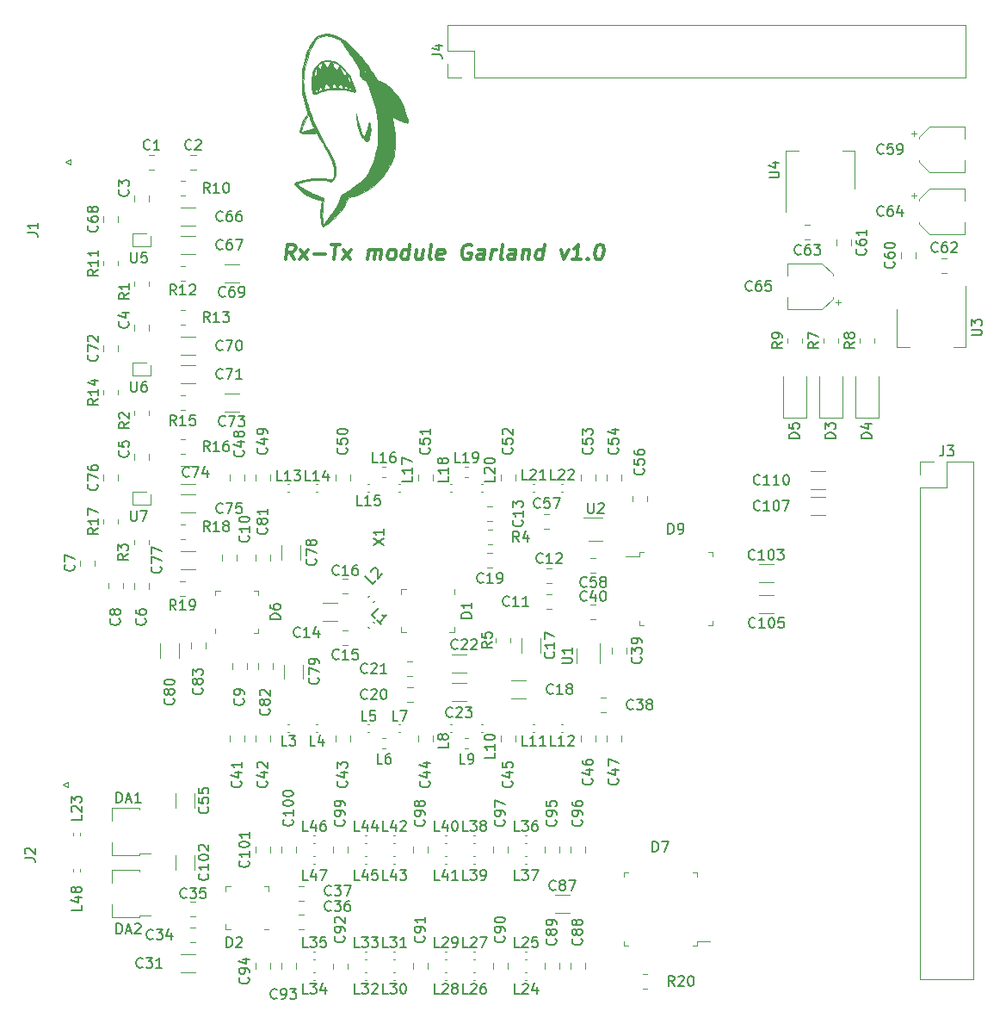
<source format=gbr>
%TF.GenerationSoftware,KiCad,Pcbnew,(5.1.8)-1*%
%TF.CreationDate,2020-12-04T16:08:35+03:00*%
%TF.ProjectId,SDR,5344522e-6b69-4636-9164-5f7063625858,rev?*%
%TF.SameCoordinates,Original*%
%TF.FileFunction,Legend,Top*%
%TF.FilePolarity,Positive*%
%FSLAX46Y46*%
G04 Gerber Fmt 4.6, Leading zero omitted, Abs format (unit mm)*
G04 Created by KiCad (PCBNEW (5.1.8)-1) date 2020-12-04 16:08:35*
%MOMM*%
%LPD*%
G01*
G04 APERTURE LIST*
%ADD10C,0.300000*%
%ADD11C,0.010000*%
%ADD12C,0.120000*%
%ADD13C,0.150000*%
G04 APERTURE END LIST*
D10*
X85142142Y-95928571D02*
X84731428Y-95214285D01*
X84285000Y-95928571D02*
X84472500Y-94428571D01*
X85043928Y-94428571D01*
X85177857Y-94500000D01*
X85240357Y-94571428D01*
X85293928Y-94714285D01*
X85267142Y-94928571D01*
X85177857Y-95071428D01*
X85097500Y-95142857D01*
X84945714Y-95214285D01*
X84374285Y-95214285D01*
X85642142Y-95928571D02*
X86552857Y-94928571D01*
X85767142Y-94928571D02*
X86427857Y-95928571D01*
X87070714Y-95357142D02*
X88213571Y-95357142D01*
X88829642Y-94428571D02*
X89686785Y-94428571D01*
X89070714Y-95928571D02*
X89258214Y-94428571D01*
X89856428Y-95928571D02*
X90767142Y-94928571D01*
X89981428Y-94928571D02*
X90642142Y-95928571D01*
X92356428Y-95928571D02*
X92481428Y-94928571D01*
X92463571Y-95071428D02*
X92543928Y-95000000D01*
X92695714Y-94928571D01*
X92910000Y-94928571D01*
X93043928Y-95000000D01*
X93097500Y-95142857D01*
X92999285Y-95928571D01*
X93097500Y-95142857D02*
X93186785Y-95000000D01*
X93338571Y-94928571D01*
X93552857Y-94928571D01*
X93686785Y-95000000D01*
X93740357Y-95142857D01*
X93642142Y-95928571D01*
X94570714Y-95928571D02*
X94436785Y-95857142D01*
X94374285Y-95785714D01*
X94320714Y-95642857D01*
X94374285Y-95214285D01*
X94463571Y-95071428D01*
X94543928Y-95000000D01*
X94695714Y-94928571D01*
X94910000Y-94928571D01*
X95043928Y-95000000D01*
X95106428Y-95071428D01*
X95160000Y-95214285D01*
X95106428Y-95642857D01*
X95017142Y-95785714D01*
X94936785Y-95857142D01*
X94785000Y-95928571D01*
X94570714Y-95928571D01*
X96356428Y-95928571D02*
X96543928Y-94428571D01*
X96365357Y-95857142D02*
X96213571Y-95928571D01*
X95927857Y-95928571D01*
X95793928Y-95857142D01*
X95731428Y-95785714D01*
X95677857Y-95642857D01*
X95731428Y-95214285D01*
X95820714Y-95071428D01*
X95901071Y-95000000D01*
X96052857Y-94928571D01*
X96338571Y-94928571D01*
X96472500Y-95000000D01*
X97838571Y-94928571D02*
X97713571Y-95928571D01*
X97195714Y-94928571D02*
X97097500Y-95714285D01*
X97151071Y-95857142D01*
X97285000Y-95928571D01*
X97499285Y-95928571D01*
X97651071Y-95857142D01*
X97731428Y-95785714D01*
X98642142Y-95928571D02*
X98508214Y-95857142D01*
X98454642Y-95714285D01*
X98615357Y-94428571D01*
X99793928Y-95857142D02*
X99642142Y-95928571D01*
X99356428Y-95928571D01*
X99222500Y-95857142D01*
X99168928Y-95714285D01*
X99240357Y-95142857D01*
X99329642Y-95000000D01*
X99481428Y-94928571D01*
X99767142Y-94928571D01*
X99901071Y-95000000D01*
X99954642Y-95142857D01*
X99936785Y-95285714D01*
X99204642Y-95428571D01*
X102606428Y-94500000D02*
X102472500Y-94428571D01*
X102258214Y-94428571D01*
X102035000Y-94500000D01*
X101874285Y-94642857D01*
X101785000Y-94785714D01*
X101677857Y-95071428D01*
X101651071Y-95285714D01*
X101686785Y-95571428D01*
X101740357Y-95714285D01*
X101865357Y-95857142D01*
X102070714Y-95928571D01*
X102213571Y-95928571D01*
X102436785Y-95857142D01*
X102517142Y-95785714D01*
X102579642Y-95285714D01*
X102293928Y-95285714D01*
X103785000Y-95928571D02*
X103883214Y-95142857D01*
X103829642Y-95000000D01*
X103695714Y-94928571D01*
X103410000Y-94928571D01*
X103258214Y-95000000D01*
X103793928Y-95857142D02*
X103642142Y-95928571D01*
X103285000Y-95928571D01*
X103151071Y-95857142D01*
X103097500Y-95714285D01*
X103115357Y-95571428D01*
X103204642Y-95428571D01*
X103356428Y-95357142D01*
X103713571Y-95357142D01*
X103865357Y-95285714D01*
X104499285Y-95928571D02*
X104624285Y-94928571D01*
X104588571Y-95214285D02*
X104677857Y-95071428D01*
X104758214Y-95000000D01*
X104910000Y-94928571D01*
X105052857Y-94928571D01*
X105642142Y-95928571D02*
X105508214Y-95857142D01*
X105454642Y-95714285D01*
X105615357Y-94428571D01*
X106856428Y-95928571D02*
X106954642Y-95142857D01*
X106901071Y-95000000D01*
X106767142Y-94928571D01*
X106481428Y-94928571D01*
X106329642Y-95000000D01*
X106865357Y-95857142D02*
X106713571Y-95928571D01*
X106356428Y-95928571D01*
X106222500Y-95857142D01*
X106168928Y-95714285D01*
X106186785Y-95571428D01*
X106276071Y-95428571D01*
X106427857Y-95357142D01*
X106785000Y-95357142D01*
X106936785Y-95285714D01*
X107695714Y-94928571D02*
X107570714Y-95928571D01*
X107677857Y-95071428D02*
X107758214Y-95000000D01*
X107910000Y-94928571D01*
X108124285Y-94928571D01*
X108258214Y-95000000D01*
X108311785Y-95142857D01*
X108213571Y-95928571D01*
X109570714Y-95928571D02*
X109758214Y-94428571D01*
X109579642Y-95857142D02*
X109427857Y-95928571D01*
X109142142Y-95928571D01*
X109008214Y-95857142D01*
X108945714Y-95785714D01*
X108892142Y-95642857D01*
X108945714Y-95214285D01*
X109035000Y-95071428D01*
X109115357Y-95000000D01*
X109267142Y-94928571D01*
X109552857Y-94928571D01*
X109686785Y-95000000D01*
X111410000Y-94928571D02*
X111642142Y-95928571D01*
X112124285Y-94928571D01*
X113356428Y-95928571D02*
X112499285Y-95928571D01*
X112927857Y-95928571D02*
X113115357Y-94428571D01*
X112945714Y-94642857D01*
X112785000Y-94785714D01*
X112633214Y-94857142D01*
X114017142Y-95785714D02*
X114079642Y-95857142D01*
X113999285Y-95928571D01*
X113936785Y-95857142D01*
X114017142Y-95785714D01*
X113999285Y-95928571D01*
X115186785Y-94428571D02*
X115329642Y-94428571D01*
X115463571Y-94500000D01*
X115526071Y-94571428D01*
X115579642Y-94714285D01*
X115615357Y-95000000D01*
X115570714Y-95357142D01*
X115463571Y-95642857D01*
X115374285Y-95785714D01*
X115293928Y-95857142D01*
X115142142Y-95928571D01*
X114999285Y-95928571D01*
X114865357Y-95857142D01*
X114802857Y-95785714D01*
X114749285Y-95642857D01*
X114713571Y-95357142D01*
X114758214Y-95000000D01*
X114865357Y-94714285D01*
X114954642Y-94571428D01*
X115035000Y-94500000D01*
X115186785Y-94428571D01*
D11*
%TO.C,G\u002A\u002A\u002A*%
G36*
X88577025Y-76318995D02*
G01*
X88927399Y-76393478D01*
X89272572Y-76533225D01*
X89468982Y-76646192D01*
X89739681Y-76849956D01*
X90015305Y-77108017D01*
X90271832Y-77395106D01*
X90485240Y-77685956D01*
X90536785Y-77769353D01*
X90643320Y-77963125D01*
X90751506Y-78181891D01*
X90855140Y-78410380D01*
X90948023Y-78633320D01*
X91023955Y-78835438D01*
X91076734Y-79001464D01*
X91100160Y-79116126D01*
X91098186Y-79152082D01*
X91091024Y-79211659D01*
X91117964Y-79208470D01*
X91152900Y-79220477D01*
X91164833Y-79309002D01*
X91153708Y-79393038D01*
X91111061Y-79432440D01*
X91022985Y-79429834D01*
X90875571Y-79387848D01*
X90829964Y-79372255D01*
X90532430Y-79292690D01*
X90167645Y-79235369D01*
X89750454Y-79201825D01*
X89295700Y-79193593D01*
X89132833Y-79196902D01*
X88769887Y-79214308D01*
X88463170Y-79246210D01*
X88184712Y-79298215D01*
X87906545Y-79375929D01*
X87600698Y-79484958D01*
X87500826Y-79524030D01*
X87292225Y-79602410D01*
X87145787Y-79642542D01*
X87047490Y-79643123D01*
X86983317Y-79602850D01*
X86939246Y-79520419D01*
X86922548Y-79470250D01*
X86914604Y-79427917D01*
X87186078Y-79427917D01*
X87219761Y-79466398D01*
X87296320Y-79479800D01*
X87377356Y-79466779D01*
X87419820Y-79436094D01*
X87435729Y-79350390D01*
X87421934Y-79304929D01*
X87552366Y-79304929D01*
X87559772Y-79332995D01*
X87616669Y-79342435D01*
X87714679Y-79328441D01*
X87816330Y-79299092D01*
X87883379Y-79263210D01*
X87896408Y-79194813D01*
X87862213Y-79113102D01*
X87837361Y-79079524D01*
X88074500Y-79079524D01*
X88080081Y-79140240D01*
X88107623Y-79172526D01*
X88173324Y-79178989D01*
X88293382Y-79162237D01*
X88427272Y-79136323D01*
X88578561Y-79095936D01*
X88646683Y-79057500D01*
X88825916Y-79057500D01*
X89311345Y-79057500D01*
X89296332Y-78994327D01*
X89471500Y-78994327D01*
X89508696Y-79041991D01*
X89600394Y-79077847D01*
X89716760Y-79097547D01*
X89827958Y-79096746D01*
X89904154Y-79071096D01*
X89915102Y-79058952D01*
X89915105Y-79050048D01*
X90077339Y-79050048D01*
X90111353Y-79103729D01*
X90197713Y-79134337D01*
X90296784Y-79139921D01*
X90375419Y-79122137D01*
X90393329Y-79099487D01*
X90532403Y-79099487D01*
X90561176Y-79168120D01*
X90666376Y-79218967D01*
X90667416Y-79219249D01*
X90776309Y-79244343D01*
X90817276Y-79233948D01*
X90802914Y-79178737D01*
X90780925Y-79135209D01*
X90704277Y-79026164D01*
X90630541Y-78999130D01*
X90584169Y-79022772D01*
X90532403Y-79099487D01*
X90393329Y-79099487D01*
X90401424Y-79089250D01*
X90369422Y-79006643D01*
X90297047Y-78918453D01*
X90214227Y-78856798D01*
X90174604Y-78845834D01*
X90114393Y-78881148D01*
X90078876Y-78961844D01*
X90077339Y-79050048D01*
X89915105Y-79050048D01*
X89915130Y-78990995D01*
X89875281Y-78889602D01*
X89812572Y-78784041D01*
X89744019Y-78703578D01*
X89692889Y-78676768D01*
X89626852Y-78711919D01*
X89553936Y-78796873D01*
X89495151Y-78901494D01*
X89471500Y-78994327D01*
X89296332Y-78994327D01*
X89283678Y-78941084D01*
X89236974Y-78818594D01*
X89165065Y-78700866D01*
X89088637Y-78619057D01*
X89058872Y-78602458D01*
X89000888Y-78623169D01*
X88936797Y-78704169D01*
X88880720Y-78823529D01*
X88852990Y-78922130D01*
X88825916Y-79057500D01*
X88646683Y-79057500D01*
X88657445Y-79051428D01*
X88667166Y-79029543D01*
X88639357Y-78961710D01*
X88569071Y-78867226D01*
X88476023Y-78766235D01*
X88379927Y-78678885D01*
X88300496Y-78625321D01*
X88265211Y-78618777D01*
X88211059Y-78673940D01*
X88153415Y-78782524D01*
X88104595Y-78914770D01*
X88076917Y-79040921D01*
X88074500Y-79079524D01*
X87837361Y-79079524D01*
X87786954Y-79011422D01*
X87705656Y-78945965D01*
X87639955Y-78932548D01*
X87626653Y-78940903D01*
X87599539Y-79000339D01*
X87574222Y-79103672D01*
X87556549Y-79216627D01*
X87552366Y-79304929D01*
X87421934Y-79304929D01*
X87407466Y-79257251D01*
X87350202Y-79193664D01*
X87316630Y-79184500D01*
X87245522Y-79222862D01*
X87198635Y-79324096D01*
X87186078Y-79427917D01*
X86914604Y-79427917D01*
X86896351Y-79330656D01*
X86878752Y-79126951D01*
X86869515Y-78879233D01*
X86868406Y-78607594D01*
X86875191Y-78332131D01*
X86889635Y-78072939D01*
X86911503Y-77850113D01*
X86915971Y-77824528D01*
X90358985Y-77824528D01*
X90365018Y-77935020D01*
X90410147Y-78118263D01*
X90494175Y-78373188D01*
X90508744Y-78413742D01*
X90544216Y-78446814D01*
X90613871Y-78422836D01*
X90681451Y-78375273D01*
X90700361Y-78346927D01*
X90682335Y-78290745D01*
X90634600Y-78189512D01*
X90569752Y-78066086D01*
X90500392Y-77943327D01*
X90439116Y-77844095D01*
X90398523Y-77791249D01*
X90392250Y-77787857D01*
X90358985Y-77824528D01*
X86915971Y-77824528D01*
X86940561Y-77683747D01*
X86943541Y-77672156D01*
X86956697Y-77634191D01*
X87074880Y-77634191D01*
X87081287Y-77688834D01*
X87114377Y-77736598D01*
X87124173Y-77747569D01*
X87204553Y-77817873D01*
X87263055Y-77813616D01*
X87311010Y-77747950D01*
X87339372Y-77652852D01*
X87351317Y-77522817D01*
X87348337Y-77382947D01*
X87331924Y-77258340D01*
X87303572Y-77174097D01*
X87275597Y-77152500D01*
X87247711Y-77188780D01*
X87201187Y-77283637D01*
X87149146Y-77408902D01*
X87096914Y-77548828D01*
X87074880Y-77634191D01*
X86956697Y-77634191D01*
X87060451Y-77334800D01*
X87219114Y-77026793D01*
X87305685Y-76906120D01*
X87452003Y-76906120D01*
X87461706Y-76964319D01*
X87519306Y-77039242D01*
X87567321Y-77089848D01*
X87668501Y-77178541D01*
X87736268Y-77204251D01*
X87750296Y-77197304D01*
X87777358Y-77138275D01*
X87811264Y-77020157D01*
X87845094Y-76867399D01*
X87848079Y-76851833D01*
X87873476Y-76701041D01*
X87887087Y-76585575D01*
X87886378Y-76527772D01*
X87885100Y-76525656D01*
X87838085Y-76532059D01*
X87753231Y-76581660D01*
X87652403Y-76657622D01*
X87557465Y-76743110D01*
X87490279Y-76821287D01*
X87480743Y-76837037D01*
X87452003Y-76906120D01*
X87305685Y-76906120D01*
X87409853Y-76760919D01*
X87622993Y-76549968D01*
X87684533Y-76510940D01*
X88013214Y-76510940D01*
X88035744Y-76608852D01*
X88100781Y-76706800D01*
X88191288Y-76815696D01*
X88288488Y-76916223D01*
X88373607Y-76989064D01*
X88427869Y-77014904D01*
X88429985Y-77014465D01*
X88474670Y-76971152D01*
X88536340Y-76876401D01*
X88570889Y-76811933D01*
X88629649Y-76677757D01*
X88669183Y-76556766D01*
X88675704Y-76522803D01*
X88840399Y-76522803D01*
X88871893Y-76617226D01*
X88927624Y-76745158D01*
X88998045Y-76886983D01*
X89073613Y-77023086D01*
X89144782Y-77133849D01*
X89183832Y-77182613D01*
X89280306Y-77243438D01*
X89373944Y-77221738D01*
X89459921Y-77119634D01*
X89495829Y-77045626D01*
X89508196Y-77006175D01*
X89655506Y-77006175D01*
X89684368Y-77112696D01*
X89734067Y-77251979D01*
X89796102Y-77402536D01*
X89861970Y-77542878D01*
X89923169Y-77651516D01*
X89943148Y-77679656D01*
X90030493Y-77751013D01*
X90121874Y-77741432D01*
X90224559Y-77650099D01*
X90226357Y-77647940D01*
X90246212Y-77595110D01*
X90219612Y-77520948D01*
X90153905Y-77423379D01*
X90050421Y-77294802D01*
X89934972Y-77169082D01*
X89822618Y-77060418D01*
X89728420Y-76983010D01*
X89667437Y-76951056D01*
X89655985Y-76953904D01*
X89655506Y-77006175D01*
X89508196Y-77006175D01*
X89530064Y-76936420D01*
X89536108Y-76855095D01*
X89534070Y-76847843D01*
X89480030Y-76785289D01*
X89372063Y-76706879D01*
X89233193Y-76624813D01*
X89086445Y-76551290D01*
X88954842Y-76498510D01*
X88861409Y-76478673D01*
X88842685Y-76481505D01*
X88840399Y-76522803D01*
X88675704Y-76522803D01*
X88676723Y-76517500D01*
X88678280Y-76460894D01*
X88655272Y-76428045D01*
X88589593Y-76411002D01*
X88463136Y-76401815D01*
X88407430Y-76399260D01*
X88199262Y-76404573D01*
X88067587Y-76441951D01*
X88013214Y-76510940D01*
X87684533Y-76510940D01*
X87848860Y-76406726D01*
X87923650Y-76376797D01*
X88237194Y-76312519D01*
X88577025Y-76318995D01*
G37*
X88577025Y-76318995D02*
X88927399Y-76393478D01*
X89272572Y-76533225D01*
X89468982Y-76646192D01*
X89739681Y-76849956D01*
X90015305Y-77108017D01*
X90271832Y-77395106D01*
X90485240Y-77685956D01*
X90536785Y-77769353D01*
X90643320Y-77963125D01*
X90751506Y-78181891D01*
X90855140Y-78410380D01*
X90948023Y-78633320D01*
X91023955Y-78835438D01*
X91076734Y-79001464D01*
X91100160Y-79116126D01*
X91098186Y-79152082D01*
X91091024Y-79211659D01*
X91117964Y-79208470D01*
X91152900Y-79220477D01*
X91164833Y-79309002D01*
X91153708Y-79393038D01*
X91111061Y-79432440D01*
X91022985Y-79429834D01*
X90875571Y-79387848D01*
X90829964Y-79372255D01*
X90532430Y-79292690D01*
X90167645Y-79235369D01*
X89750454Y-79201825D01*
X89295700Y-79193593D01*
X89132833Y-79196902D01*
X88769887Y-79214308D01*
X88463170Y-79246210D01*
X88184712Y-79298215D01*
X87906545Y-79375929D01*
X87600698Y-79484958D01*
X87500826Y-79524030D01*
X87292225Y-79602410D01*
X87145787Y-79642542D01*
X87047490Y-79643123D01*
X86983317Y-79602850D01*
X86939246Y-79520419D01*
X86922548Y-79470250D01*
X86914604Y-79427917D01*
X87186078Y-79427917D01*
X87219761Y-79466398D01*
X87296320Y-79479800D01*
X87377356Y-79466779D01*
X87419820Y-79436094D01*
X87435729Y-79350390D01*
X87421934Y-79304929D01*
X87552366Y-79304929D01*
X87559772Y-79332995D01*
X87616669Y-79342435D01*
X87714679Y-79328441D01*
X87816330Y-79299092D01*
X87883379Y-79263210D01*
X87896408Y-79194813D01*
X87862213Y-79113102D01*
X87837361Y-79079524D01*
X88074500Y-79079524D01*
X88080081Y-79140240D01*
X88107623Y-79172526D01*
X88173324Y-79178989D01*
X88293382Y-79162237D01*
X88427272Y-79136323D01*
X88578561Y-79095936D01*
X88646683Y-79057500D01*
X88825916Y-79057500D01*
X89311345Y-79057500D01*
X89296332Y-78994327D01*
X89471500Y-78994327D01*
X89508696Y-79041991D01*
X89600394Y-79077847D01*
X89716760Y-79097547D01*
X89827958Y-79096746D01*
X89904154Y-79071096D01*
X89915102Y-79058952D01*
X89915105Y-79050048D01*
X90077339Y-79050048D01*
X90111353Y-79103729D01*
X90197713Y-79134337D01*
X90296784Y-79139921D01*
X90375419Y-79122137D01*
X90393329Y-79099487D01*
X90532403Y-79099487D01*
X90561176Y-79168120D01*
X90666376Y-79218967D01*
X90667416Y-79219249D01*
X90776309Y-79244343D01*
X90817276Y-79233948D01*
X90802914Y-79178737D01*
X90780925Y-79135209D01*
X90704277Y-79026164D01*
X90630541Y-78999130D01*
X90584169Y-79022772D01*
X90532403Y-79099487D01*
X90393329Y-79099487D01*
X90401424Y-79089250D01*
X90369422Y-79006643D01*
X90297047Y-78918453D01*
X90214227Y-78856798D01*
X90174604Y-78845834D01*
X90114393Y-78881148D01*
X90078876Y-78961844D01*
X90077339Y-79050048D01*
X89915105Y-79050048D01*
X89915130Y-78990995D01*
X89875281Y-78889602D01*
X89812572Y-78784041D01*
X89744019Y-78703578D01*
X89692889Y-78676768D01*
X89626852Y-78711919D01*
X89553936Y-78796873D01*
X89495151Y-78901494D01*
X89471500Y-78994327D01*
X89296332Y-78994327D01*
X89283678Y-78941084D01*
X89236974Y-78818594D01*
X89165065Y-78700866D01*
X89088637Y-78619057D01*
X89058872Y-78602458D01*
X89000888Y-78623169D01*
X88936797Y-78704169D01*
X88880720Y-78823529D01*
X88852990Y-78922130D01*
X88825916Y-79057500D01*
X88646683Y-79057500D01*
X88657445Y-79051428D01*
X88667166Y-79029543D01*
X88639357Y-78961710D01*
X88569071Y-78867226D01*
X88476023Y-78766235D01*
X88379927Y-78678885D01*
X88300496Y-78625321D01*
X88265211Y-78618777D01*
X88211059Y-78673940D01*
X88153415Y-78782524D01*
X88104595Y-78914770D01*
X88076917Y-79040921D01*
X88074500Y-79079524D01*
X87837361Y-79079524D01*
X87786954Y-79011422D01*
X87705656Y-78945965D01*
X87639955Y-78932548D01*
X87626653Y-78940903D01*
X87599539Y-79000339D01*
X87574222Y-79103672D01*
X87556549Y-79216627D01*
X87552366Y-79304929D01*
X87421934Y-79304929D01*
X87407466Y-79257251D01*
X87350202Y-79193664D01*
X87316630Y-79184500D01*
X87245522Y-79222862D01*
X87198635Y-79324096D01*
X87186078Y-79427917D01*
X86914604Y-79427917D01*
X86896351Y-79330656D01*
X86878752Y-79126951D01*
X86869515Y-78879233D01*
X86868406Y-78607594D01*
X86875191Y-78332131D01*
X86889635Y-78072939D01*
X86911503Y-77850113D01*
X86915971Y-77824528D01*
X90358985Y-77824528D01*
X90365018Y-77935020D01*
X90410147Y-78118263D01*
X90494175Y-78373188D01*
X90508744Y-78413742D01*
X90544216Y-78446814D01*
X90613871Y-78422836D01*
X90681451Y-78375273D01*
X90700361Y-78346927D01*
X90682335Y-78290745D01*
X90634600Y-78189512D01*
X90569752Y-78066086D01*
X90500392Y-77943327D01*
X90439116Y-77844095D01*
X90398523Y-77791249D01*
X90392250Y-77787857D01*
X90358985Y-77824528D01*
X86915971Y-77824528D01*
X86940561Y-77683747D01*
X86943541Y-77672156D01*
X86956697Y-77634191D01*
X87074880Y-77634191D01*
X87081287Y-77688834D01*
X87114377Y-77736598D01*
X87124173Y-77747569D01*
X87204553Y-77817873D01*
X87263055Y-77813616D01*
X87311010Y-77747950D01*
X87339372Y-77652852D01*
X87351317Y-77522817D01*
X87348337Y-77382947D01*
X87331924Y-77258340D01*
X87303572Y-77174097D01*
X87275597Y-77152500D01*
X87247711Y-77188780D01*
X87201187Y-77283637D01*
X87149146Y-77408902D01*
X87096914Y-77548828D01*
X87074880Y-77634191D01*
X86956697Y-77634191D01*
X87060451Y-77334800D01*
X87219114Y-77026793D01*
X87305685Y-76906120D01*
X87452003Y-76906120D01*
X87461706Y-76964319D01*
X87519306Y-77039242D01*
X87567321Y-77089848D01*
X87668501Y-77178541D01*
X87736268Y-77204251D01*
X87750296Y-77197304D01*
X87777358Y-77138275D01*
X87811264Y-77020157D01*
X87845094Y-76867399D01*
X87848079Y-76851833D01*
X87873476Y-76701041D01*
X87887087Y-76585575D01*
X87886378Y-76527772D01*
X87885100Y-76525656D01*
X87838085Y-76532059D01*
X87753231Y-76581660D01*
X87652403Y-76657622D01*
X87557465Y-76743110D01*
X87490279Y-76821287D01*
X87480743Y-76837037D01*
X87452003Y-76906120D01*
X87305685Y-76906120D01*
X87409853Y-76760919D01*
X87622993Y-76549968D01*
X87684533Y-76510940D01*
X88013214Y-76510940D01*
X88035744Y-76608852D01*
X88100781Y-76706800D01*
X88191288Y-76815696D01*
X88288488Y-76916223D01*
X88373607Y-76989064D01*
X88427869Y-77014904D01*
X88429985Y-77014465D01*
X88474670Y-76971152D01*
X88536340Y-76876401D01*
X88570889Y-76811933D01*
X88629649Y-76677757D01*
X88669183Y-76556766D01*
X88675704Y-76522803D01*
X88840399Y-76522803D01*
X88871893Y-76617226D01*
X88927624Y-76745158D01*
X88998045Y-76886983D01*
X89073613Y-77023086D01*
X89144782Y-77133849D01*
X89183832Y-77182613D01*
X89280306Y-77243438D01*
X89373944Y-77221738D01*
X89459921Y-77119634D01*
X89495829Y-77045626D01*
X89508196Y-77006175D01*
X89655506Y-77006175D01*
X89684368Y-77112696D01*
X89734067Y-77251979D01*
X89796102Y-77402536D01*
X89861970Y-77542878D01*
X89923169Y-77651516D01*
X89943148Y-77679656D01*
X90030493Y-77751013D01*
X90121874Y-77741432D01*
X90224559Y-77650099D01*
X90226357Y-77647940D01*
X90246212Y-77595110D01*
X90219612Y-77520948D01*
X90153905Y-77423379D01*
X90050421Y-77294802D01*
X89934972Y-77169082D01*
X89822618Y-77060418D01*
X89728420Y-76983010D01*
X89667437Y-76951056D01*
X89655985Y-76953904D01*
X89655506Y-77006175D01*
X89508196Y-77006175D01*
X89530064Y-76936420D01*
X89536108Y-76855095D01*
X89534070Y-76847843D01*
X89480030Y-76785289D01*
X89372063Y-76706879D01*
X89233193Y-76624813D01*
X89086445Y-76551290D01*
X88954842Y-76498510D01*
X88861409Y-76478673D01*
X88842685Y-76481505D01*
X88840399Y-76522803D01*
X88675704Y-76522803D01*
X88676723Y-76517500D01*
X88678280Y-76460894D01*
X88655272Y-76428045D01*
X88589593Y-76411002D01*
X88463136Y-76401815D01*
X88407430Y-76399260D01*
X88199262Y-76404573D01*
X88067587Y-76441951D01*
X88013214Y-76510940D01*
X87684533Y-76510940D01*
X87848860Y-76406726D01*
X87923650Y-76376797D01*
X88237194Y-76312519D01*
X88577025Y-76318995D01*
G36*
X91350637Y-82053412D02*
G01*
X91490119Y-82621024D01*
X91651777Y-83123899D01*
X91802200Y-83494745D01*
X91874901Y-83648845D01*
X91926911Y-83734610D01*
X91966626Y-83763220D01*
X91995584Y-83752142D01*
X92071911Y-83657085D01*
X92157768Y-83499564D01*
X92244751Y-83299862D01*
X92324456Y-83078262D01*
X92388477Y-82855044D01*
X92412662Y-82745671D01*
X92448548Y-82581293D01*
X92483052Y-82458459D01*
X92511189Y-82393322D01*
X92522846Y-82388558D01*
X92584511Y-82498682D01*
X92626800Y-82673464D01*
X92649214Y-82895030D01*
X92651254Y-83145502D01*
X92632421Y-83407003D01*
X92592215Y-83661659D01*
X92561923Y-83788278D01*
X92491085Y-84023314D01*
X92425261Y-84181991D01*
X92358310Y-84271878D01*
X92284092Y-84300545D01*
X92196465Y-84275561D01*
X92175801Y-84264216D01*
X92111700Y-84198161D01*
X92054248Y-84096170D01*
X92002544Y-84008142D01*
X91949070Y-83968361D01*
X91945936Y-83968167D01*
X91868427Y-83928394D01*
X91781890Y-83817244D01*
X91690501Y-83646971D01*
X91598435Y-83429830D01*
X91509868Y-83178075D01*
X91428975Y-82903959D01*
X91359931Y-82619737D01*
X91306913Y-82337664D01*
X91274095Y-82069992D01*
X91267979Y-81978500D01*
X91248067Y-81576334D01*
X91350637Y-82053412D01*
G37*
X91350637Y-82053412D02*
X91490119Y-82621024D01*
X91651777Y-83123899D01*
X91802200Y-83494745D01*
X91874901Y-83648845D01*
X91926911Y-83734610D01*
X91966626Y-83763220D01*
X91995584Y-83752142D01*
X92071911Y-83657085D01*
X92157768Y-83499564D01*
X92244751Y-83299862D01*
X92324456Y-83078262D01*
X92388477Y-82855044D01*
X92412662Y-82745671D01*
X92448548Y-82581293D01*
X92483052Y-82458459D01*
X92511189Y-82393322D01*
X92522846Y-82388558D01*
X92584511Y-82498682D01*
X92626800Y-82673464D01*
X92649214Y-82895030D01*
X92651254Y-83145502D01*
X92632421Y-83407003D01*
X92592215Y-83661659D01*
X92561923Y-83788278D01*
X92491085Y-84023314D01*
X92425261Y-84181991D01*
X92358310Y-84271878D01*
X92284092Y-84300545D01*
X92196465Y-84275561D01*
X92175801Y-84264216D01*
X92111700Y-84198161D01*
X92054248Y-84096170D01*
X92002544Y-84008142D01*
X91949070Y-83968361D01*
X91945936Y-83968167D01*
X91868427Y-83928394D01*
X91781890Y-83817244D01*
X91690501Y-83646971D01*
X91598435Y-83429830D01*
X91509868Y-83178075D01*
X91428975Y-82903959D01*
X91359931Y-82619737D01*
X91306913Y-82337664D01*
X91274095Y-82069992D01*
X91267979Y-81978500D01*
X91248067Y-81576334D01*
X91350637Y-82053412D01*
G36*
X88404800Y-73735848D02*
G01*
X88907272Y-73811194D01*
X89388772Y-73968309D01*
X89847352Y-74206457D01*
X90085333Y-74368911D01*
X90243880Y-74498017D01*
X90444235Y-74678324D01*
X90673261Y-74896614D01*
X90917826Y-75139669D01*
X91164794Y-75394269D01*
X91401031Y-75647198D01*
X91613403Y-75885235D01*
X91736509Y-76030667D01*
X91909657Y-76246888D01*
X92106981Y-76503027D01*
X92316976Y-76783240D01*
X92528134Y-77071686D01*
X92728951Y-77352520D01*
X92907921Y-77609901D01*
X93053536Y-77827985D01*
X93128969Y-77947965D01*
X93242689Y-78121838D01*
X93349614Y-78240574D01*
X93476749Y-78326663D01*
X93651098Y-78402597D01*
X93694016Y-78418547D01*
X93988088Y-78560001D01*
X94297948Y-78770301D01*
X94612367Y-79038047D01*
X94920118Y-79351845D01*
X95209973Y-79700296D01*
X95470704Y-80072005D01*
X95680467Y-80434878D01*
X95792646Y-80668592D01*
X95903084Y-80928629D01*
X96007963Y-81202490D01*
X96103460Y-81477674D01*
X96185754Y-81741683D01*
X96251026Y-81982018D01*
X96295454Y-82186179D01*
X96315217Y-82341666D01*
X96306495Y-82435982D01*
X96296883Y-82451383D01*
X96242516Y-82474407D01*
X96148982Y-82467159D01*
X96008597Y-82427198D01*
X95813676Y-82352081D01*
X95556533Y-82239367D01*
X95395572Y-82165037D01*
X95205957Y-82078326D01*
X95041330Y-82006689D01*
X94918216Y-81957061D01*
X94853135Y-81936377D01*
X94850283Y-81936167D01*
X94827308Y-81939620D01*
X94814175Y-81957843D01*
X94812266Y-82002630D01*
X94822963Y-82085776D01*
X94847649Y-82219077D01*
X94887707Y-82414327D01*
X94929611Y-82612963D01*
X95019755Y-83104467D01*
X95073992Y-83572642D01*
X95095229Y-84052821D01*
X95087963Y-84539667D01*
X95060889Y-85001141D01*
X95013081Y-85400018D01*
X94938260Y-85757121D01*
X94830149Y-86093276D01*
X94682466Y-86429309D01*
X94488935Y-86786045D01*
X94333372Y-87042415D01*
X94183667Y-87279878D01*
X94063768Y-87463726D01*
X93959253Y-87612538D01*
X93855702Y-87744897D01*
X93738695Y-87879383D01*
X93593811Y-88034578D01*
X93436073Y-88198618D01*
X92941812Y-88654256D01*
X92406120Y-89043882D01*
X92083031Y-89234858D01*
X91806218Y-89378337D01*
X91553068Y-89491972D01*
X91292674Y-89587777D01*
X90994125Y-89677765D01*
X90829110Y-89722180D01*
X90387554Y-89837782D01*
X90316655Y-90046224D01*
X90157386Y-90432315D01*
X89942337Y-90811223D01*
X89664573Y-91193053D01*
X89317162Y-91587913D01*
X89123711Y-91784960D01*
X88882692Y-92014016D01*
X88649390Y-92218841D01*
X88433671Y-92391964D01*
X88245400Y-92525912D01*
X88094444Y-92613213D01*
X87990667Y-92646393D01*
X87986249Y-92646500D01*
X87906496Y-92610416D01*
X87865694Y-92551250D01*
X87843855Y-92470837D01*
X87814587Y-92328818D01*
X87782215Y-92147435D01*
X87759276Y-92004046D01*
X87727393Y-91767683D01*
X87712697Y-91569489D01*
X87714309Y-91371867D01*
X87731350Y-91137224D01*
X87737492Y-91072712D01*
X87760190Y-90860644D01*
X87784816Y-90662202D01*
X87808009Y-90503007D01*
X87822616Y-90424000D01*
X87851626Y-90284036D01*
X87853756Y-90192205D01*
X87816227Y-90132000D01*
X87726262Y-90086915D01*
X87571085Y-90040443D01*
X87513583Y-90024764D01*
X87301421Y-89958471D01*
X87061099Y-89870440D01*
X86839551Y-89778039D01*
X86809223Y-89764123D01*
X86646420Y-89691077D01*
X86508520Y-89634487D01*
X86416204Y-89602605D01*
X86394150Y-89598500D01*
X86296456Y-89568044D01*
X86159401Y-89484976D01*
X85996077Y-89361749D01*
X85819577Y-89210814D01*
X85642992Y-89044622D01*
X85479414Y-88875626D01*
X85341935Y-88716277D01*
X85243647Y-88579027D01*
X85197642Y-88476327D01*
X85197561Y-88475533D01*
X85436579Y-88475533D01*
X85466672Y-88520604D01*
X85558812Y-88598485D01*
X85700785Y-88701321D01*
X85880374Y-88821262D01*
X86085363Y-88950454D01*
X86303537Y-89081044D01*
X86522681Y-89205181D01*
X86730577Y-89315011D01*
X86783333Y-89341260D01*
X87011716Y-89448500D01*
X87251325Y-89553253D01*
X87472743Y-89643072D01*
X87637407Y-89702573D01*
X87801111Y-89760443D01*
X87935574Y-89816610D01*
X88018614Y-89861500D01*
X88031207Y-89872512D01*
X88049525Y-89923704D01*
X88049199Y-90019848D01*
X88029260Y-90173533D01*
X87992050Y-90380242D01*
X87940909Y-90735617D01*
X87911332Y-91143840D01*
X87904297Y-91575632D01*
X87920779Y-92001716D01*
X87932953Y-92151200D01*
X87949767Y-92303398D01*
X87968931Y-92388499D01*
X87997795Y-92423922D01*
X88043712Y-92427088D01*
X88049069Y-92426366D01*
X88120597Y-92389358D01*
X88138702Y-92347126D01*
X88165567Y-92284018D01*
X88235570Y-92180733D01*
X88333961Y-92058878D01*
X88341020Y-92050793D01*
X88474222Y-91888707D01*
X88632848Y-91679721D01*
X88804238Y-91442187D01*
X88975732Y-91194454D01*
X89134669Y-90954875D01*
X89268389Y-90741800D01*
X89364231Y-90573580D01*
X89375729Y-90551000D01*
X89449043Y-90398342D01*
X89540782Y-90199959D01*
X89636183Y-89988015D01*
X89682307Y-89883187D01*
X89862650Y-89469374D01*
X90164491Y-89329218D01*
X90328915Y-89240630D01*
X90538504Y-89109297D01*
X90779396Y-88945716D01*
X91037729Y-88760384D01*
X91299641Y-88563799D01*
X91551269Y-88366457D01*
X91778751Y-88178854D01*
X91968225Y-88011489D01*
X92105830Y-87874859D01*
X92143894Y-87830340D01*
X92449875Y-87384901D01*
X92721378Y-86869450D01*
X92954611Y-86292886D01*
X93145778Y-85664108D01*
X93239985Y-85259334D01*
X93280205Y-85062123D01*
X93311289Y-84896184D01*
X93334425Y-84745957D01*
X93350805Y-84595885D01*
X93361620Y-84430408D01*
X93368059Y-84233967D01*
X93371314Y-83991005D01*
X93372576Y-83685963D01*
X93372812Y-83523667D01*
X93371209Y-83105930D01*
X93365001Y-82759646D01*
X93353614Y-82471695D01*
X93336475Y-82228959D01*
X93313008Y-82018319D01*
X93304337Y-81957334D01*
X93164304Y-81191175D01*
X92969835Y-80407301D01*
X92717439Y-79593136D01*
X92425784Y-78792917D01*
X92216105Y-78253167D01*
X92075232Y-78253167D01*
X91956268Y-78231588D01*
X91853219Y-78154651D01*
X91818217Y-78115584D01*
X91691029Y-77931950D01*
X91600140Y-77734374D01*
X91551276Y-77543127D01*
X91550639Y-77448834D01*
X91969166Y-77448834D01*
X91993971Y-77515226D01*
X92075000Y-77533500D01*
X92154598Y-77521892D01*
X92180833Y-77499634D01*
X92147318Y-77433543D01*
X92074304Y-77377864D01*
X92024200Y-77364167D01*
X91979549Y-77399489D01*
X91969166Y-77448834D01*
X91550639Y-77448834D01*
X91550163Y-77378476D01*
X91583660Y-77285342D01*
X91578070Y-77222026D01*
X91525025Y-77097770D01*
X91428587Y-76918827D01*
X91292813Y-76691447D01*
X91121765Y-76421885D01*
X90919500Y-76116391D01*
X90690079Y-75781219D01*
X90437561Y-75422620D01*
X90166006Y-75046846D01*
X89879473Y-74660151D01*
X89877253Y-74657192D01*
X89808583Y-74548212D01*
X89770534Y-74453883D01*
X89767833Y-74432992D01*
X89740836Y-74378767D01*
X89654120Y-74311982D01*
X89499090Y-74226585D01*
X89418583Y-74187086D01*
X89014204Y-74024176D01*
X88626455Y-73928789D01*
X88262054Y-73900334D01*
X87927720Y-73938220D01*
X87630172Y-74041858D01*
X87376128Y-74210658D01*
X87217612Y-74380419D01*
X87014915Y-74689836D01*
X86820597Y-75069374D01*
X86638808Y-75504595D01*
X86473697Y-75981059D01*
X86329416Y-76484327D01*
X86210116Y-76999959D01*
X86119945Y-77513516D01*
X86063056Y-78010559D01*
X86043595Y-78464834D01*
X86049968Y-78747055D01*
X86071193Y-79028561D01*
X86109554Y-79318398D01*
X86167332Y-79625612D01*
X86246809Y-79959249D01*
X86350269Y-80328356D01*
X86479991Y-80741979D01*
X86638261Y-81209165D01*
X86827358Y-81738958D01*
X86962067Y-82105500D01*
X87190768Y-82690966D01*
X87424076Y-83220189D01*
X87675634Y-83721112D01*
X87959086Y-84221674D01*
X88138777Y-84515345D01*
X88439892Y-85012794D01*
X88686423Y-85458604D01*
X88882490Y-85862146D01*
X89032212Y-86232791D01*
X89139709Y-86579913D01*
X89209100Y-86912882D01*
X89217513Y-86969537D01*
X89239753Y-87318747D01*
X89198550Y-87628588D01*
X89089726Y-87920156D01*
X88996579Y-88085084D01*
X88903741Y-88214974D01*
X88824597Y-88275109D01*
X88741470Y-88274372D01*
X88677175Y-88245596D01*
X88499312Y-88177329D01*
X88254813Y-88126678D01*
X87960050Y-88094569D01*
X87631392Y-88081930D01*
X87285210Y-88089690D01*
X86937874Y-88118775D01*
X86788766Y-88138588D01*
X86567170Y-88175671D01*
X86331153Y-88221848D01*
X86095532Y-88273426D01*
X85875120Y-88326714D01*
X85684734Y-88378019D01*
X85539187Y-88423651D01*
X85453296Y-88459918D01*
X85436579Y-88475533D01*
X85197561Y-88475533D01*
X85195833Y-88458783D01*
X85234036Y-88350754D01*
X85336056Y-88274568D01*
X85483011Y-88243925D01*
X85492093Y-88243834D01*
X85575489Y-88232817D01*
X85707147Y-88204350D01*
X85818184Y-88175577D01*
X85975779Y-88134054D01*
X86120136Y-88099821D01*
X86190666Y-88085592D01*
X86296246Y-88058993D01*
X86361950Y-88028829D01*
X86439058Y-88000920D01*
X86488950Y-87997798D01*
X86569206Y-87993780D01*
X86706010Y-87979505D01*
X86872272Y-87957873D01*
X86902813Y-87953484D01*
X87359518Y-87911969D01*
X87824901Y-87915474D01*
X88263792Y-87963198D01*
X88392000Y-87987486D01*
X88577718Y-88024856D01*
X88701151Y-88042672D01*
X88782181Y-88041794D01*
X88840690Y-88023084D01*
X88866587Y-88008039D01*
X88958870Y-87901451D01*
X89021066Y-87728800D01*
X89053526Y-87503027D01*
X89056605Y-87237075D01*
X89030655Y-86943885D01*
X88976030Y-86636399D01*
X88893081Y-86327558D01*
X88814779Y-86108515D01*
X88733494Y-85925234D01*
X88616752Y-85688680D01*
X88474497Y-85417041D01*
X88316672Y-85128507D01*
X88153223Y-84841269D01*
X87994092Y-84573515D01*
X87852974Y-84349167D01*
X87735582Y-84163111D01*
X87621346Y-83971145D01*
X87528548Y-83804388D01*
X87499371Y-83747327D01*
X87419663Y-83596261D01*
X87352617Y-83511592D01*
X87279731Y-83480991D01*
X87182504Y-83492134D01*
X87135288Y-83504760D01*
X87038567Y-83520439D01*
X86879535Y-83533243D01*
X86680535Y-83541822D01*
X86471109Y-83544834D01*
X86243996Y-83543219D01*
X86083171Y-83536729D01*
X85970294Y-83522891D01*
X85887020Y-83499234D01*
X85815006Y-83463285D01*
X85800438Y-83454464D01*
X85707265Y-83388600D01*
X85672467Y-83326404D01*
X85674524Y-83296237D01*
X85830833Y-83296237D01*
X85840357Y-83350246D01*
X85879639Y-83370733D01*
X85964742Y-83358531D01*
X86111730Y-83314472D01*
X86121484Y-83311286D01*
X86255103Y-83269109D01*
X86436682Y-83213816D01*
X86632773Y-83155556D01*
X86686955Y-83139735D01*
X86851951Y-83089223D01*
X86983357Y-83044189D01*
X87061771Y-83011508D01*
X87074850Y-83002292D01*
X87065975Y-82954159D01*
X87028247Y-82844697D01*
X86967595Y-82689769D01*
X86889950Y-82505239D01*
X86883376Y-82490120D01*
X86795791Y-82288638D01*
X86714686Y-82101164D01*
X86649357Y-81949239D01*
X86610340Y-81857379D01*
X86547384Y-81706704D01*
X86419620Y-81895519D01*
X86296465Y-82096243D01*
X86173415Y-82329547D01*
X86058307Y-82576783D01*
X85958982Y-82819303D01*
X85883276Y-83038459D01*
X85839029Y-83215603D01*
X85830833Y-83296237D01*
X85674524Y-83296237D01*
X85678807Y-83233446D01*
X85681743Y-83217367D01*
X85719514Y-83069875D01*
X85766786Y-82937320D01*
X85808530Y-82828461D01*
X85862133Y-82672529D01*
X85914628Y-82507667D01*
X86016203Y-82251259D01*
X86156171Y-82041128D01*
X86182721Y-82010186D01*
X86296815Y-81873862D01*
X86373995Y-81754764D01*
X86415675Y-81636150D01*
X86423270Y-81501276D01*
X86398194Y-81333400D01*
X86341862Y-81115777D01*
X86276601Y-80899000D01*
X86158259Y-80505840D01*
X86066670Y-80171241D01*
X85998582Y-79874594D01*
X85950742Y-79595290D01*
X85919897Y-79312718D01*
X85902794Y-79006270D01*
X85896180Y-78655335D01*
X85895751Y-78486000D01*
X85899140Y-78136084D01*
X85908259Y-77823822D01*
X85922475Y-77562752D01*
X85941154Y-77366411D01*
X85951234Y-77300667D01*
X86053752Y-76778320D01*
X86153681Y-76335279D01*
X86250506Y-75973771D01*
X86285077Y-75862246D01*
X86357238Y-75667681D01*
X86458872Y-75431296D01*
X86580583Y-75171575D01*
X86712973Y-74907004D01*
X86846646Y-74656070D01*
X86972207Y-74437257D01*
X87080258Y-74269053D01*
X87125551Y-74208764D01*
X87352835Y-73988749D01*
X87620587Y-73837055D01*
X87934089Y-73751728D01*
X88298623Y-73730816D01*
X88404800Y-73735848D01*
G37*
X88404800Y-73735848D02*
X88907272Y-73811194D01*
X89388772Y-73968309D01*
X89847352Y-74206457D01*
X90085333Y-74368911D01*
X90243880Y-74498017D01*
X90444235Y-74678324D01*
X90673261Y-74896614D01*
X90917826Y-75139669D01*
X91164794Y-75394269D01*
X91401031Y-75647198D01*
X91613403Y-75885235D01*
X91736509Y-76030667D01*
X91909657Y-76246888D01*
X92106981Y-76503027D01*
X92316976Y-76783240D01*
X92528134Y-77071686D01*
X92728951Y-77352520D01*
X92907921Y-77609901D01*
X93053536Y-77827985D01*
X93128969Y-77947965D01*
X93242689Y-78121838D01*
X93349614Y-78240574D01*
X93476749Y-78326663D01*
X93651098Y-78402597D01*
X93694016Y-78418547D01*
X93988088Y-78560001D01*
X94297948Y-78770301D01*
X94612367Y-79038047D01*
X94920118Y-79351845D01*
X95209973Y-79700296D01*
X95470704Y-80072005D01*
X95680467Y-80434878D01*
X95792646Y-80668592D01*
X95903084Y-80928629D01*
X96007963Y-81202490D01*
X96103460Y-81477674D01*
X96185754Y-81741683D01*
X96251026Y-81982018D01*
X96295454Y-82186179D01*
X96315217Y-82341666D01*
X96306495Y-82435982D01*
X96296883Y-82451383D01*
X96242516Y-82474407D01*
X96148982Y-82467159D01*
X96008597Y-82427198D01*
X95813676Y-82352081D01*
X95556533Y-82239367D01*
X95395572Y-82165037D01*
X95205957Y-82078326D01*
X95041330Y-82006689D01*
X94918216Y-81957061D01*
X94853135Y-81936377D01*
X94850283Y-81936167D01*
X94827308Y-81939620D01*
X94814175Y-81957843D01*
X94812266Y-82002630D01*
X94822963Y-82085776D01*
X94847649Y-82219077D01*
X94887707Y-82414327D01*
X94929611Y-82612963D01*
X95019755Y-83104467D01*
X95073992Y-83572642D01*
X95095229Y-84052821D01*
X95087963Y-84539667D01*
X95060889Y-85001141D01*
X95013081Y-85400018D01*
X94938260Y-85757121D01*
X94830149Y-86093276D01*
X94682466Y-86429309D01*
X94488935Y-86786045D01*
X94333372Y-87042415D01*
X94183667Y-87279878D01*
X94063768Y-87463726D01*
X93959253Y-87612538D01*
X93855702Y-87744897D01*
X93738695Y-87879383D01*
X93593811Y-88034578D01*
X93436073Y-88198618D01*
X92941812Y-88654256D01*
X92406120Y-89043882D01*
X92083031Y-89234858D01*
X91806218Y-89378337D01*
X91553068Y-89491972D01*
X91292674Y-89587777D01*
X90994125Y-89677765D01*
X90829110Y-89722180D01*
X90387554Y-89837782D01*
X90316655Y-90046224D01*
X90157386Y-90432315D01*
X89942337Y-90811223D01*
X89664573Y-91193053D01*
X89317162Y-91587913D01*
X89123711Y-91784960D01*
X88882692Y-92014016D01*
X88649390Y-92218841D01*
X88433671Y-92391964D01*
X88245400Y-92525912D01*
X88094444Y-92613213D01*
X87990667Y-92646393D01*
X87986249Y-92646500D01*
X87906496Y-92610416D01*
X87865694Y-92551250D01*
X87843855Y-92470837D01*
X87814587Y-92328818D01*
X87782215Y-92147435D01*
X87759276Y-92004046D01*
X87727393Y-91767683D01*
X87712697Y-91569489D01*
X87714309Y-91371867D01*
X87731350Y-91137224D01*
X87737492Y-91072712D01*
X87760190Y-90860644D01*
X87784816Y-90662202D01*
X87808009Y-90503007D01*
X87822616Y-90424000D01*
X87851626Y-90284036D01*
X87853756Y-90192205D01*
X87816227Y-90132000D01*
X87726262Y-90086915D01*
X87571085Y-90040443D01*
X87513583Y-90024764D01*
X87301421Y-89958471D01*
X87061099Y-89870440D01*
X86839551Y-89778039D01*
X86809223Y-89764123D01*
X86646420Y-89691077D01*
X86508520Y-89634487D01*
X86416204Y-89602605D01*
X86394150Y-89598500D01*
X86296456Y-89568044D01*
X86159401Y-89484976D01*
X85996077Y-89361749D01*
X85819577Y-89210814D01*
X85642992Y-89044622D01*
X85479414Y-88875626D01*
X85341935Y-88716277D01*
X85243647Y-88579027D01*
X85197642Y-88476327D01*
X85197561Y-88475533D01*
X85436579Y-88475533D01*
X85466672Y-88520604D01*
X85558812Y-88598485D01*
X85700785Y-88701321D01*
X85880374Y-88821262D01*
X86085363Y-88950454D01*
X86303537Y-89081044D01*
X86522681Y-89205181D01*
X86730577Y-89315011D01*
X86783333Y-89341260D01*
X87011716Y-89448500D01*
X87251325Y-89553253D01*
X87472743Y-89643072D01*
X87637407Y-89702573D01*
X87801111Y-89760443D01*
X87935574Y-89816610D01*
X88018614Y-89861500D01*
X88031207Y-89872512D01*
X88049525Y-89923704D01*
X88049199Y-90019848D01*
X88029260Y-90173533D01*
X87992050Y-90380242D01*
X87940909Y-90735617D01*
X87911332Y-91143840D01*
X87904297Y-91575632D01*
X87920779Y-92001716D01*
X87932953Y-92151200D01*
X87949767Y-92303398D01*
X87968931Y-92388499D01*
X87997795Y-92423922D01*
X88043712Y-92427088D01*
X88049069Y-92426366D01*
X88120597Y-92389358D01*
X88138702Y-92347126D01*
X88165567Y-92284018D01*
X88235570Y-92180733D01*
X88333961Y-92058878D01*
X88341020Y-92050793D01*
X88474222Y-91888707D01*
X88632848Y-91679721D01*
X88804238Y-91442187D01*
X88975732Y-91194454D01*
X89134669Y-90954875D01*
X89268389Y-90741800D01*
X89364231Y-90573580D01*
X89375729Y-90551000D01*
X89449043Y-90398342D01*
X89540782Y-90199959D01*
X89636183Y-89988015D01*
X89682307Y-89883187D01*
X89862650Y-89469374D01*
X90164491Y-89329218D01*
X90328915Y-89240630D01*
X90538504Y-89109297D01*
X90779396Y-88945716D01*
X91037729Y-88760384D01*
X91299641Y-88563799D01*
X91551269Y-88366457D01*
X91778751Y-88178854D01*
X91968225Y-88011489D01*
X92105830Y-87874859D01*
X92143894Y-87830340D01*
X92449875Y-87384901D01*
X92721378Y-86869450D01*
X92954611Y-86292886D01*
X93145778Y-85664108D01*
X93239985Y-85259334D01*
X93280205Y-85062123D01*
X93311289Y-84896184D01*
X93334425Y-84745957D01*
X93350805Y-84595885D01*
X93361620Y-84430408D01*
X93368059Y-84233967D01*
X93371314Y-83991005D01*
X93372576Y-83685963D01*
X93372812Y-83523667D01*
X93371209Y-83105930D01*
X93365001Y-82759646D01*
X93353614Y-82471695D01*
X93336475Y-82228959D01*
X93313008Y-82018319D01*
X93304337Y-81957334D01*
X93164304Y-81191175D01*
X92969835Y-80407301D01*
X92717439Y-79593136D01*
X92425784Y-78792917D01*
X92216105Y-78253167D01*
X92075232Y-78253167D01*
X91956268Y-78231588D01*
X91853219Y-78154651D01*
X91818217Y-78115584D01*
X91691029Y-77931950D01*
X91600140Y-77734374D01*
X91551276Y-77543127D01*
X91550639Y-77448834D01*
X91969166Y-77448834D01*
X91993971Y-77515226D01*
X92075000Y-77533500D01*
X92154598Y-77521892D01*
X92180833Y-77499634D01*
X92147318Y-77433543D01*
X92074304Y-77377864D01*
X92024200Y-77364167D01*
X91979549Y-77399489D01*
X91969166Y-77448834D01*
X91550639Y-77448834D01*
X91550163Y-77378476D01*
X91583660Y-77285342D01*
X91578070Y-77222026D01*
X91525025Y-77097770D01*
X91428587Y-76918827D01*
X91292813Y-76691447D01*
X91121765Y-76421885D01*
X90919500Y-76116391D01*
X90690079Y-75781219D01*
X90437561Y-75422620D01*
X90166006Y-75046846D01*
X89879473Y-74660151D01*
X89877253Y-74657192D01*
X89808583Y-74548212D01*
X89770534Y-74453883D01*
X89767833Y-74432992D01*
X89740836Y-74378767D01*
X89654120Y-74311982D01*
X89499090Y-74226585D01*
X89418583Y-74187086D01*
X89014204Y-74024176D01*
X88626455Y-73928789D01*
X88262054Y-73900334D01*
X87927720Y-73938220D01*
X87630172Y-74041858D01*
X87376128Y-74210658D01*
X87217612Y-74380419D01*
X87014915Y-74689836D01*
X86820597Y-75069374D01*
X86638808Y-75504595D01*
X86473697Y-75981059D01*
X86329416Y-76484327D01*
X86210116Y-76999959D01*
X86119945Y-77513516D01*
X86063056Y-78010559D01*
X86043595Y-78464834D01*
X86049968Y-78747055D01*
X86071193Y-79028561D01*
X86109554Y-79318398D01*
X86167332Y-79625612D01*
X86246809Y-79959249D01*
X86350269Y-80328356D01*
X86479991Y-80741979D01*
X86638261Y-81209165D01*
X86827358Y-81738958D01*
X86962067Y-82105500D01*
X87190768Y-82690966D01*
X87424076Y-83220189D01*
X87675634Y-83721112D01*
X87959086Y-84221674D01*
X88138777Y-84515345D01*
X88439892Y-85012794D01*
X88686423Y-85458604D01*
X88882490Y-85862146D01*
X89032212Y-86232791D01*
X89139709Y-86579913D01*
X89209100Y-86912882D01*
X89217513Y-86969537D01*
X89239753Y-87318747D01*
X89198550Y-87628588D01*
X89089726Y-87920156D01*
X88996579Y-88085084D01*
X88903741Y-88214974D01*
X88824597Y-88275109D01*
X88741470Y-88274372D01*
X88677175Y-88245596D01*
X88499312Y-88177329D01*
X88254813Y-88126678D01*
X87960050Y-88094569D01*
X87631392Y-88081930D01*
X87285210Y-88089690D01*
X86937874Y-88118775D01*
X86788766Y-88138588D01*
X86567170Y-88175671D01*
X86331153Y-88221848D01*
X86095532Y-88273426D01*
X85875120Y-88326714D01*
X85684734Y-88378019D01*
X85539187Y-88423651D01*
X85453296Y-88459918D01*
X85436579Y-88475533D01*
X85197561Y-88475533D01*
X85195833Y-88458783D01*
X85234036Y-88350754D01*
X85336056Y-88274568D01*
X85483011Y-88243925D01*
X85492093Y-88243834D01*
X85575489Y-88232817D01*
X85707147Y-88204350D01*
X85818184Y-88175577D01*
X85975779Y-88134054D01*
X86120136Y-88099821D01*
X86190666Y-88085592D01*
X86296246Y-88058993D01*
X86361950Y-88028829D01*
X86439058Y-88000920D01*
X86488950Y-87997798D01*
X86569206Y-87993780D01*
X86706010Y-87979505D01*
X86872272Y-87957873D01*
X86902813Y-87953484D01*
X87359518Y-87911969D01*
X87824901Y-87915474D01*
X88263792Y-87963198D01*
X88392000Y-87987486D01*
X88577718Y-88024856D01*
X88701151Y-88042672D01*
X88782181Y-88041794D01*
X88840690Y-88023084D01*
X88866587Y-88008039D01*
X88958870Y-87901451D01*
X89021066Y-87728800D01*
X89053526Y-87503027D01*
X89056605Y-87237075D01*
X89030655Y-86943885D01*
X88976030Y-86636399D01*
X88893081Y-86327558D01*
X88814779Y-86108515D01*
X88733494Y-85925234D01*
X88616752Y-85688680D01*
X88474497Y-85417041D01*
X88316672Y-85128507D01*
X88153223Y-84841269D01*
X87994092Y-84573515D01*
X87852974Y-84349167D01*
X87735582Y-84163111D01*
X87621346Y-83971145D01*
X87528548Y-83804388D01*
X87499371Y-83747327D01*
X87419663Y-83596261D01*
X87352617Y-83511592D01*
X87279731Y-83480991D01*
X87182504Y-83492134D01*
X87135288Y-83504760D01*
X87038567Y-83520439D01*
X86879535Y-83533243D01*
X86680535Y-83541822D01*
X86471109Y-83544834D01*
X86243996Y-83543219D01*
X86083171Y-83536729D01*
X85970294Y-83522891D01*
X85887020Y-83499234D01*
X85815006Y-83463285D01*
X85800438Y-83454464D01*
X85707265Y-83388600D01*
X85672467Y-83326404D01*
X85674524Y-83296237D01*
X85830833Y-83296237D01*
X85840357Y-83350246D01*
X85879639Y-83370733D01*
X85964742Y-83358531D01*
X86111730Y-83314472D01*
X86121484Y-83311286D01*
X86255103Y-83269109D01*
X86436682Y-83213816D01*
X86632773Y-83155556D01*
X86686955Y-83139735D01*
X86851951Y-83089223D01*
X86983357Y-83044189D01*
X87061771Y-83011508D01*
X87074850Y-83002292D01*
X87065975Y-82954159D01*
X87028247Y-82844697D01*
X86967595Y-82689769D01*
X86889950Y-82505239D01*
X86883376Y-82490120D01*
X86795791Y-82288638D01*
X86714686Y-82101164D01*
X86649357Y-81949239D01*
X86610340Y-81857379D01*
X86547384Y-81706704D01*
X86419620Y-81895519D01*
X86296465Y-82096243D01*
X86173415Y-82329547D01*
X86058307Y-82576783D01*
X85958982Y-82819303D01*
X85883276Y-83038459D01*
X85839029Y-83215603D01*
X85830833Y-83296237D01*
X85674524Y-83296237D01*
X85678807Y-83233446D01*
X85681743Y-83217367D01*
X85719514Y-83069875D01*
X85766786Y-82937320D01*
X85808530Y-82828461D01*
X85862133Y-82672529D01*
X85914628Y-82507667D01*
X86016203Y-82251259D01*
X86156171Y-82041128D01*
X86182721Y-82010186D01*
X86296815Y-81873862D01*
X86373995Y-81754764D01*
X86415675Y-81636150D01*
X86423270Y-81501276D01*
X86398194Y-81333400D01*
X86341862Y-81115777D01*
X86276601Y-80899000D01*
X86158259Y-80505840D01*
X86066670Y-80171241D01*
X85998582Y-79874594D01*
X85950742Y-79595290D01*
X85919897Y-79312718D01*
X85902794Y-79006270D01*
X85896180Y-78655335D01*
X85895751Y-78486000D01*
X85899140Y-78136084D01*
X85908259Y-77823822D01*
X85922475Y-77562752D01*
X85941154Y-77366411D01*
X85951234Y-77300667D01*
X86053752Y-76778320D01*
X86153681Y-76335279D01*
X86250506Y-75973771D01*
X86285077Y-75862246D01*
X86357238Y-75667681D01*
X86458872Y-75431296D01*
X86580583Y-75171575D01*
X86712973Y-74907004D01*
X86846646Y-74656070D01*
X86972207Y-74437257D01*
X87080258Y-74269053D01*
X87125551Y-74208764D01*
X87352835Y-73988749D01*
X87620587Y-73837055D01*
X87934089Y-73751728D01*
X88298623Y-73730816D01*
X88404800Y-73735848D01*
D12*
%TO.C,R5*%
X106399000Y-133122936D02*
X106399000Y-133577064D01*
X104929000Y-133122936D02*
X104929000Y-133577064D01*
%TO.C,C83*%
X74957000Y-134119252D02*
X74957000Y-133596748D01*
X76427000Y-134119252D02*
X76427000Y-133596748D01*
%TO.C,C82*%
X81561000Y-136151252D02*
X81561000Y-135628748D01*
X83031000Y-136151252D02*
X83031000Y-135628748D01*
%TO.C,C81*%
X82777000Y-124960748D02*
X82777000Y-125483252D01*
X81307000Y-124960748D02*
X81307000Y-125483252D01*
%TO.C,C80*%
X71988000Y-135077252D02*
X71988000Y-133654748D01*
X73808000Y-135077252D02*
X73808000Y-133654748D01*
%TO.C,U7*%
X70604000Y-118730000D02*
X69204000Y-118730000D01*
X69204000Y-118730000D02*
X69204000Y-120030000D01*
X69204000Y-120030000D02*
X71004000Y-120030000D01*
X71004000Y-120030000D02*
X71004000Y-119030000D01*
%TO.C,U6*%
X70604000Y-106030000D02*
X69204000Y-106030000D01*
X69204000Y-106030000D02*
X69204000Y-107330000D01*
X69204000Y-107330000D02*
X71004000Y-107330000D01*
X71004000Y-107330000D02*
X71004000Y-106330000D01*
%TO.C,U5*%
X70604000Y-93330000D02*
X69204000Y-93330000D01*
X69204000Y-93330000D02*
X69204000Y-94630000D01*
X69204000Y-94630000D02*
X71004000Y-94630000D01*
X71004000Y-94630000D02*
X71004000Y-93630000D01*
%TO.C,U4*%
X140316000Y-85212000D02*
X139056000Y-85212000D01*
X133496000Y-85212000D02*
X134756000Y-85212000D01*
X140316000Y-88972000D02*
X140316000Y-85212000D01*
X133496000Y-91222000D02*
X133496000Y-85212000D01*
%TO.C,U3*%
X144418000Y-104526000D02*
X145678000Y-104526000D01*
X151238000Y-104526000D02*
X149978000Y-104526000D01*
X144418000Y-100766000D02*
X144418000Y-104526000D01*
X151238000Y-98516000D02*
X151238000Y-104526000D01*
%TO.C,U2*%
X115508000Y-121268000D02*
X113608000Y-121268000D01*
X114108000Y-123588000D02*
X115508000Y-123588000D01*
%TO.C,U1*%
X115206000Y-135574000D02*
X115206000Y-133674000D01*
X112886000Y-134174000D02*
X112886000Y-135574000D01*
%TO.C,R20*%
X119406936Y-166143000D02*
X119861064Y-166143000D01*
X119406936Y-167613000D02*
X119861064Y-167613000D01*
%TO.C,R19*%
X74379064Y-129005000D02*
X73924936Y-129005000D01*
X74379064Y-127535000D02*
X73924936Y-127535000D01*
%TO.C,R18*%
X74395064Y-123417000D02*
X73940936Y-123417000D01*
X74395064Y-121947000D02*
X73940936Y-121947000D01*
%TO.C,R17*%
X66321000Y-121893064D02*
X66321000Y-121438936D01*
X67791000Y-121893064D02*
X67791000Y-121438936D01*
%TO.C,R16*%
X74395064Y-115035000D02*
X73940936Y-115035000D01*
X74395064Y-113565000D02*
X73940936Y-113565000D01*
%TO.C,R15*%
X74395064Y-110717000D02*
X73940936Y-110717000D01*
X74395064Y-109247000D02*
X73940936Y-109247000D01*
%TO.C,R14*%
X66321000Y-109193064D02*
X66321000Y-108738936D01*
X67791000Y-109193064D02*
X67791000Y-108738936D01*
%TO.C,R13*%
X74395064Y-102335000D02*
X73940936Y-102335000D01*
X74395064Y-100865000D02*
X73940936Y-100865000D01*
%TO.C,R12*%
X74395064Y-98017000D02*
X73940936Y-98017000D01*
X74395064Y-96547000D02*
X73940936Y-96547000D01*
%TO.C,R11*%
X66321000Y-96493064D02*
X66321000Y-96038936D01*
X67791000Y-96493064D02*
X67791000Y-96038936D01*
%TO.C,R10*%
X74395064Y-89635000D02*
X73940936Y-89635000D01*
X74395064Y-88165000D02*
X73940936Y-88165000D01*
%TO.C,R9*%
X133631000Y-104113064D02*
X133631000Y-103658936D01*
X135101000Y-104113064D02*
X135101000Y-103658936D01*
%TO.C,R8*%
X140743000Y-104113064D02*
X140743000Y-103658936D01*
X142213000Y-104113064D02*
X142213000Y-103658936D01*
%TO.C,R7*%
X137187000Y-104113064D02*
X137187000Y-103658936D01*
X138657000Y-104113064D02*
X138657000Y-103658936D01*
%TO.C,R4*%
X104621064Y-123925000D02*
X104166936Y-123925000D01*
X104621064Y-122455000D02*
X104166936Y-122455000D01*
%TO.C,R3*%
X69369000Y-123925064D02*
X69369000Y-123470936D01*
X70839000Y-123925064D02*
X70839000Y-123470936D01*
%TO.C,R2*%
X69369000Y-111225064D02*
X69369000Y-110770936D01*
X70839000Y-111225064D02*
X70839000Y-110770936D01*
%TO.C,R1*%
X69369000Y-98525064D02*
X69369000Y-98070936D01*
X70839000Y-98525064D02*
X70839000Y-98070936D01*
%TO.C,L48*%
X63394000Y-156056200D02*
X63394000Y-155855800D01*
X64114000Y-156056200D02*
X64114000Y-155855800D01*
%TO.C,L47*%
X87222200Y-154580000D02*
X87021800Y-154580000D01*
X87222200Y-155300000D02*
X87021800Y-155300000D01*
%TO.C,L46*%
X87222200Y-152548000D02*
X87021800Y-152548000D01*
X87222200Y-153268000D02*
X87021800Y-153268000D01*
%TO.C,L45*%
X92302200Y-154580000D02*
X92101800Y-154580000D01*
X92302200Y-155300000D02*
X92101800Y-155300000D01*
%TO.C,L44*%
X92302200Y-152548000D02*
X92101800Y-152548000D01*
X92302200Y-153268000D02*
X92101800Y-153268000D01*
%TO.C,L39*%
X102970200Y-154580000D02*
X102769800Y-154580000D01*
X102970200Y-155300000D02*
X102769800Y-155300000D01*
%TO.C,L38*%
X102970200Y-152548000D02*
X102769800Y-152548000D01*
X102970200Y-153268000D02*
X102769800Y-153268000D01*
%TO.C,L37*%
X108050200Y-154580000D02*
X107849800Y-154580000D01*
X108050200Y-155300000D02*
X107849800Y-155300000D01*
%TO.C,L36*%
X108050200Y-152548000D02*
X107849800Y-152548000D01*
X108050200Y-153268000D02*
X107849800Y-153268000D01*
%TO.C,L35*%
X87222200Y-164698000D02*
X87021800Y-164698000D01*
X87222200Y-163978000D02*
X87021800Y-163978000D01*
%TO.C,L34*%
X87222200Y-166730000D02*
X87021800Y-166730000D01*
X87222200Y-166010000D02*
X87021800Y-166010000D01*
%TO.C,L33*%
X92302200Y-164698000D02*
X92101800Y-164698000D01*
X92302200Y-163978000D02*
X92101800Y-163978000D01*
%TO.C,L32*%
X92302200Y-166730000D02*
X92101800Y-166730000D01*
X92302200Y-166010000D02*
X92101800Y-166010000D01*
%TO.C,L43*%
X95096200Y-154580000D02*
X94895800Y-154580000D01*
X95096200Y-155300000D02*
X94895800Y-155300000D01*
%TO.C,L27*%
X102970200Y-164698000D02*
X102769800Y-164698000D01*
X102970200Y-163978000D02*
X102769800Y-163978000D01*
%TO.C,L42*%
X95096200Y-152548000D02*
X94895800Y-152548000D01*
X95096200Y-153268000D02*
X94895800Y-153268000D01*
%TO.C,L26*%
X102970200Y-166730000D02*
X102769800Y-166730000D01*
X102970200Y-166010000D02*
X102769800Y-166010000D01*
%TO.C,L41*%
X100176200Y-154580000D02*
X99975800Y-154580000D01*
X100176200Y-155300000D02*
X99975800Y-155300000D01*
%TO.C,L25*%
X108050200Y-164698000D02*
X107849800Y-164698000D01*
X108050200Y-163978000D02*
X107849800Y-163978000D01*
%TO.C,L40*%
X100176200Y-152548000D02*
X99975800Y-152548000D01*
X100176200Y-153268000D02*
X99975800Y-153268000D01*
%TO.C,L24*%
X108050200Y-166730000D02*
X107849800Y-166730000D01*
X108050200Y-166010000D02*
X107849800Y-166010000D01*
%TO.C,L31*%
X95096200Y-164698000D02*
X94895800Y-164698000D01*
X95096200Y-163978000D02*
X94895800Y-163978000D01*
%TO.C,L30*%
X95096200Y-166730000D02*
X94895800Y-166730000D01*
X95096200Y-166010000D02*
X94895800Y-166010000D01*
%TO.C,L29*%
X100176200Y-164698000D02*
X99975800Y-164698000D01*
X100176200Y-163978000D02*
X99975800Y-163978000D01*
%TO.C,L28*%
X100176200Y-166730000D02*
X99975800Y-166730000D01*
X100176200Y-166010000D02*
X99975800Y-166010000D01*
%TO.C,L23*%
X64114000Y-152299800D02*
X64114000Y-152500200D01*
X63394000Y-152299800D02*
X63394000Y-152500200D01*
%TO.C,L22*%
X111405800Y-118004000D02*
X111606200Y-118004000D01*
X111405800Y-118724000D02*
X111606200Y-118724000D01*
%TO.C,L20*%
X103531800Y-118004000D02*
X103732200Y-118004000D01*
X103531800Y-118724000D02*
X103732200Y-118724000D01*
%TO.C,L19*%
X101936733Y-116330000D02*
X102279267Y-116330000D01*
X101936733Y-117350000D02*
X102279267Y-117350000D01*
%TO.C,L17*%
X95403800Y-118004000D02*
X95604200Y-118004000D01*
X95403800Y-118724000D02*
X95604200Y-118724000D01*
%TO.C,L16*%
X93808733Y-116330000D02*
X94151267Y-116330000D01*
X93808733Y-117350000D02*
X94151267Y-117350000D01*
%TO.C,L14*%
X87275800Y-118004000D02*
X87476200Y-118004000D01*
X87275800Y-118724000D02*
X87476200Y-118724000D01*
%TO.C,L21*%
X108611800Y-118004000D02*
X108812200Y-118004000D01*
X108611800Y-118724000D02*
X108812200Y-118724000D01*
%TO.C,L18*%
X100483800Y-118004000D02*
X100684200Y-118004000D01*
X100483800Y-118724000D02*
X100684200Y-118724000D01*
%TO.C,L15*%
X92355800Y-118004000D02*
X92556200Y-118004000D01*
X92355800Y-118724000D02*
X92556200Y-118724000D01*
%TO.C,L13*%
X84481800Y-118004000D02*
X84682200Y-118004000D01*
X84481800Y-118724000D02*
X84682200Y-118724000D01*
%TO.C,L12*%
X111405800Y-141626000D02*
X111606200Y-141626000D01*
X111405800Y-142346000D02*
X111606200Y-142346000D01*
%TO.C,L10*%
X103531800Y-141626000D02*
X103732200Y-141626000D01*
X103531800Y-142346000D02*
X103732200Y-142346000D01*
%TO.C,L9*%
X101936733Y-143000000D02*
X102279267Y-143000000D01*
X101936733Y-144020000D02*
X102279267Y-144020000D01*
%TO.C,L7*%
X95403800Y-141626000D02*
X95604200Y-141626000D01*
X95403800Y-142346000D02*
X95604200Y-142346000D01*
%TO.C,L6*%
X93808733Y-143000000D02*
X94151267Y-143000000D01*
X93808733Y-144020000D02*
X94151267Y-144020000D01*
%TO.C,L4*%
X87275800Y-141626000D02*
X87476200Y-141626000D01*
X87275800Y-142346000D02*
X87476200Y-142346000D01*
%TO.C,L11*%
X108611800Y-141626000D02*
X108812200Y-141626000D01*
X108611800Y-142346000D02*
X108812200Y-142346000D01*
%TO.C,L8*%
X100483800Y-141626000D02*
X100684200Y-141626000D01*
X100483800Y-142346000D02*
X100684200Y-142346000D01*
%TO.C,L5*%
X92355800Y-141626000D02*
X92556200Y-141626000D01*
X92355800Y-142346000D02*
X92556200Y-142346000D01*
%TO.C,L3*%
X84481800Y-141626000D02*
X84682200Y-141626000D01*
X84481800Y-142346000D02*
X84682200Y-142346000D01*
%TO.C,L2*%
X92384589Y-129102294D02*
X92526294Y-128960589D01*
X92893706Y-129611411D02*
X93035411Y-129469706D01*
%TO.C,L1*%
X92893706Y-131500589D02*
X93035411Y-131642294D01*
X92384589Y-132009706D02*
X92526294Y-132151411D01*
%TO.C,J4*%
X151190000Y-78038000D02*
X151190000Y-72838000D01*
X102870000Y-78038000D02*
X151190000Y-78038000D01*
X100270000Y-72838000D02*
X151190000Y-72838000D01*
X102870000Y-78038000D02*
X102870000Y-75438000D01*
X102870000Y-75438000D02*
X100270000Y-75438000D01*
X100270000Y-75438000D02*
X100270000Y-72838000D01*
X101600000Y-78038000D02*
X100270000Y-78038000D01*
X100270000Y-78038000D02*
X100270000Y-76708000D01*
%TO.C,J3*%
X146752000Y-166684000D02*
X151952000Y-166684000D01*
X146752000Y-118364000D02*
X146752000Y-166684000D01*
X151952000Y-115764000D02*
X151952000Y-166684000D01*
X146752000Y-118364000D02*
X149352000Y-118364000D01*
X149352000Y-118364000D02*
X149352000Y-115764000D01*
X149352000Y-115764000D02*
X151952000Y-115764000D01*
X146752000Y-117094000D02*
X146752000Y-115764000D01*
X146752000Y-115764000D02*
X148082000Y-115764000D01*
%TO.C,J2*%
X62892000Y-147324000D02*
X62392000Y-147574000D01*
X62892000Y-147824000D02*
X62892000Y-147324000D01*
X62392000Y-147574000D02*
X62892000Y-147824000D01*
%TO.C,J1*%
X63146000Y-86110000D02*
X62646000Y-86360000D01*
X63146000Y-86610000D02*
X63146000Y-86110000D01*
X62646000Y-86360000D02*
X63146000Y-86610000D01*
%TO.C,DA2*%
X67174000Y-157192000D02*
X67174000Y-155882000D01*
X67174000Y-155882000D02*
X69894000Y-155882000D01*
X71034000Y-160372000D02*
X69894000Y-160372000D01*
X67174000Y-160602000D02*
X67174000Y-159292000D01*
X69894000Y-160602000D02*
X67174000Y-160602000D01*
X69894000Y-160602000D02*
X69894000Y-160372000D01*
X69894000Y-155882000D02*
X69894000Y-156112000D01*
%TO.C,DA1*%
X67174000Y-151096000D02*
X67174000Y-149786000D01*
X67174000Y-149786000D02*
X69894000Y-149786000D01*
X71034000Y-154276000D02*
X69894000Y-154276000D01*
X67174000Y-154506000D02*
X67174000Y-153196000D01*
X69894000Y-154506000D02*
X67174000Y-154506000D01*
X69894000Y-154506000D02*
X69894000Y-154276000D01*
X69894000Y-149786000D02*
X69894000Y-150016000D01*
%TO.C,D7*%
X117998000Y-156156000D02*
X117548000Y-156156000D01*
X117548000Y-156156000D02*
X117548000Y-156606000D01*
X124318000Y-156156000D02*
X124768000Y-156156000D01*
X124768000Y-156156000D02*
X124768000Y-156606000D01*
X117998000Y-163376000D02*
X117548000Y-163376000D01*
X117548000Y-163376000D02*
X117548000Y-162926000D01*
X124318000Y-163376000D02*
X124768000Y-163376000D01*
X124768000Y-163376000D02*
X124768000Y-162926000D01*
X124768000Y-162926000D02*
X126058000Y-162926000D01*
%TO.C,D9*%
X125842000Y-131880000D02*
X126292000Y-131880000D01*
X126292000Y-131880000D02*
X126292000Y-131430000D01*
X119522000Y-131880000D02*
X119072000Y-131880000D01*
X119072000Y-131880000D02*
X119072000Y-131430000D01*
X125842000Y-124660000D02*
X126292000Y-124660000D01*
X126292000Y-124660000D02*
X126292000Y-125110000D01*
X119522000Y-124660000D02*
X119072000Y-124660000D01*
X119072000Y-124660000D02*
X119072000Y-125110000D01*
X119072000Y-125110000D02*
X117782000Y-125110000D01*
%TO.C,D6*%
X77392000Y-128921000D02*
X77392000Y-128446000D01*
X77392000Y-128446000D02*
X77867000Y-128446000D01*
X81612000Y-132191000D02*
X81612000Y-132666000D01*
X81612000Y-132666000D02*
X81137000Y-132666000D01*
X81612000Y-128921000D02*
X81612000Y-128446000D01*
X81612000Y-128446000D02*
X81137000Y-128446000D01*
X77392000Y-132191000D02*
X77392000Y-132666000D01*
%TO.C,D5*%
X133231000Y-107366000D02*
X133231000Y-111426000D01*
X133231000Y-111426000D02*
X135501000Y-111426000D01*
X135501000Y-111426000D02*
X135501000Y-107366000D01*
%TO.C,D4*%
X140343000Y-107366000D02*
X140343000Y-111426000D01*
X140343000Y-111426000D02*
X142613000Y-111426000D01*
X142613000Y-111426000D02*
X142613000Y-107366000D01*
%TO.C,D3*%
X136787000Y-107402500D02*
X136787000Y-111462500D01*
X136787000Y-111462500D02*
X139057000Y-111462500D01*
X139057000Y-111462500D02*
X139057000Y-107402500D01*
%TO.C,D2*%
X78883000Y-161759000D02*
X78408000Y-161759000D01*
X78408000Y-161759000D02*
X78408000Y-161284000D01*
X82153000Y-157539000D02*
X82628000Y-157539000D01*
X82628000Y-157539000D02*
X82628000Y-158014000D01*
X78883000Y-157539000D02*
X78408000Y-157539000D01*
X78408000Y-157539000D02*
X78408000Y-158014000D01*
X82153000Y-161759000D02*
X82628000Y-161759000D01*
%TO.C,D1*%
X100908000Y-132064000D02*
X100908000Y-132539000D01*
X100908000Y-132539000D02*
X100433000Y-132539000D01*
X95688000Y-128794000D02*
X95688000Y-128319000D01*
X95688000Y-128319000D02*
X96163000Y-128319000D01*
X95688000Y-132064000D02*
X95688000Y-132539000D01*
X95688000Y-132539000D02*
X96163000Y-132539000D01*
X100908000Y-128794000D02*
X100908000Y-128319000D01*
%TO.C,C102*%
X75332000Y-154482748D02*
X75332000Y-155905252D01*
X73512000Y-154482748D02*
X73512000Y-155905252D01*
%TO.C,C101*%
X81307000Y-153662748D02*
X81307000Y-154185252D01*
X82777000Y-153662748D02*
X82777000Y-154185252D01*
%TO.C,C100*%
X83847000Y-153662748D02*
X83847000Y-154185252D01*
X85317000Y-153662748D02*
X85317000Y-154185252D01*
%TO.C,C99*%
X88927000Y-153662748D02*
X88927000Y-154185252D01*
X90397000Y-153662748D02*
X90397000Y-154185252D01*
%TO.C,C98*%
X96801000Y-153662748D02*
X96801000Y-154185252D01*
X98271000Y-153662748D02*
X98271000Y-154185252D01*
%TO.C,C97*%
X104675000Y-153662748D02*
X104675000Y-154185252D01*
X106145000Y-153662748D02*
X106145000Y-154185252D01*
%TO.C,C96*%
X112295000Y-153662748D02*
X112295000Y-154185252D01*
X113765000Y-153662748D02*
X113765000Y-154185252D01*
%TO.C,C95*%
X109755000Y-153662748D02*
X109755000Y-154185252D01*
X111225000Y-153662748D02*
X111225000Y-154185252D01*
%TO.C,C94*%
X81307000Y-165615252D02*
X81307000Y-165092748D01*
X82777000Y-165615252D02*
X82777000Y-165092748D01*
%TO.C,C93*%
X83847000Y-165615252D02*
X83847000Y-165092748D01*
X85317000Y-165615252D02*
X85317000Y-165092748D01*
%TO.C,C92*%
X88927000Y-165636752D02*
X88927000Y-165114248D01*
X90397000Y-165636752D02*
X90397000Y-165114248D01*
%TO.C,C91*%
X96801000Y-165615252D02*
X96801000Y-165092748D01*
X98271000Y-165615252D02*
X98271000Y-165092748D01*
%TO.C,C90*%
X104675000Y-165615252D02*
X104675000Y-165092748D01*
X106145000Y-165615252D02*
X106145000Y-165092748D01*
%TO.C,C89*%
X109755000Y-165615252D02*
X109755000Y-165092748D01*
X111225000Y-165615252D02*
X111225000Y-165092748D01*
%TO.C,C88*%
X112295000Y-165615252D02*
X112295000Y-165092748D01*
X113765000Y-165615252D02*
X113765000Y-165092748D01*
%TO.C,C87*%
X112217252Y-160168000D02*
X110794748Y-160168000D01*
X112217252Y-158348000D02*
X110794748Y-158348000D01*
%TO.C,C110*%
X137363252Y-118512000D02*
X135940748Y-118512000D01*
X137363252Y-116692000D02*
X135940748Y-116692000D01*
%TO.C,C107*%
X137363252Y-121052000D02*
X135940748Y-121052000D01*
X137363252Y-119232000D02*
X135940748Y-119232000D01*
%TO.C,C105*%
X132319252Y-130726000D02*
X130896748Y-130726000D01*
X132319252Y-128906000D02*
X130896748Y-128906000D01*
%TO.C,C103*%
X132283252Y-127656000D02*
X130860748Y-127656000D01*
X132283252Y-125836000D02*
X130860748Y-125836000D01*
%TO.C,C79*%
X84180000Y-137147752D02*
X84180000Y-135725248D01*
X86000000Y-137147752D02*
X86000000Y-135725248D01*
%TO.C,C78*%
X85746000Y-124002748D02*
X85746000Y-125425252D01*
X83926000Y-124002748D02*
X83926000Y-125425252D01*
%TO.C,C77*%
X73964748Y-124566000D02*
X75387252Y-124566000D01*
X73964748Y-126386000D02*
X75387252Y-126386000D01*
%TO.C,C76*%
X66321000Y-117609252D02*
X66321000Y-117086748D01*
X67791000Y-117609252D02*
X67791000Y-117086748D01*
%TO.C,C75*%
X75387252Y-120798000D02*
X73964748Y-120798000D01*
X75387252Y-118978000D02*
X73964748Y-118978000D01*
%TO.C,C74*%
X73964748Y-116184000D02*
X75387252Y-116184000D01*
X73964748Y-118004000D02*
X75387252Y-118004000D01*
%TO.C,C73*%
X79705252Y-110892000D02*
X78282748Y-110892000D01*
X79705252Y-109072000D02*
X78282748Y-109072000D01*
%TO.C,C72*%
X66321000Y-104909252D02*
X66321000Y-104386748D01*
X67791000Y-104909252D02*
X67791000Y-104386748D01*
%TO.C,C71*%
X75387252Y-108098000D02*
X73964748Y-108098000D01*
X75387252Y-106278000D02*
X73964748Y-106278000D01*
%TO.C,C70*%
X73964748Y-103484000D02*
X75387252Y-103484000D01*
X73964748Y-105304000D02*
X75387252Y-105304000D01*
%TO.C,C69*%
X79705252Y-98192000D02*
X78282748Y-98192000D01*
X79705252Y-96372000D02*
X78282748Y-96372000D01*
%TO.C,C68*%
X66321000Y-92209252D02*
X66321000Y-91686748D01*
X67791000Y-92209252D02*
X67791000Y-91686748D01*
%TO.C,C67*%
X75387252Y-95398000D02*
X73964748Y-95398000D01*
X75387252Y-93578000D02*
X73964748Y-93578000D01*
%TO.C,C66*%
X73964748Y-90784000D02*
X75387252Y-90784000D01*
X73964748Y-92604000D02*
X75387252Y-92604000D01*
%TO.C,C65*%
X133630000Y-96292000D02*
X133630000Y-97492000D01*
X133630000Y-100812000D02*
X133630000Y-99612000D01*
X137085563Y-100812000D02*
X133630000Y-100812000D01*
X137085563Y-96292000D02*
X133630000Y-96292000D01*
X138150000Y-97356437D02*
X138150000Y-97492000D01*
X138150000Y-99747563D02*
X138150000Y-99612000D01*
X138150000Y-99747563D02*
X137085563Y-100812000D01*
X138150000Y-97356437D02*
X137085563Y-96292000D01*
X138890000Y-100112000D02*
X138390000Y-100112000D01*
X138640000Y-100362000D02*
X138640000Y-99862000D01*
%TO.C,C64*%
X151104000Y-93446000D02*
X151104000Y-92246000D01*
X151104000Y-88926000D02*
X151104000Y-90126000D01*
X147648437Y-88926000D02*
X151104000Y-88926000D01*
X147648437Y-93446000D02*
X151104000Y-93446000D01*
X146584000Y-92381563D02*
X146584000Y-92246000D01*
X146584000Y-89990437D02*
X146584000Y-90126000D01*
X146584000Y-89990437D02*
X147648437Y-88926000D01*
X146584000Y-92381563D02*
X147648437Y-93446000D01*
X145844000Y-89626000D02*
X146344000Y-89626000D01*
X146094000Y-89376000D02*
X146094000Y-89876000D01*
%TO.C,C63*%
X135374748Y-92483000D02*
X135897252Y-92483000D01*
X135374748Y-93953000D02*
X135897252Y-93953000D01*
%TO.C,C62*%
X149359252Y-97255000D02*
X148836748Y-97255000D01*
X149359252Y-95785000D02*
X148836748Y-95785000D01*
%TO.C,C61*%
X138457000Y-94495252D02*
X138457000Y-93972748D01*
X139927000Y-94495252D02*
X139927000Y-93972748D01*
%TO.C,C60*%
X146277000Y-95242748D02*
X146277000Y-95765252D01*
X144807000Y-95242748D02*
X144807000Y-95765252D01*
%TO.C,C59*%
X151104000Y-87350000D02*
X151104000Y-86150000D01*
X151104000Y-82830000D02*
X151104000Y-84030000D01*
X147648437Y-82830000D02*
X151104000Y-82830000D01*
X147648437Y-87350000D02*
X151104000Y-87350000D01*
X146584000Y-86285563D02*
X146584000Y-86150000D01*
X146584000Y-83894437D02*
X146584000Y-84030000D01*
X146584000Y-83894437D02*
X147648437Y-82830000D01*
X146584000Y-86285563D02*
X147648437Y-87350000D01*
X145844000Y-83530000D02*
X146344000Y-83530000D01*
X146094000Y-83280000D02*
X146094000Y-83780000D01*
%TO.C,C58*%
X114815252Y-126719000D02*
X114292748Y-126719000D01*
X114815252Y-125249000D02*
X114292748Y-125249000D01*
%TO.C,C57*%
X109720748Y-120931000D02*
X110243252Y-120931000D01*
X109720748Y-122401000D02*
X110243252Y-122401000D01*
%TO.C,C56*%
X118391000Y-119662752D02*
X118391000Y-119140248D01*
X119861000Y-119662752D02*
X119861000Y-119140248D01*
%TO.C,C55*%
X75332000Y-148386748D02*
X75332000Y-149809252D01*
X73512000Y-148386748D02*
X73512000Y-149809252D01*
%TO.C,C54*%
X115851000Y-117609252D02*
X115851000Y-117086748D01*
X117321000Y-117609252D02*
X117321000Y-117086748D01*
%TO.C,C53*%
X113311000Y-117609252D02*
X113311000Y-117086748D01*
X114781000Y-117609252D02*
X114781000Y-117086748D01*
%TO.C,C52*%
X105437000Y-117609252D02*
X105437000Y-117086748D01*
X106907000Y-117609252D02*
X106907000Y-117086748D01*
%TO.C,C51*%
X97309000Y-117609252D02*
X97309000Y-117086748D01*
X98779000Y-117609252D02*
X98779000Y-117086748D01*
%TO.C,C50*%
X89181000Y-117609252D02*
X89181000Y-117086748D01*
X90651000Y-117609252D02*
X90651000Y-117086748D01*
%TO.C,C49*%
X81307000Y-117609252D02*
X81307000Y-117086748D01*
X82777000Y-117609252D02*
X82777000Y-117086748D01*
%TO.C,C48*%
X78767000Y-117609252D02*
X78767000Y-117086748D01*
X80237000Y-117609252D02*
X80237000Y-117086748D01*
%TO.C,C47*%
X117321000Y-142740748D02*
X117321000Y-143263252D01*
X115851000Y-142740748D02*
X115851000Y-143263252D01*
%TO.C,C46*%
X114781000Y-142740748D02*
X114781000Y-143263252D01*
X113311000Y-142740748D02*
X113311000Y-143263252D01*
%TO.C,C45*%
X106907000Y-142740748D02*
X106907000Y-143263252D01*
X105437000Y-142740748D02*
X105437000Y-143263252D01*
%TO.C,C44*%
X98779000Y-142740748D02*
X98779000Y-143263252D01*
X97309000Y-142740748D02*
X97309000Y-143263252D01*
%TO.C,C43*%
X90651000Y-142740748D02*
X90651000Y-143263252D01*
X89181000Y-142740748D02*
X89181000Y-143263252D01*
%TO.C,C42*%
X82777000Y-142740748D02*
X82777000Y-143263252D01*
X81307000Y-142740748D02*
X81307000Y-143263252D01*
%TO.C,C41*%
X80237000Y-142740748D02*
X80237000Y-143263252D01*
X78767000Y-142740748D02*
X78767000Y-143263252D01*
%TO.C,C40*%
X114815252Y-131291000D02*
X114292748Y-131291000D01*
X114815252Y-129821000D02*
X114292748Y-129821000D01*
%TO.C,C39*%
X116359000Y-134627252D02*
X116359000Y-134104748D01*
X117829000Y-134627252D02*
X117829000Y-134104748D01*
%TO.C,C38*%
X115308748Y-138965000D02*
X115831252Y-138965000D01*
X115308748Y-140435000D02*
X115831252Y-140435000D01*
%TO.C,C37*%
X85590748Y-157507000D02*
X86113252Y-157507000D01*
X85590748Y-158977000D02*
X86113252Y-158977000D01*
%TO.C,C36*%
X85590748Y-160301000D02*
X86113252Y-160301000D01*
X85590748Y-161771000D02*
X86113252Y-161771000D01*
%TO.C,C35*%
X74922748Y-159031000D02*
X75445252Y-159031000D01*
X74922748Y-160501000D02*
X75445252Y-160501000D01*
%TO.C,C34*%
X74922748Y-161571000D02*
X75445252Y-161571000D01*
X74922748Y-163041000D02*
X75445252Y-163041000D01*
%TO.C,C31*%
X73964748Y-164190000D02*
X75387252Y-164190000D01*
X73964748Y-166010000D02*
X75387252Y-166010000D01*
%TO.C,C23*%
X100634748Y-137520000D02*
X102057252Y-137520000D01*
X100634748Y-139340000D02*
X102057252Y-139340000D01*
%TO.C,C22*%
X100634748Y-134726000D02*
X102057252Y-134726000D01*
X100634748Y-136546000D02*
X102057252Y-136546000D01*
%TO.C,C21*%
X96781252Y-136879000D02*
X96258748Y-136879000D01*
X96781252Y-135409000D02*
X96258748Y-135409000D01*
%TO.C,C20*%
X96802752Y-139419000D02*
X96280248Y-139419000D01*
X96802752Y-137949000D02*
X96280248Y-137949000D01*
%TO.C,C19*%
X104132748Y-124741000D02*
X104655252Y-124741000D01*
X104132748Y-126211000D02*
X104655252Y-126211000D01*
%TO.C,C18*%
X106476748Y-137266000D02*
X107899252Y-137266000D01*
X106476748Y-139086000D02*
X107899252Y-139086000D01*
%TO.C,C17*%
X109368000Y-133146748D02*
X109368000Y-134569252D01*
X107548000Y-133146748D02*
X107548000Y-134569252D01*
%TO.C,C16*%
X90431252Y-128751000D02*
X89908748Y-128751000D01*
X90431252Y-127281000D02*
X89908748Y-127281000D01*
%TO.C,C15*%
X90431252Y-133831000D02*
X89908748Y-133831000D01*
X90431252Y-132361000D02*
X89908748Y-132361000D01*
%TO.C,C14*%
X89357252Y-131466000D02*
X87934748Y-131466000D01*
X89357252Y-129646000D02*
X87934748Y-129646000D01*
%TO.C,C13*%
X104633752Y-121639000D02*
X104111248Y-121639000D01*
X104633752Y-120169000D02*
X104111248Y-120169000D01*
%TO.C,C12*%
X109974748Y-126265000D02*
X110497252Y-126265000D01*
X109974748Y-127735000D02*
X110497252Y-127735000D01*
%TO.C,C11*%
X109974748Y-128805000D02*
X110497252Y-128805000D01*
X109974748Y-130275000D02*
X110497252Y-130275000D01*
%TO.C,C10*%
X78005000Y-125483252D02*
X78005000Y-124960748D01*
X79475000Y-125483252D02*
X79475000Y-124960748D01*
%TO.C,C9*%
X80491000Y-135628748D02*
X80491000Y-136151252D01*
X79021000Y-135628748D02*
X79021000Y-136151252D01*
%TO.C,C8*%
X68299000Y-127733248D02*
X68299000Y-128255752D01*
X66829000Y-127733248D02*
X66829000Y-128255752D01*
%TO.C,C7*%
X64035000Y-126012752D02*
X64035000Y-125490248D01*
X65505000Y-126012752D02*
X65505000Y-125490248D01*
%TO.C,C6*%
X70839000Y-127754748D02*
X70839000Y-128277252D01*
X69369000Y-127754748D02*
X69369000Y-128277252D01*
%TO.C,C5*%
X69369000Y-115577252D02*
X69369000Y-115054748D01*
X70839000Y-115577252D02*
X70839000Y-115054748D01*
%TO.C,C4*%
X69369000Y-102877252D02*
X69369000Y-102354748D01*
X70839000Y-102877252D02*
X70839000Y-102354748D01*
%TO.C,C3*%
X69369000Y-90177252D02*
X69369000Y-89654748D01*
X70839000Y-90177252D02*
X70839000Y-89654748D01*
%TO.C,C2*%
X74944248Y-85625000D02*
X75466752Y-85625000D01*
X74944248Y-87095000D02*
X75466752Y-87095000D01*
%TO.C,C1*%
X70858748Y-85625000D02*
X71381252Y-85625000D01*
X70858748Y-87095000D02*
X71381252Y-87095000D01*
%TO.C,R5*%
D13*
X104592380Y-133516666D02*
X104116190Y-133850000D01*
X104592380Y-134088095D02*
X103592380Y-134088095D01*
X103592380Y-133707142D01*
X103640000Y-133611904D01*
X103687619Y-133564285D01*
X103782857Y-133516666D01*
X103925714Y-133516666D01*
X104020952Y-133564285D01*
X104068571Y-133611904D01*
X104116190Y-133707142D01*
X104116190Y-134088095D01*
X103592380Y-132611904D02*
X103592380Y-133088095D01*
X104068571Y-133135714D01*
X104020952Y-133088095D01*
X103973333Y-132992857D01*
X103973333Y-132754761D01*
X104020952Y-132659523D01*
X104068571Y-132611904D01*
X104163809Y-132564285D01*
X104401904Y-132564285D01*
X104497142Y-132611904D01*
X104544761Y-132659523D01*
X104592380Y-132754761D01*
X104592380Y-132992857D01*
X104544761Y-133088095D01*
X104497142Y-133135714D01*
%TO.C,C83*%
X76049142Y-138056857D02*
X76096761Y-138104476D01*
X76144380Y-138247333D01*
X76144380Y-138342571D01*
X76096761Y-138485428D01*
X76001523Y-138580666D01*
X75906285Y-138628285D01*
X75715809Y-138675904D01*
X75572952Y-138675904D01*
X75382476Y-138628285D01*
X75287238Y-138580666D01*
X75192000Y-138485428D01*
X75144380Y-138342571D01*
X75144380Y-138247333D01*
X75192000Y-138104476D01*
X75239619Y-138056857D01*
X75572952Y-137485428D02*
X75525333Y-137580666D01*
X75477714Y-137628285D01*
X75382476Y-137675904D01*
X75334857Y-137675904D01*
X75239619Y-137628285D01*
X75192000Y-137580666D01*
X75144380Y-137485428D01*
X75144380Y-137294952D01*
X75192000Y-137199714D01*
X75239619Y-137152095D01*
X75334857Y-137104476D01*
X75382476Y-137104476D01*
X75477714Y-137152095D01*
X75525333Y-137199714D01*
X75572952Y-137294952D01*
X75572952Y-137485428D01*
X75620571Y-137580666D01*
X75668190Y-137628285D01*
X75763428Y-137675904D01*
X75953904Y-137675904D01*
X76049142Y-137628285D01*
X76096761Y-137580666D01*
X76144380Y-137485428D01*
X76144380Y-137294952D01*
X76096761Y-137199714D01*
X76049142Y-137152095D01*
X75953904Y-137104476D01*
X75763428Y-137104476D01*
X75668190Y-137152095D01*
X75620571Y-137199714D01*
X75572952Y-137294952D01*
X75144380Y-136771142D02*
X75144380Y-136152095D01*
X75525333Y-136485428D01*
X75525333Y-136342571D01*
X75572952Y-136247333D01*
X75620571Y-136199714D01*
X75715809Y-136152095D01*
X75953904Y-136152095D01*
X76049142Y-136199714D01*
X76096761Y-136247333D01*
X76144380Y-136342571D01*
X76144380Y-136628285D01*
X76096761Y-136723523D01*
X76049142Y-136771142D01*
%TO.C,C82*%
X82653142Y-140088857D02*
X82700761Y-140136476D01*
X82748380Y-140279333D01*
X82748380Y-140374571D01*
X82700761Y-140517428D01*
X82605523Y-140612666D01*
X82510285Y-140660285D01*
X82319809Y-140707904D01*
X82176952Y-140707904D01*
X81986476Y-140660285D01*
X81891238Y-140612666D01*
X81796000Y-140517428D01*
X81748380Y-140374571D01*
X81748380Y-140279333D01*
X81796000Y-140136476D01*
X81843619Y-140088857D01*
X82176952Y-139517428D02*
X82129333Y-139612666D01*
X82081714Y-139660285D01*
X81986476Y-139707904D01*
X81938857Y-139707904D01*
X81843619Y-139660285D01*
X81796000Y-139612666D01*
X81748380Y-139517428D01*
X81748380Y-139326952D01*
X81796000Y-139231714D01*
X81843619Y-139184095D01*
X81938857Y-139136476D01*
X81986476Y-139136476D01*
X82081714Y-139184095D01*
X82129333Y-139231714D01*
X82176952Y-139326952D01*
X82176952Y-139517428D01*
X82224571Y-139612666D01*
X82272190Y-139660285D01*
X82367428Y-139707904D01*
X82557904Y-139707904D01*
X82653142Y-139660285D01*
X82700761Y-139612666D01*
X82748380Y-139517428D01*
X82748380Y-139326952D01*
X82700761Y-139231714D01*
X82653142Y-139184095D01*
X82557904Y-139136476D01*
X82367428Y-139136476D01*
X82272190Y-139184095D01*
X82224571Y-139231714D01*
X82176952Y-139326952D01*
X81843619Y-138755523D02*
X81796000Y-138707904D01*
X81748380Y-138612666D01*
X81748380Y-138374571D01*
X81796000Y-138279333D01*
X81843619Y-138231714D01*
X81938857Y-138184095D01*
X82034095Y-138184095D01*
X82176952Y-138231714D01*
X82748380Y-138803142D01*
X82748380Y-138184095D01*
%TO.C,C81*%
X82399142Y-122308857D02*
X82446761Y-122356476D01*
X82494380Y-122499333D01*
X82494380Y-122594571D01*
X82446761Y-122737428D01*
X82351523Y-122832666D01*
X82256285Y-122880285D01*
X82065809Y-122927904D01*
X81922952Y-122927904D01*
X81732476Y-122880285D01*
X81637238Y-122832666D01*
X81542000Y-122737428D01*
X81494380Y-122594571D01*
X81494380Y-122499333D01*
X81542000Y-122356476D01*
X81589619Y-122308857D01*
X81922952Y-121737428D02*
X81875333Y-121832666D01*
X81827714Y-121880285D01*
X81732476Y-121927904D01*
X81684857Y-121927904D01*
X81589619Y-121880285D01*
X81542000Y-121832666D01*
X81494380Y-121737428D01*
X81494380Y-121546952D01*
X81542000Y-121451714D01*
X81589619Y-121404095D01*
X81684857Y-121356476D01*
X81732476Y-121356476D01*
X81827714Y-121404095D01*
X81875333Y-121451714D01*
X81922952Y-121546952D01*
X81922952Y-121737428D01*
X81970571Y-121832666D01*
X82018190Y-121880285D01*
X82113428Y-121927904D01*
X82303904Y-121927904D01*
X82399142Y-121880285D01*
X82446761Y-121832666D01*
X82494380Y-121737428D01*
X82494380Y-121546952D01*
X82446761Y-121451714D01*
X82399142Y-121404095D01*
X82303904Y-121356476D01*
X82113428Y-121356476D01*
X82018190Y-121404095D01*
X81970571Y-121451714D01*
X81922952Y-121546952D01*
X82494380Y-120404095D02*
X82494380Y-120975523D01*
X82494380Y-120689809D02*
X81494380Y-120689809D01*
X81637238Y-120785047D01*
X81732476Y-120880285D01*
X81780095Y-120975523D01*
%TO.C,C80*%
X73255142Y-139072857D02*
X73302761Y-139120476D01*
X73350380Y-139263333D01*
X73350380Y-139358571D01*
X73302761Y-139501428D01*
X73207523Y-139596666D01*
X73112285Y-139644285D01*
X72921809Y-139691904D01*
X72778952Y-139691904D01*
X72588476Y-139644285D01*
X72493238Y-139596666D01*
X72398000Y-139501428D01*
X72350380Y-139358571D01*
X72350380Y-139263333D01*
X72398000Y-139120476D01*
X72445619Y-139072857D01*
X72778952Y-138501428D02*
X72731333Y-138596666D01*
X72683714Y-138644285D01*
X72588476Y-138691904D01*
X72540857Y-138691904D01*
X72445619Y-138644285D01*
X72398000Y-138596666D01*
X72350380Y-138501428D01*
X72350380Y-138310952D01*
X72398000Y-138215714D01*
X72445619Y-138168095D01*
X72540857Y-138120476D01*
X72588476Y-138120476D01*
X72683714Y-138168095D01*
X72731333Y-138215714D01*
X72778952Y-138310952D01*
X72778952Y-138501428D01*
X72826571Y-138596666D01*
X72874190Y-138644285D01*
X72969428Y-138691904D01*
X73159904Y-138691904D01*
X73255142Y-138644285D01*
X73302761Y-138596666D01*
X73350380Y-138501428D01*
X73350380Y-138310952D01*
X73302761Y-138215714D01*
X73255142Y-138168095D01*
X73159904Y-138120476D01*
X72969428Y-138120476D01*
X72874190Y-138168095D01*
X72826571Y-138215714D01*
X72778952Y-138310952D01*
X72350380Y-137501428D02*
X72350380Y-137406190D01*
X72398000Y-137310952D01*
X72445619Y-137263333D01*
X72540857Y-137215714D01*
X72731333Y-137168095D01*
X72969428Y-137168095D01*
X73159904Y-137215714D01*
X73255142Y-137263333D01*
X73302761Y-137310952D01*
X73350380Y-137406190D01*
X73350380Y-137501428D01*
X73302761Y-137596666D01*
X73255142Y-137644285D01*
X73159904Y-137691904D01*
X72969428Y-137739523D01*
X72731333Y-137739523D01*
X72540857Y-137691904D01*
X72445619Y-137644285D01*
X72398000Y-137596666D01*
X72350380Y-137501428D01*
%TO.C,X1*%
X92924380Y-123999523D02*
X93924380Y-123332857D01*
X92924380Y-123332857D02*
X93924380Y-123999523D01*
X93924380Y-122428095D02*
X93924380Y-122999523D01*
X93924380Y-122713809D02*
X92924380Y-122713809D01*
X93067238Y-122809047D01*
X93162476Y-122904285D01*
X93210095Y-122999523D01*
%TO.C,U7*%
X69088095Y-120610380D02*
X69088095Y-121419904D01*
X69135714Y-121515142D01*
X69183333Y-121562761D01*
X69278571Y-121610380D01*
X69469047Y-121610380D01*
X69564285Y-121562761D01*
X69611904Y-121515142D01*
X69659523Y-121419904D01*
X69659523Y-120610380D01*
X70040476Y-120610380D02*
X70707142Y-120610380D01*
X70278571Y-121610380D01*
%TO.C,U6*%
X69088095Y-107910380D02*
X69088095Y-108719904D01*
X69135714Y-108815142D01*
X69183333Y-108862761D01*
X69278571Y-108910380D01*
X69469047Y-108910380D01*
X69564285Y-108862761D01*
X69611904Y-108815142D01*
X69659523Y-108719904D01*
X69659523Y-107910380D01*
X70564285Y-107910380D02*
X70373809Y-107910380D01*
X70278571Y-107958000D01*
X70230952Y-108005619D01*
X70135714Y-108148476D01*
X70088095Y-108338952D01*
X70088095Y-108719904D01*
X70135714Y-108815142D01*
X70183333Y-108862761D01*
X70278571Y-108910380D01*
X70469047Y-108910380D01*
X70564285Y-108862761D01*
X70611904Y-108815142D01*
X70659523Y-108719904D01*
X70659523Y-108481809D01*
X70611904Y-108386571D01*
X70564285Y-108338952D01*
X70469047Y-108291333D01*
X70278571Y-108291333D01*
X70183333Y-108338952D01*
X70135714Y-108386571D01*
X70088095Y-108481809D01*
%TO.C,U5*%
X69088095Y-95210380D02*
X69088095Y-96019904D01*
X69135714Y-96115142D01*
X69183333Y-96162761D01*
X69278571Y-96210380D01*
X69469047Y-96210380D01*
X69564285Y-96162761D01*
X69611904Y-96115142D01*
X69659523Y-96019904D01*
X69659523Y-95210380D01*
X70611904Y-95210380D02*
X70135714Y-95210380D01*
X70088095Y-95686571D01*
X70135714Y-95638952D01*
X70230952Y-95591333D01*
X70469047Y-95591333D01*
X70564285Y-95638952D01*
X70611904Y-95686571D01*
X70659523Y-95781809D01*
X70659523Y-96019904D01*
X70611904Y-96115142D01*
X70564285Y-96162761D01*
X70469047Y-96210380D01*
X70230952Y-96210380D01*
X70135714Y-96162761D01*
X70088095Y-96115142D01*
%TO.C,U4*%
X131858380Y-87883904D02*
X132667904Y-87883904D01*
X132763142Y-87836285D01*
X132810761Y-87788666D01*
X132858380Y-87693428D01*
X132858380Y-87502952D01*
X132810761Y-87407714D01*
X132763142Y-87360095D01*
X132667904Y-87312476D01*
X131858380Y-87312476D01*
X132191714Y-86407714D02*
X132858380Y-86407714D01*
X131810761Y-86645809D02*
X132525047Y-86883904D01*
X132525047Y-86264857D01*
%TO.C,U3*%
X151780380Y-103377904D02*
X152589904Y-103377904D01*
X152685142Y-103330285D01*
X152732761Y-103282666D01*
X152780380Y-103187428D01*
X152780380Y-102996952D01*
X152732761Y-102901714D01*
X152685142Y-102854095D01*
X152589904Y-102806476D01*
X151780380Y-102806476D01*
X151780380Y-102425523D02*
X151780380Y-101806476D01*
X152161333Y-102139809D01*
X152161333Y-101996952D01*
X152208952Y-101901714D01*
X152256571Y-101854095D01*
X152351809Y-101806476D01*
X152589904Y-101806476D01*
X152685142Y-101854095D01*
X152732761Y-101901714D01*
X152780380Y-101996952D01*
X152780380Y-102282666D01*
X152732761Y-102377904D01*
X152685142Y-102425523D01*
%TO.C,U2*%
X114046095Y-119848380D02*
X114046095Y-120657904D01*
X114093714Y-120753142D01*
X114141333Y-120800761D01*
X114236571Y-120848380D01*
X114427047Y-120848380D01*
X114522285Y-120800761D01*
X114569904Y-120753142D01*
X114617523Y-120657904D01*
X114617523Y-119848380D01*
X115046095Y-119943619D02*
X115093714Y-119896000D01*
X115188952Y-119848380D01*
X115427047Y-119848380D01*
X115522285Y-119896000D01*
X115569904Y-119943619D01*
X115617523Y-120038857D01*
X115617523Y-120134095D01*
X115569904Y-120276952D01*
X114998476Y-120848380D01*
X115617523Y-120848380D01*
%TO.C,U1*%
X111466380Y-135635904D02*
X112275904Y-135635904D01*
X112371142Y-135588285D01*
X112418761Y-135540666D01*
X112466380Y-135445428D01*
X112466380Y-135254952D01*
X112418761Y-135159714D01*
X112371142Y-135112095D01*
X112275904Y-135064476D01*
X111466380Y-135064476D01*
X112466380Y-134064476D02*
X112466380Y-134635904D01*
X112466380Y-134350190D02*
X111466380Y-134350190D01*
X111609238Y-134445428D01*
X111704476Y-134540666D01*
X111752095Y-134635904D01*
%TO.C,R20*%
X122547142Y-167330380D02*
X122213809Y-166854190D01*
X121975714Y-167330380D02*
X121975714Y-166330380D01*
X122356666Y-166330380D01*
X122451904Y-166378000D01*
X122499523Y-166425619D01*
X122547142Y-166520857D01*
X122547142Y-166663714D01*
X122499523Y-166758952D01*
X122451904Y-166806571D01*
X122356666Y-166854190D01*
X121975714Y-166854190D01*
X122928095Y-166425619D02*
X122975714Y-166378000D01*
X123070952Y-166330380D01*
X123309047Y-166330380D01*
X123404285Y-166378000D01*
X123451904Y-166425619D01*
X123499523Y-166520857D01*
X123499523Y-166616095D01*
X123451904Y-166758952D01*
X122880476Y-167330380D01*
X123499523Y-167330380D01*
X124118571Y-166330380D02*
X124213809Y-166330380D01*
X124309047Y-166378000D01*
X124356666Y-166425619D01*
X124404285Y-166520857D01*
X124451904Y-166711333D01*
X124451904Y-166949428D01*
X124404285Y-167139904D01*
X124356666Y-167235142D01*
X124309047Y-167282761D01*
X124213809Y-167330380D01*
X124118571Y-167330380D01*
X124023333Y-167282761D01*
X123975714Y-167235142D01*
X123928095Y-167139904D01*
X123880476Y-166949428D01*
X123880476Y-166711333D01*
X123928095Y-166520857D01*
X123975714Y-166425619D01*
X124023333Y-166378000D01*
X124118571Y-166330380D01*
%TO.C,R19*%
X73509142Y-130372380D02*
X73175809Y-129896190D01*
X72937714Y-130372380D02*
X72937714Y-129372380D01*
X73318666Y-129372380D01*
X73413904Y-129420000D01*
X73461523Y-129467619D01*
X73509142Y-129562857D01*
X73509142Y-129705714D01*
X73461523Y-129800952D01*
X73413904Y-129848571D01*
X73318666Y-129896190D01*
X72937714Y-129896190D01*
X74461523Y-130372380D02*
X73890095Y-130372380D01*
X74175809Y-130372380D02*
X74175809Y-129372380D01*
X74080571Y-129515238D01*
X73985333Y-129610476D01*
X73890095Y-129658095D01*
X74937714Y-130372380D02*
X75128190Y-130372380D01*
X75223428Y-130324761D01*
X75271047Y-130277142D01*
X75366285Y-130134285D01*
X75413904Y-129943809D01*
X75413904Y-129562857D01*
X75366285Y-129467619D01*
X75318666Y-129420000D01*
X75223428Y-129372380D01*
X75032952Y-129372380D01*
X74937714Y-129420000D01*
X74890095Y-129467619D01*
X74842476Y-129562857D01*
X74842476Y-129800952D01*
X74890095Y-129896190D01*
X74937714Y-129943809D01*
X75032952Y-129991428D01*
X75223428Y-129991428D01*
X75318666Y-129943809D01*
X75366285Y-129896190D01*
X75413904Y-129800952D01*
%TO.C,R18*%
X76827142Y-122626380D02*
X76493809Y-122150190D01*
X76255714Y-122626380D02*
X76255714Y-121626380D01*
X76636666Y-121626380D01*
X76731904Y-121674000D01*
X76779523Y-121721619D01*
X76827142Y-121816857D01*
X76827142Y-121959714D01*
X76779523Y-122054952D01*
X76731904Y-122102571D01*
X76636666Y-122150190D01*
X76255714Y-122150190D01*
X77779523Y-122626380D02*
X77208095Y-122626380D01*
X77493809Y-122626380D02*
X77493809Y-121626380D01*
X77398571Y-121769238D01*
X77303333Y-121864476D01*
X77208095Y-121912095D01*
X78350952Y-122054952D02*
X78255714Y-122007333D01*
X78208095Y-121959714D01*
X78160476Y-121864476D01*
X78160476Y-121816857D01*
X78208095Y-121721619D01*
X78255714Y-121674000D01*
X78350952Y-121626380D01*
X78541428Y-121626380D01*
X78636666Y-121674000D01*
X78684285Y-121721619D01*
X78731904Y-121816857D01*
X78731904Y-121864476D01*
X78684285Y-121959714D01*
X78636666Y-122007333D01*
X78541428Y-122054952D01*
X78350952Y-122054952D01*
X78255714Y-122102571D01*
X78208095Y-122150190D01*
X78160476Y-122245428D01*
X78160476Y-122435904D01*
X78208095Y-122531142D01*
X78255714Y-122578761D01*
X78350952Y-122626380D01*
X78541428Y-122626380D01*
X78636666Y-122578761D01*
X78684285Y-122531142D01*
X78731904Y-122435904D01*
X78731904Y-122245428D01*
X78684285Y-122150190D01*
X78636666Y-122102571D01*
X78541428Y-122054952D01*
%TO.C,R17*%
X65858380Y-122308857D02*
X65382190Y-122642190D01*
X65858380Y-122880285D02*
X64858380Y-122880285D01*
X64858380Y-122499333D01*
X64906000Y-122404095D01*
X64953619Y-122356476D01*
X65048857Y-122308857D01*
X65191714Y-122308857D01*
X65286952Y-122356476D01*
X65334571Y-122404095D01*
X65382190Y-122499333D01*
X65382190Y-122880285D01*
X65858380Y-121356476D02*
X65858380Y-121927904D01*
X65858380Y-121642190D02*
X64858380Y-121642190D01*
X65001238Y-121737428D01*
X65096476Y-121832666D01*
X65144095Y-121927904D01*
X64858380Y-121023142D02*
X64858380Y-120356476D01*
X65858380Y-120785047D01*
%TO.C,R16*%
X76827142Y-114752380D02*
X76493809Y-114276190D01*
X76255714Y-114752380D02*
X76255714Y-113752380D01*
X76636666Y-113752380D01*
X76731904Y-113800000D01*
X76779523Y-113847619D01*
X76827142Y-113942857D01*
X76827142Y-114085714D01*
X76779523Y-114180952D01*
X76731904Y-114228571D01*
X76636666Y-114276190D01*
X76255714Y-114276190D01*
X77779523Y-114752380D02*
X77208095Y-114752380D01*
X77493809Y-114752380D02*
X77493809Y-113752380D01*
X77398571Y-113895238D01*
X77303333Y-113990476D01*
X77208095Y-114038095D01*
X78636666Y-113752380D02*
X78446190Y-113752380D01*
X78350952Y-113800000D01*
X78303333Y-113847619D01*
X78208095Y-113990476D01*
X78160476Y-114180952D01*
X78160476Y-114561904D01*
X78208095Y-114657142D01*
X78255714Y-114704761D01*
X78350952Y-114752380D01*
X78541428Y-114752380D01*
X78636666Y-114704761D01*
X78684285Y-114657142D01*
X78731904Y-114561904D01*
X78731904Y-114323809D01*
X78684285Y-114228571D01*
X78636666Y-114180952D01*
X78541428Y-114133333D01*
X78350952Y-114133333D01*
X78255714Y-114180952D01*
X78208095Y-114228571D01*
X78160476Y-114323809D01*
%TO.C,R15*%
X73525142Y-112212380D02*
X73191809Y-111736190D01*
X72953714Y-112212380D02*
X72953714Y-111212380D01*
X73334666Y-111212380D01*
X73429904Y-111260000D01*
X73477523Y-111307619D01*
X73525142Y-111402857D01*
X73525142Y-111545714D01*
X73477523Y-111640952D01*
X73429904Y-111688571D01*
X73334666Y-111736190D01*
X72953714Y-111736190D01*
X74477523Y-112212380D02*
X73906095Y-112212380D01*
X74191809Y-112212380D02*
X74191809Y-111212380D01*
X74096571Y-111355238D01*
X74001333Y-111450476D01*
X73906095Y-111498095D01*
X75382285Y-111212380D02*
X74906095Y-111212380D01*
X74858476Y-111688571D01*
X74906095Y-111640952D01*
X75001333Y-111593333D01*
X75239428Y-111593333D01*
X75334666Y-111640952D01*
X75382285Y-111688571D01*
X75429904Y-111783809D01*
X75429904Y-112021904D01*
X75382285Y-112117142D01*
X75334666Y-112164761D01*
X75239428Y-112212380D01*
X75001333Y-112212380D01*
X74906095Y-112164761D01*
X74858476Y-112117142D01*
%TO.C,R14*%
X65858380Y-109608857D02*
X65382190Y-109942190D01*
X65858380Y-110180285D02*
X64858380Y-110180285D01*
X64858380Y-109799333D01*
X64906000Y-109704095D01*
X64953619Y-109656476D01*
X65048857Y-109608857D01*
X65191714Y-109608857D01*
X65286952Y-109656476D01*
X65334571Y-109704095D01*
X65382190Y-109799333D01*
X65382190Y-110180285D01*
X65858380Y-108656476D02*
X65858380Y-109227904D01*
X65858380Y-108942190D02*
X64858380Y-108942190D01*
X65001238Y-109037428D01*
X65096476Y-109132666D01*
X65144095Y-109227904D01*
X65191714Y-107799333D02*
X65858380Y-107799333D01*
X64810761Y-108037428D02*
X65525047Y-108275523D01*
X65525047Y-107656476D01*
%TO.C,R13*%
X76827142Y-102052380D02*
X76493809Y-101576190D01*
X76255714Y-102052380D02*
X76255714Y-101052380D01*
X76636666Y-101052380D01*
X76731904Y-101100000D01*
X76779523Y-101147619D01*
X76827142Y-101242857D01*
X76827142Y-101385714D01*
X76779523Y-101480952D01*
X76731904Y-101528571D01*
X76636666Y-101576190D01*
X76255714Y-101576190D01*
X77779523Y-102052380D02*
X77208095Y-102052380D01*
X77493809Y-102052380D02*
X77493809Y-101052380D01*
X77398571Y-101195238D01*
X77303333Y-101290476D01*
X77208095Y-101338095D01*
X78112857Y-101052380D02*
X78731904Y-101052380D01*
X78398571Y-101433333D01*
X78541428Y-101433333D01*
X78636666Y-101480952D01*
X78684285Y-101528571D01*
X78731904Y-101623809D01*
X78731904Y-101861904D01*
X78684285Y-101957142D01*
X78636666Y-102004761D01*
X78541428Y-102052380D01*
X78255714Y-102052380D01*
X78160476Y-102004761D01*
X78112857Y-101957142D01*
%TO.C,R12*%
X73525142Y-99384380D02*
X73191809Y-98908190D01*
X72953714Y-99384380D02*
X72953714Y-98384380D01*
X73334666Y-98384380D01*
X73429904Y-98432000D01*
X73477523Y-98479619D01*
X73525142Y-98574857D01*
X73525142Y-98717714D01*
X73477523Y-98812952D01*
X73429904Y-98860571D01*
X73334666Y-98908190D01*
X72953714Y-98908190D01*
X74477523Y-99384380D02*
X73906095Y-99384380D01*
X74191809Y-99384380D02*
X74191809Y-98384380D01*
X74096571Y-98527238D01*
X74001333Y-98622476D01*
X73906095Y-98670095D01*
X74858476Y-98479619D02*
X74906095Y-98432000D01*
X75001333Y-98384380D01*
X75239428Y-98384380D01*
X75334666Y-98432000D01*
X75382285Y-98479619D01*
X75429904Y-98574857D01*
X75429904Y-98670095D01*
X75382285Y-98812952D01*
X74810857Y-99384380D01*
X75429904Y-99384380D01*
%TO.C,R11*%
X65858380Y-96908857D02*
X65382190Y-97242190D01*
X65858380Y-97480285D02*
X64858380Y-97480285D01*
X64858380Y-97099333D01*
X64906000Y-97004095D01*
X64953619Y-96956476D01*
X65048857Y-96908857D01*
X65191714Y-96908857D01*
X65286952Y-96956476D01*
X65334571Y-97004095D01*
X65382190Y-97099333D01*
X65382190Y-97480285D01*
X65858380Y-95956476D02*
X65858380Y-96527904D01*
X65858380Y-96242190D02*
X64858380Y-96242190D01*
X65001238Y-96337428D01*
X65096476Y-96432666D01*
X65144095Y-96527904D01*
X65858380Y-95004095D02*
X65858380Y-95575523D01*
X65858380Y-95289809D02*
X64858380Y-95289809D01*
X65001238Y-95385047D01*
X65096476Y-95480285D01*
X65144095Y-95575523D01*
%TO.C,R10*%
X76827142Y-89352380D02*
X76493809Y-88876190D01*
X76255714Y-89352380D02*
X76255714Y-88352380D01*
X76636666Y-88352380D01*
X76731904Y-88400000D01*
X76779523Y-88447619D01*
X76827142Y-88542857D01*
X76827142Y-88685714D01*
X76779523Y-88780952D01*
X76731904Y-88828571D01*
X76636666Y-88876190D01*
X76255714Y-88876190D01*
X77779523Y-89352380D02*
X77208095Y-89352380D01*
X77493809Y-89352380D02*
X77493809Y-88352380D01*
X77398571Y-88495238D01*
X77303333Y-88590476D01*
X77208095Y-88638095D01*
X78398571Y-88352380D02*
X78493809Y-88352380D01*
X78589047Y-88400000D01*
X78636666Y-88447619D01*
X78684285Y-88542857D01*
X78731904Y-88733333D01*
X78731904Y-88971428D01*
X78684285Y-89161904D01*
X78636666Y-89257142D01*
X78589047Y-89304761D01*
X78493809Y-89352380D01*
X78398571Y-89352380D01*
X78303333Y-89304761D01*
X78255714Y-89257142D01*
X78208095Y-89161904D01*
X78160476Y-88971428D01*
X78160476Y-88733333D01*
X78208095Y-88542857D01*
X78255714Y-88447619D01*
X78303333Y-88400000D01*
X78398571Y-88352380D01*
%TO.C,R9*%
X133168380Y-104052666D02*
X132692190Y-104386000D01*
X133168380Y-104624095D02*
X132168380Y-104624095D01*
X132168380Y-104243142D01*
X132216000Y-104147904D01*
X132263619Y-104100285D01*
X132358857Y-104052666D01*
X132501714Y-104052666D01*
X132596952Y-104100285D01*
X132644571Y-104147904D01*
X132692190Y-104243142D01*
X132692190Y-104624095D01*
X133168380Y-103576476D02*
X133168380Y-103386000D01*
X133120761Y-103290761D01*
X133073142Y-103243142D01*
X132930285Y-103147904D01*
X132739809Y-103100285D01*
X132358857Y-103100285D01*
X132263619Y-103147904D01*
X132216000Y-103195523D01*
X132168380Y-103290761D01*
X132168380Y-103481238D01*
X132216000Y-103576476D01*
X132263619Y-103624095D01*
X132358857Y-103671714D01*
X132596952Y-103671714D01*
X132692190Y-103624095D01*
X132739809Y-103576476D01*
X132787428Y-103481238D01*
X132787428Y-103290761D01*
X132739809Y-103195523D01*
X132692190Y-103147904D01*
X132596952Y-103100285D01*
%TO.C,R8*%
X140280380Y-104052666D02*
X139804190Y-104386000D01*
X140280380Y-104624095D02*
X139280380Y-104624095D01*
X139280380Y-104243142D01*
X139328000Y-104147904D01*
X139375619Y-104100285D01*
X139470857Y-104052666D01*
X139613714Y-104052666D01*
X139708952Y-104100285D01*
X139756571Y-104147904D01*
X139804190Y-104243142D01*
X139804190Y-104624095D01*
X139708952Y-103481238D02*
X139661333Y-103576476D01*
X139613714Y-103624095D01*
X139518476Y-103671714D01*
X139470857Y-103671714D01*
X139375619Y-103624095D01*
X139328000Y-103576476D01*
X139280380Y-103481238D01*
X139280380Y-103290761D01*
X139328000Y-103195523D01*
X139375619Y-103147904D01*
X139470857Y-103100285D01*
X139518476Y-103100285D01*
X139613714Y-103147904D01*
X139661333Y-103195523D01*
X139708952Y-103290761D01*
X139708952Y-103481238D01*
X139756571Y-103576476D01*
X139804190Y-103624095D01*
X139899428Y-103671714D01*
X140089904Y-103671714D01*
X140185142Y-103624095D01*
X140232761Y-103576476D01*
X140280380Y-103481238D01*
X140280380Y-103290761D01*
X140232761Y-103195523D01*
X140185142Y-103147904D01*
X140089904Y-103100285D01*
X139899428Y-103100285D01*
X139804190Y-103147904D01*
X139756571Y-103195523D01*
X139708952Y-103290761D01*
%TO.C,R7*%
X136724380Y-104052666D02*
X136248190Y-104386000D01*
X136724380Y-104624095D02*
X135724380Y-104624095D01*
X135724380Y-104243142D01*
X135772000Y-104147904D01*
X135819619Y-104100285D01*
X135914857Y-104052666D01*
X136057714Y-104052666D01*
X136152952Y-104100285D01*
X136200571Y-104147904D01*
X136248190Y-104243142D01*
X136248190Y-104624095D01*
X135724380Y-103719333D02*
X135724380Y-103052666D01*
X136724380Y-103481238D01*
%TO.C,R4*%
X107275333Y-123642380D02*
X106942000Y-123166190D01*
X106703904Y-123642380D02*
X106703904Y-122642380D01*
X107084857Y-122642380D01*
X107180095Y-122690000D01*
X107227714Y-122737619D01*
X107275333Y-122832857D01*
X107275333Y-122975714D01*
X107227714Y-123070952D01*
X107180095Y-123118571D01*
X107084857Y-123166190D01*
X106703904Y-123166190D01*
X108132476Y-122975714D02*
X108132476Y-123642380D01*
X107894380Y-122594761D02*
X107656285Y-123309047D01*
X108275333Y-123309047D01*
%TO.C,R3*%
X68778380Y-124880666D02*
X68302190Y-125214000D01*
X68778380Y-125452095D02*
X67778380Y-125452095D01*
X67778380Y-125071142D01*
X67826000Y-124975904D01*
X67873619Y-124928285D01*
X67968857Y-124880666D01*
X68111714Y-124880666D01*
X68206952Y-124928285D01*
X68254571Y-124975904D01*
X68302190Y-125071142D01*
X68302190Y-125452095D01*
X67778380Y-124547333D02*
X67778380Y-123928285D01*
X68159333Y-124261619D01*
X68159333Y-124118761D01*
X68206952Y-124023523D01*
X68254571Y-123975904D01*
X68349809Y-123928285D01*
X68587904Y-123928285D01*
X68683142Y-123975904D01*
X68730761Y-124023523D01*
X68778380Y-124118761D01*
X68778380Y-124404476D01*
X68730761Y-124499714D01*
X68683142Y-124547333D01*
%TO.C,R2*%
X68906380Y-111926666D02*
X68430190Y-112260000D01*
X68906380Y-112498095D02*
X67906380Y-112498095D01*
X67906380Y-112117142D01*
X67954000Y-112021904D01*
X68001619Y-111974285D01*
X68096857Y-111926666D01*
X68239714Y-111926666D01*
X68334952Y-111974285D01*
X68382571Y-112021904D01*
X68430190Y-112117142D01*
X68430190Y-112498095D01*
X68001619Y-111545714D02*
X67954000Y-111498095D01*
X67906380Y-111402857D01*
X67906380Y-111164761D01*
X67954000Y-111069523D01*
X68001619Y-111021904D01*
X68096857Y-110974285D01*
X68192095Y-110974285D01*
X68334952Y-111021904D01*
X68906380Y-111593333D01*
X68906380Y-110974285D01*
%TO.C,R1*%
X68906380Y-99226666D02*
X68430190Y-99560000D01*
X68906380Y-99798095D02*
X67906380Y-99798095D01*
X67906380Y-99417142D01*
X67954000Y-99321904D01*
X68001619Y-99274285D01*
X68096857Y-99226666D01*
X68239714Y-99226666D01*
X68334952Y-99274285D01*
X68382571Y-99321904D01*
X68430190Y-99417142D01*
X68430190Y-99798095D01*
X68906380Y-98274285D02*
X68906380Y-98845714D01*
X68906380Y-98560000D02*
X67906380Y-98560000D01*
X68049238Y-98655238D01*
X68144476Y-98750476D01*
X68192095Y-98845714D01*
%TO.C,L48*%
X64206380Y-159392857D02*
X64206380Y-159869047D01*
X63206380Y-159869047D01*
X63539714Y-158630952D02*
X64206380Y-158630952D01*
X63158761Y-158869047D02*
X63873047Y-159107142D01*
X63873047Y-158488095D01*
X63634952Y-157964285D02*
X63587333Y-158059523D01*
X63539714Y-158107142D01*
X63444476Y-158154761D01*
X63396857Y-158154761D01*
X63301619Y-158107142D01*
X63254000Y-158059523D01*
X63206380Y-157964285D01*
X63206380Y-157773809D01*
X63254000Y-157678571D01*
X63301619Y-157630952D01*
X63396857Y-157583333D01*
X63444476Y-157583333D01*
X63539714Y-157630952D01*
X63587333Y-157678571D01*
X63634952Y-157773809D01*
X63634952Y-157964285D01*
X63682571Y-158059523D01*
X63730190Y-158107142D01*
X63825428Y-158154761D01*
X64015904Y-158154761D01*
X64111142Y-158107142D01*
X64158761Y-158059523D01*
X64206380Y-157964285D01*
X64206380Y-157773809D01*
X64158761Y-157678571D01*
X64111142Y-157630952D01*
X64015904Y-157583333D01*
X63825428Y-157583333D01*
X63730190Y-157630952D01*
X63682571Y-157678571D01*
X63634952Y-157773809D01*
%TO.C,L47*%
X86479142Y-156916380D02*
X86002952Y-156916380D01*
X86002952Y-155916380D01*
X87241047Y-156249714D02*
X87241047Y-156916380D01*
X87002952Y-155868761D02*
X86764857Y-156583047D01*
X87383904Y-156583047D01*
X87669619Y-155916380D02*
X88336285Y-155916380D01*
X87907714Y-156916380D01*
%TO.C,L46*%
X86479142Y-152090380D02*
X86002952Y-152090380D01*
X86002952Y-151090380D01*
X87241047Y-151423714D02*
X87241047Y-152090380D01*
X87002952Y-151042761D02*
X86764857Y-151757047D01*
X87383904Y-151757047D01*
X88193428Y-151090380D02*
X88002952Y-151090380D01*
X87907714Y-151138000D01*
X87860095Y-151185619D01*
X87764857Y-151328476D01*
X87717238Y-151518952D01*
X87717238Y-151899904D01*
X87764857Y-151995142D01*
X87812476Y-152042761D01*
X87907714Y-152090380D01*
X88098190Y-152090380D01*
X88193428Y-152042761D01*
X88241047Y-151995142D01*
X88288666Y-151899904D01*
X88288666Y-151661809D01*
X88241047Y-151566571D01*
X88193428Y-151518952D01*
X88098190Y-151471333D01*
X87907714Y-151471333D01*
X87812476Y-151518952D01*
X87764857Y-151566571D01*
X87717238Y-151661809D01*
%TO.C,L45*%
X91559142Y-156916380D02*
X91082952Y-156916380D01*
X91082952Y-155916380D01*
X92321047Y-156249714D02*
X92321047Y-156916380D01*
X92082952Y-155868761D02*
X91844857Y-156583047D01*
X92463904Y-156583047D01*
X93321047Y-155916380D02*
X92844857Y-155916380D01*
X92797238Y-156392571D01*
X92844857Y-156344952D01*
X92940095Y-156297333D01*
X93178190Y-156297333D01*
X93273428Y-156344952D01*
X93321047Y-156392571D01*
X93368666Y-156487809D01*
X93368666Y-156725904D01*
X93321047Y-156821142D01*
X93273428Y-156868761D01*
X93178190Y-156916380D01*
X92940095Y-156916380D01*
X92844857Y-156868761D01*
X92797238Y-156821142D01*
%TO.C,L44*%
X91559142Y-152090380D02*
X91082952Y-152090380D01*
X91082952Y-151090380D01*
X92321047Y-151423714D02*
X92321047Y-152090380D01*
X92082952Y-151042761D02*
X91844857Y-151757047D01*
X92463904Y-151757047D01*
X93273428Y-151423714D02*
X93273428Y-152090380D01*
X93035333Y-151042761D02*
X92797238Y-151757047D01*
X93416285Y-151757047D01*
%TO.C,L39*%
X102227142Y-156916380D02*
X101750952Y-156916380D01*
X101750952Y-155916380D01*
X102465238Y-155916380D02*
X103084285Y-155916380D01*
X102750952Y-156297333D01*
X102893809Y-156297333D01*
X102989047Y-156344952D01*
X103036666Y-156392571D01*
X103084285Y-156487809D01*
X103084285Y-156725904D01*
X103036666Y-156821142D01*
X102989047Y-156868761D01*
X102893809Y-156916380D01*
X102608095Y-156916380D01*
X102512857Y-156868761D01*
X102465238Y-156821142D01*
X103560476Y-156916380D02*
X103750952Y-156916380D01*
X103846190Y-156868761D01*
X103893809Y-156821142D01*
X103989047Y-156678285D01*
X104036666Y-156487809D01*
X104036666Y-156106857D01*
X103989047Y-156011619D01*
X103941428Y-155964000D01*
X103846190Y-155916380D01*
X103655714Y-155916380D01*
X103560476Y-155964000D01*
X103512857Y-156011619D01*
X103465238Y-156106857D01*
X103465238Y-156344952D01*
X103512857Y-156440190D01*
X103560476Y-156487809D01*
X103655714Y-156535428D01*
X103846190Y-156535428D01*
X103941428Y-156487809D01*
X103989047Y-156440190D01*
X104036666Y-156344952D01*
%TO.C,L38*%
X102227142Y-152090380D02*
X101750952Y-152090380D01*
X101750952Y-151090380D01*
X102465238Y-151090380D02*
X103084285Y-151090380D01*
X102750952Y-151471333D01*
X102893809Y-151471333D01*
X102989047Y-151518952D01*
X103036666Y-151566571D01*
X103084285Y-151661809D01*
X103084285Y-151899904D01*
X103036666Y-151995142D01*
X102989047Y-152042761D01*
X102893809Y-152090380D01*
X102608095Y-152090380D01*
X102512857Y-152042761D01*
X102465238Y-151995142D01*
X103655714Y-151518952D02*
X103560476Y-151471333D01*
X103512857Y-151423714D01*
X103465238Y-151328476D01*
X103465238Y-151280857D01*
X103512857Y-151185619D01*
X103560476Y-151138000D01*
X103655714Y-151090380D01*
X103846190Y-151090380D01*
X103941428Y-151138000D01*
X103989047Y-151185619D01*
X104036666Y-151280857D01*
X104036666Y-151328476D01*
X103989047Y-151423714D01*
X103941428Y-151471333D01*
X103846190Y-151518952D01*
X103655714Y-151518952D01*
X103560476Y-151566571D01*
X103512857Y-151614190D01*
X103465238Y-151709428D01*
X103465238Y-151899904D01*
X103512857Y-151995142D01*
X103560476Y-152042761D01*
X103655714Y-152090380D01*
X103846190Y-152090380D01*
X103941428Y-152042761D01*
X103989047Y-151995142D01*
X104036666Y-151899904D01*
X104036666Y-151709428D01*
X103989047Y-151614190D01*
X103941428Y-151566571D01*
X103846190Y-151518952D01*
%TO.C,L37*%
X107307142Y-156916380D02*
X106830952Y-156916380D01*
X106830952Y-155916380D01*
X107545238Y-155916380D02*
X108164285Y-155916380D01*
X107830952Y-156297333D01*
X107973809Y-156297333D01*
X108069047Y-156344952D01*
X108116666Y-156392571D01*
X108164285Y-156487809D01*
X108164285Y-156725904D01*
X108116666Y-156821142D01*
X108069047Y-156868761D01*
X107973809Y-156916380D01*
X107688095Y-156916380D01*
X107592857Y-156868761D01*
X107545238Y-156821142D01*
X108497619Y-155916380D02*
X109164285Y-155916380D01*
X108735714Y-156916380D01*
%TO.C,L36*%
X107307142Y-152090380D02*
X106830952Y-152090380D01*
X106830952Y-151090380D01*
X107545238Y-151090380D02*
X108164285Y-151090380D01*
X107830952Y-151471333D01*
X107973809Y-151471333D01*
X108069047Y-151518952D01*
X108116666Y-151566571D01*
X108164285Y-151661809D01*
X108164285Y-151899904D01*
X108116666Y-151995142D01*
X108069047Y-152042761D01*
X107973809Y-152090380D01*
X107688095Y-152090380D01*
X107592857Y-152042761D01*
X107545238Y-151995142D01*
X109021428Y-151090380D02*
X108830952Y-151090380D01*
X108735714Y-151138000D01*
X108688095Y-151185619D01*
X108592857Y-151328476D01*
X108545238Y-151518952D01*
X108545238Y-151899904D01*
X108592857Y-151995142D01*
X108640476Y-152042761D01*
X108735714Y-152090380D01*
X108926190Y-152090380D01*
X109021428Y-152042761D01*
X109069047Y-151995142D01*
X109116666Y-151899904D01*
X109116666Y-151661809D01*
X109069047Y-151566571D01*
X109021428Y-151518952D01*
X108926190Y-151471333D01*
X108735714Y-151471333D01*
X108640476Y-151518952D01*
X108592857Y-151566571D01*
X108545238Y-151661809D01*
%TO.C,L35*%
X86479142Y-163520380D02*
X86002952Y-163520380D01*
X86002952Y-162520380D01*
X86717238Y-162520380D02*
X87336285Y-162520380D01*
X87002952Y-162901333D01*
X87145809Y-162901333D01*
X87241047Y-162948952D01*
X87288666Y-162996571D01*
X87336285Y-163091809D01*
X87336285Y-163329904D01*
X87288666Y-163425142D01*
X87241047Y-163472761D01*
X87145809Y-163520380D01*
X86860095Y-163520380D01*
X86764857Y-163472761D01*
X86717238Y-163425142D01*
X88241047Y-162520380D02*
X87764857Y-162520380D01*
X87717238Y-162996571D01*
X87764857Y-162948952D01*
X87860095Y-162901333D01*
X88098190Y-162901333D01*
X88193428Y-162948952D01*
X88241047Y-162996571D01*
X88288666Y-163091809D01*
X88288666Y-163329904D01*
X88241047Y-163425142D01*
X88193428Y-163472761D01*
X88098190Y-163520380D01*
X87860095Y-163520380D01*
X87764857Y-163472761D01*
X87717238Y-163425142D01*
%TO.C,L34*%
X86479142Y-168092380D02*
X86002952Y-168092380D01*
X86002952Y-167092380D01*
X86717238Y-167092380D02*
X87336285Y-167092380D01*
X87002952Y-167473333D01*
X87145809Y-167473333D01*
X87241047Y-167520952D01*
X87288666Y-167568571D01*
X87336285Y-167663809D01*
X87336285Y-167901904D01*
X87288666Y-167997142D01*
X87241047Y-168044761D01*
X87145809Y-168092380D01*
X86860095Y-168092380D01*
X86764857Y-168044761D01*
X86717238Y-167997142D01*
X88193428Y-167425714D02*
X88193428Y-168092380D01*
X87955333Y-167044761D02*
X87717238Y-167759047D01*
X88336285Y-167759047D01*
%TO.C,L33*%
X91559142Y-163520380D02*
X91082952Y-163520380D01*
X91082952Y-162520380D01*
X91797238Y-162520380D02*
X92416285Y-162520380D01*
X92082952Y-162901333D01*
X92225809Y-162901333D01*
X92321047Y-162948952D01*
X92368666Y-162996571D01*
X92416285Y-163091809D01*
X92416285Y-163329904D01*
X92368666Y-163425142D01*
X92321047Y-163472761D01*
X92225809Y-163520380D01*
X91940095Y-163520380D01*
X91844857Y-163472761D01*
X91797238Y-163425142D01*
X92749619Y-162520380D02*
X93368666Y-162520380D01*
X93035333Y-162901333D01*
X93178190Y-162901333D01*
X93273428Y-162948952D01*
X93321047Y-162996571D01*
X93368666Y-163091809D01*
X93368666Y-163329904D01*
X93321047Y-163425142D01*
X93273428Y-163472761D01*
X93178190Y-163520380D01*
X92892476Y-163520380D01*
X92797238Y-163472761D01*
X92749619Y-163425142D01*
%TO.C,L32*%
X91559142Y-168092380D02*
X91082952Y-168092380D01*
X91082952Y-167092380D01*
X91797238Y-167092380D02*
X92416285Y-167092380D01*
X92082952Y-167473333D01*
X92225809Y-167473333D01*
X92321047Y-167520952D01*
X92368666Y-167568571D01*
X92416285Y-167663809D01*
X92416285Y-167901904D01*
X92368666Y-167997142D01*
X92321047Y-168044761D01*
X92225809Y-168092380D01*
X91940095Y-168092380D01*
X91844857Y-168044761D01*
X91797238Y-167997142D01*
X92797238Y-167187619D02*
X92844857Y-167140000D01*
X92940095Y-167092380D01*
X93178190Y-167092380D01*
X93273428Y-167140000D01*
X93321047Y-167187619D01*
X93368666Y-167282857D01*
X93368666Y-167378095D01*
X93321047Y-167520952D01*
X92749619Y-168092380D01*
X93368666Y-168092380D01*
%TO.C,L43*%
X94353142Y-156916380D02*
X93876952Y-156916380D01*
X93876952Y-155916380D01*
X95115047Y-156249714D02*
X95115047Y-156916380D01*
X94876952Y-155868761D02*
X94638857Y-156583047D01*
X95257904Y-156583047D01*
X95543619Y-155916380D02*
X96162666Y-155916380D01*
X95829333Y-156297333D01*
X95972190Y-156297333D01*
X96067428Y-156344952D01*
X96115047Y-156392571D01*
X96162666Y-156487809D01*
X96162666Y-156725904D01*
X96115047Y-156821142D01*
X96067428Y-156868761D01*
X95972190Y-156916380D01*
X95686476Y-156916380D01*
X95591238Y-156868761D01*
X95543619Y-156821142D01*
%TO.C,L27*%
X102227142Y-163520380D02*
X101750952Y-163520380D01*
X101750952Y-162520380D01*
X102512857Y-162615619D02*
X102560476Y-162568000D01*
X102655714Y-162520380D01*
X102893809Y-162520380D01*
X102989047Y-162568000D01*
X103036666Y-162615619D01*
X103084285Y-162710857D01*
X103084285Y-162806095D01*
X103036666Y-162948952D01*
X102465238Y-163520380D01*
X103084285Y-163520380D01*
X103417619Y-162520380D02*
X104084285Y-162520380D01*
X103655714Y-163520380D01*
%TO.C,L42*%
X94353142Y-152090380D02*
X93876952Y-152090380D01*
X93876952Y-151090380D01*
X95115047Y-151423714D02*
X95115047Y-152090380D01*
X94876952Y-151042761D02*
X94638857Y-151757047D01*
X95257904Y-151757047D01*
X95591238Y-151185619D02*
X95638857Y-151138000D01*
X95734095Y-151090380D01*
X95972190Y-151090380D01*
X96067428Y-151138000D01*
X96115047Y-151185619D01*
X96162666Y-151280857D01*
X96162666Y-151376095D01*
X96115047Y-151518952D01*
X95543619Y-152090380D01*
X96162666Y-152090380D01*
%TO.C,L26*%
X102227142Y-168092380D02*
X101750952Y-168092380D01*
X101750952Y-167092380D01*
X102512857Y-167187619D02*
X102560476Y-167140000D01*
X102655714Y-167092380D01*
X102893809Y-167092380D01*
X102989047Y-167140000D01*
X103036666Y-167187619D01*
X103084285Y-167282857D01*
X103084285Y-167378095D01*
X103036666Y-167520952D01*
X102465238Y-168092380D01*
X103084285Y-168092380D01*
X103941428Y-167092380D02*
X103750952Y-167092380D01*
X103655714Y-167140000D01*
X103608095Y-167187619D01*
X103512857Y-167330476D01*
X103465238Y-167520952D01*
X103465238Y-167901904D01*
X103512857Y-167997142D01*
X103560476Y-168044761D01*
X103655714Y-168092380D01*
X103846190Y-168092380D01*
X103941428Y-168044761D01*
X103989047Y-167997142D01*
X104036666Y-167901904D01*
X104036666Y-167663809D01*
X103989047Y-167568571D01*
X103941428Y-167520952D01*
X103846190Y-167473333D01*
X103655714Y-167473333D01*
X103560476Y-167520952D01*
X103512857Y-167568571D01*
X103465238Y-167663809D01*
%TO.C,L41*%
X99433142Y-156916380D02*
X98956952Y-156916380D01*
X98956952Y-155916380D01*
X100195047Y-156249714D02*
X100195047Y-156916380D01*
X99956952Y-155868761D02*
X99718857Y-156583047D01*
X100337904Y-156583047D01*
X101242666Y-156916380D02*
X100671238Y-156916380D01*
X100956952Y-156916380D02*
X100956952Y-155916380D01*
X100861714Y-156059238D01*
X100766476Y-156154476D01*
X100671238Y-156202095D01*
%TO.C,L25*%
X107307142Y-163520380D02*
X106830952Y-163520380D01*
X106830952Y-162520380D01*
X107592857Y-162615619D02*
X107640476Y-162568000D01*
X107735714Y-162520380D01*
X107973809Y-162520380D01*
X108069047Y-162568000D01*
X108116666Y-162615619D01*
X108164285Y-162710857D01*
X108164285Y-162806095D01*
X108116666Y-162948952D01*
X107545238Y-163520380D01*
X108164285Y-163520380D01*
X109069047Y-162520380D02*
X108592857Y-162520380D01*
X108545238Y-162996571D01*
X108592857Y-162948952D01*
X108688095Y-162901333D01*
X108926190Y-162901333D01*
X109021428Y-162948952D01*
X109069047Y-162996571D01*
X109116666Y-163091809D01*
X109116666Y-163329904D01*
X109069047Y-163425142D01*
X109021428Y-163472761D01*
X108926190Y-163520380D01*
X108688095Y-163520380D01*
X108592857Y-163472761D01*
X108545238Y-163425142D01*
%TO.C,L40*%
X99433142Y-152090380D02*
X98956952Y-152090380D01*
X98956952Y-151090380D01*
X100195047Y-151423714D02*
X100195047Y-152090380D01*
X99956952Y-151042761D02*
X99718857Y-151757047D01*
X100337904Y-151757047D01*
X100909333Y-151090380D02*
X101004571Y-151090380D01*
X101099809Y-151138000D01*
X101147428Y-151185619D01*
X101195047Y-151280857D01*
X101242666Y-151471333D01*
X101242666Y-151709428D01*
X101195047Y-151899904D01*
X101147428Y-151995142D01*
X101099809Y-152042761D01*
X101004571Y-152090380D01*
X100909333Y-152090380D01*
X100814095Y-152042761D01*
X100766476Y-151995142D01*
X100718857Y-151899904D01*
X100671238Y-151709428D01*
X100671238Y-151471333D01*
X100718857Y-151280857D01*
X100766476Y-151185619D01*
X100814095Y-151138000D01*
X100909333Y-151090380D01*
%TO.C,L24*%
X107307142Y-168092380D02*
X106830952Y-168092380D01*
X106830952Y-167092380D01*
X107592857Y-167187619D02*
X107640476Y-167140000D01*
X107735714Y-167092380D01*
X107973809Y-167092380D01*
X108069047Y-167140000D01*
X108116666Y-167187619D01*
X108164285Y-167282857D01*
X108164285Y-167378095D01*
X108116666Y-167520952D01*
X107545238Y-168092380D01*
X108164285Y-168092380D01*
X109021428Y-167425714D02*
X109021428Y-168092380D01*
X108783333Y-167044761D02*
X108545238Y-167759047D01*
X109164285Y-167759047D01*
%TO.C,L31*%
X94353142Y-163520380D02*
X93876952Y-163520380D01*
X93876952Y-162520380D01*
X94591238Y-162520380D02*
X95210285Y-162520380D01*
X94876952Y-162901333D01*
X95019809Y-162901333D01*
X95115047Y-162948952D01*
X95162666Y-162996571D01*
X95210285Y-163091809D01*
X95210285Y-163329904D01*
X95162666Y-163425142D01*
X95115047Y-163472761D01*
X95019809Y-163520380D01*
X94734095Y-163520380D01*
X94638857Y-163472761D01*
X94591238Y-163425142D01*
X96162666Y-163520380D02*
X95591238Y-163520380D01*
X95876952Y-163520380D02*
X95876952Y-162520380D01*
X95781714Y-162663238D01*
X95686476Y-162758476D01*
X95591238Y-162806095D01*
%TO.C,L30*%
X94353142Y-168092380D02*
X93876952Y-168092380D01*
X93876952Y-167092380D01*
X94591238Y-167092380D02*
X95210285Y-167092380D01*
X94876952Y-167473333D01*
X95019809Y-167473333D01*
X95115047Y-167520952D01*
X95162666Y-167568571D01*
X95210285Y-167663809D01*
X95210285Y-167901904D01*
X95162666Y-167997142D01*
X95115047Y-168044761D01*
X95019809Y-168092380D01*
X94734095Y-168092380D01*
X94638857Y-168044761D01*
X94591238Y-167997142D01*
X95829333Y-167092380D02*
X95924571Y-167092380D01*
X96019809Y-167140000D01*
X96067428Y-167187619D01*
X96115047Y-167282857D01*
X96162666Y-167473333D01*
X96162666Y-167711428D01*
X96115047Y-167901904D01*
X96067428Y-167997142D01*
X96019809Y-168044761D01*
X95924571Y-168092380D01*
X95829333Y-168092380D01*
X95734095Y-168044761D01*
X95686476Y-167997142D01*
X95638857Y-167901904D01*
X95591238Y-167711428D01*
X95591238Y-167473333D01*
X95638857Y-167282857D01*
X95686476Y-167187619D01*
X95734095Y-167140000D01*
X95829333Y-167092380D01*
%TO.C,L29*%
X99433142Y-163520380D02*
X98956952Y-163520380D01*
X98956952Y-162520380D01*
X99718857Y-162615619D02*
X99766476Y-162568000D01*
X99861714Y-162520380D01*
X100099809Y-162520380D01*
X100195047Y-162568000D01*
X100242666Y-162615619D01*
X100290285Y-162710857D01*
X100290285Y-162806095D01*
X100242666Y-162948952D01*
X99671238Y-163520380D01*
X100290285Y-163520380D01*
X100766476Y-163520380D02*
X100956952Y-163520380D01*
X101052190Y-163472761D01*
X101099809Y-163425142D01*
X101195047Y-163282285D01*
X101242666Y-163091809D01*
X101242666Y-162710857D01*
X101195047Y-162615619D01*
X101147428Y-162568000D01*
X101052190Y-162520380D01*
X100861714Y-162520380D01*
X100766476Y-162568000D01*
X100718857Y-162615619D01*
X100671238Y-162710857D01*
X100671238Y-162948952D01*
X100718857Y-163044190D01*
X100766476Y-163091809D01*
X100861714Y-163139428D01*
X101052190Y-163139428D01*
X101147428Y-163091809D01*
X101195047Y-163044190D01*
X101242666Y-162948952D01*
%TO.C,L28*%
X99433142Y-168092380D02*
X98956952Y-168092380D01*
X98956952Y-167092380D01*
X99718857Y-167187619D02*
X99766476Y-167140000D01*
X99861714Y-167092380D01*
X100099809Y-167092380D01*
X100195047Y-167140000D01*
X100242666Y-167187619D01*
X100290285Y-167282857D01*
X100290285Y-167378095D01*
X100242666Y-167520952D01*
X99671238Y-168092380D01*
X100290285Y-168092380D01*
X100861714Y-167520952D02*
X100766476Y-167473333D01*
X100718857Y-167425714D01*
X100671238Y-167330476D01*
X100671238Y-167282857D01*
X100718857Y-167187619D01*
X100766476Y-167140000D01*
X100861714Y-167092380D01*
X101052190Y-167092380D01*
X101147428Y-167140000D01*
X101195047Y-167187619D01*
X101242666Y-167282857D01*
X101242666Y-167330476D01*
X101195047Y-167425714D01*
X101147428Y-167473333D01*
X101052190Y-167520952D01*
X100861714Y-167520952D01*
X100766476Y-167568571D01*
X100718857Y-167616190D01*
X100671238Y-167711428D01*
X100671238Y-167901904D01*
X100718857Y-167997142D01*
X100766476Y-168044761D01*
X100861714Y-168092380D01*
X101052190Y-168092380D01*
X101147428Y-168044761D01*
X101195047Y-167997142D01*
X101242666Y-167901904D01*
X101242666Y-167711428D01*
X101195047Y-167616190D01*
X101147428Y-167568571D01*
X101052190Y-167520952D01*
%TO.C,L23*%
X64206380Y-150502857D02*
X64206380Y-150979047D01*
X63206380Y-150979047D01*
X63301619Y-150217142D02*
X63254000Y-150169523D01*
X63206380Y-150074285D01*
X63206380Y-149836190D01*
X63254000Y-149740952D01*
X63301619Y-149693333D01*
X63396857Y-149645714D01*
X63492095Y-149645714D01*
X63634952Y-149693333D01*
X64206380Y-150264761D01*
X64206380Y-149645714D01*
X63206380Y-149312380D02*
X63206380Y-148693333D01*
X63587333Y-149026666D01*
X63587333Y-148883809D01*
X63634952Y-148788571D01*
X63682571Y-148740952D01*
X63777809Y-148693333D01*
X64015904Y-148693333D01*
X64111142Y-148740952D01*
X64158761Y-148788571D01*
X64206380Y-148883809D01*
X64206380Y-149169523D01*
X64158761Y-149264761D01*
X64111142Y-149312380D01*
%TO.C,L22*%
X110863142Y-117546380D02*
X110386952Y-117546380D01*
X110386952Y-116546380D01*
X111148857Y-116641619D02*
X111196476Y-116594000D01*
X111291714Y-116546380D01*
X111529809Y-116546380D01*
X111625047Y-116594000D01*
X111672666Y-116641619D01*
X111720285Y-116736857D01*
X111720285Y-116832095D01*
X111672666Y-116974952D01*
X111101238Y-117546380D01*
X111720285Y-117546380D01*
X112101238Y-116641619D02*
X112148857Y-116594000D01*
X112244095Y-116546380D01*
X112482190Y-116546380D01*
X112577428Y-116594000D01*
X112625047Y-116641619D01*
X112672666Y-116736857D01*
X112672666Y-116832095D01*
X112625047Y-116974952D01*
X112053619Y-117546380D01*
X112672666Y-117546380D01*
%TO.C,L20*%
X104846380Y-117228857D02*
X104846380Y-117705047D01*
X103846380Y-117705047D01*
X103941619Y-116943142D02*
X103894000Y-116895523D01*
X103846380Y-116800285D01*
X103846380Y-116562190D01*
X103894000Y-116466952D01*
X103941619Y-116419333D01*
X104036857Y-116371714D01*
X104132095Y-116371714D01*
X104274952Y-116419333D01*
X104846380Y-116990761D01*
X104846380Y-116371714D01*
X103846380Y-115752666D02*
X103846380Y-115657428D01*
X103894000Y-115562190D01*
X103941619Y-115514571D01*
X104036857Y-115466952D01*
X104227333Y-115419333D01*
X104465428Y-115419333D01*
X104655904Y-115466952D01*
X104751142Y-115514571D01*
X104798761Y-115562190D01*
X104846380Y-115657428D01*
X104846380Y-115752666D01*
X104798761Y-115847904D01*
X104751142Y-115895523D01*
X104655904Y-115943142D01*
X104465428Y-115990761D01*
X104227333Y-115990761D01*
X104036857Y-115943142D01*
X103941619Y-115895523D01*
X103894000Y-115847904D01*
X103846380Y-115752666D01*
%TO.C,L19*%
X101465142Y-115862380D02*
X100988952Y-115862380D01*
X100988952Y-114862380D01*
X102322285Y-115862380D02*
X101750857Y-115862380D01*
X102036571Y-115862380D02*
X102036571Y-114862380D01*
X101941333Y-115005238D01*
X101846095Y-115100476D01*
X101750857Y-115148095D01*
X102798476Y-115862380D02*
X102988952Y-115862380D01*
X103084190Y-115814761D01*
X103131809Y-115767142D01*
X103227047Y-115624285D01*
X103274666Y-115433809D01*
X103274666Y-115052857D01*
X103227047Y-114957619D01*
X103179428Y-114910000D01*
X103084190Y-114862380D01*
X102893714Y-114862380D01*
X102798476Y-114910000D01*
X102750857Y-114957619D01*
X102703238Y-115052857D01*
X102703238Y-115290952D01*
X102750857Y-115386190D01*
X102798476Y-115433809D01*
X102893714Y-115481428D01*
X103084190Y-115481428D01*
X103179428Y-115433809D01*
X103227047Y-115386190D01*
X103274666Y-115290952D01*
%TO.C,L17*%
X96718380Y-117228857D02*
X96718380Y-117705047D01*
X95718380Y-117705047D01*
X96718380Y-116371714D02*
X96718380Y-116943142D01*
X96718380Y-116657428D02*
X95718380Y-116657428D01*
X95861238Y-116752666D01*
X95956476Y-116847904D01*
X96004095Y-116943142D01*
X95718380Y-116038380D02*
X95718380Y-115371714D01*
X96718380Y-115800285D01*
%TO.C,L16*%
X93337142Y-115862380D02*
X92860952Y-115862380D01*
X92860952Y-114862380D01*
X94194285Y-115862380D02*
X93622857Y-115862380D01*
X93908571Y-115862380D02*
X93908571Y-114862380D01*
X93813333Y-115005238D01*
X93718095Y-115100476D01*
X93622857Y-115148095D01*
X95051428Y-114862380D02*
X94860952Y-114862380D01*
X94765714Y-114910000D01*
X94718095Y-114957619D01*
X94622857Y-115100476D01*
X94575238Y-115290952D01*
X94575238Y-115671904D01*
X94622857Y-115767142D01*
X94670476Y-115814761D01*
X94765714Y-115862380D01*
X94956190Y-115862380D01*
X95051428Y-115814761D01*
X95099047Y-115767142D01*
X95146666Y-115671904D01*
X95146666Y-115433809D01*
X95099047Y-115338571D01*
X95051428Y-115290952D01*
X94956190Y-115243333D01*
X94765714Y-115243333D01*
X94670476Y-115290952D01*
X94622857Y-115338571D01*
X94575238Y-115433809D01*
%TO.C,L14*%
X86733142Y-117646380D02*
X86256952Y-117646380D01*
X86256952Y-116646380D01*
X87590285Y-117646380D02*
X87018857Y-117646380D01*
X87304571Y-117646380D02*
X87304571Y-116646380D01*
X87209333Y-116789238D01*
X87114095Y-116884476D01*
X87018857Y-116932095D01*
X88447428Y-116979714D02*
X88447428Y-117646380D01*
X88209333Y-116598761D02*
X87971238Y-117313047D01*
X88590285Y-117313047D01*
%TO.C,L21*%
X108069142Y-117546380D02*
X107592952Y-117546380D01*
X107592952Y-116546380D01*
X108354857Y-116641619D02*
X108402476Y-116594000D01*
X108497714Y-116546380D01*
X108735809Y-116546380D01*
X108831047Y-116594000D01*
X108878666Y-116641619D01*
X108926285Y-116736857D01*
X108926285Y-116832095D01*
X108878666Y-116974952D01*
X108307238Y-117546380D01*
X108926285Y-117546380D01*
X109878666Y-117546380D02*
X109307238Y-117546380D01*
X109592952Y-117546380D02*
X109592952Y-116546380D01*
X109497714Y-116689238D01*
X109402476Y-116784476D01*
X109307238Y-116832095D01*
%TO.C,L18*%
X100274380Y-117228857D02*
X100274380Y-117705047D01*
X99274380Y-117705047D01*
X100274380Y-116371714D02*
X100274380Y-116943142D01*
X100274380Y-116657428D02*
X99274380Y-116657428D01*
X99417238Y-116752666D01*
X99512476Y-116847904D01*
X99560095Y-116943142D01*
X99702952Y-115800285D02*
X99655333Y-115895523D01*
X99607714Y-115943142D01*
X99512476Y-115990761D01*
X99464857Y-115990761D01*
X99369619Y-115943142D01*
X99322000Y-115895523D01*
X99274380Y-115800285D01*
X99274380Y-115609809D01*
X99322000Y-115514571D01*
X99369619Y-115466952D01*
X99464857Y-115419333D01*
X99512476Y-115419333D01*
X99607714Y-115466952D01*
X99655333Y-115514571D01*
X99702952Y-115609809D01*
X99702952Y-115800285D01*
X99750571Y-115895523D01*
X99798190Y-115943142D01*
X99893428Y-115990761D01*
X100083904Y-115990761D01*
X100179142Y-115943142D01*
X100226761Y-115895523D01*
X100274380Y-115800285D01*
X100274380Y-115609809D01*
X100226761Y-115514571D01*
X100179142Y-115466952D01*
X100083904Y-115419333D01*
X99893428Y-115419333D01*
X99798190Y-115466952D01*
X99750571Y-115514571D01*
X99702952Y-115609809D01*
%TO.C,L15*%
X91813142Y-120086380D02*
X91336952Y-120086380D01*
X91336952Y-119086380D01*
X92670285Y-120086380D02*
X92098857Y-120086380D01*
X92384571Y-120086380D02*
X92384571Y-119086380D01*
X92289333Y-119229238D01*
X92194095Y-119324476D01*
X92098857Y-119372095D01*
X93575047Y-119086380D02*
X93098857Y-119086380D01*
X93051238Y-119562571D01*
X93098857Y-119514952D01*
X93194095Y-119467333D01*
X93432190Y-119467333D01*
X93527428Y-119514952D01*
X93575047Y-119562571D01*
X93622666Y-119657809D01*
X93622666Y-119895904D01*
X93575047Y-119991142D01*
X93527428Y-120038761D01*
X93432190Y-120086380D01*
X93194095Y-120086380D01*
X93098857Y-120038761D01*
X93051238Y-119991142D01*
%TO.C,L13*%
X83939142Y-117646380D02*
X83462952Y-117646380D01*
X83462952Y-116646380D01*
X84796285Y-117646380D02*
X84224857Y-117646380D01*
X84510571Y-117646380D02*
X84510571Y-116646380D01*
X84415333Y-116789238D01*
X84320095Y-116884476D01*
X84224857Y-116932095D01*
X85129619Y-116646380D02*
X85748666Y-116646380D01*
X85415333Y-117027333D01*
X85558190Y-117027333D01*
X85653428Y-117074952D01*
X85701047Y-117122571D01*
X85748666Y-117217809D01*
X85748666Y-117455904D01*
X85701047Y-117551142D01*
X85653428Y-117598761D01*
X85558190Y-117646380D01*
X85272476Y-117646380D01*
X85177238Y-117598761D01*
X85129619Y-117551142D01*
%TO.C,L12*%
X110863142Y-143708380D02*
X110386952Y-143708380D01*
X110386952Y-142708380D01*
X111720285Y-143708380D02*
X111148857Y-143708380D01*
X111434571Y-143708380D02*
X111434571Y-142708380D01*
X111339333Y-142851238D01*
X111244095Y-142946476D01*
X111148857Y-142994095D01*
X112101238Y-142803619D02*
X112148857Y-142756000D01*
X112244095Y-142708380D01*
X112482190Y-142708380D01*
X112577428Y-142756000D01*
X112625047Y-142803619D01*
X112672666Y-142898857D01*
X112672666Y-142994095D01*
X112625047Y-143136952D01*
X112053619Y-143708380D01*
X112672666Y-143708380D01*
%TO.C,L10*%
X104846380Y-144406857D02*
X104846380Y-144883047D01*
X103846380Y-144883047D01*
X104846380Y-143549714D02*
X104846380Y-144121142D01*
X104846380Y-143835428D02*
X103846380Y-143835428D01*
X103989238Y-143930666D01*
X104084476Y-144025904D01*
X104132095Y-144121142D01*
X103846380Y-142930666D02*
X103846380Y-142835428D01*
X103894000Y-142740190D01*
X103941619Y-142692571D01*
X104036857Y-142644952D01*
X104227333Y-142597333D01*
X104465428Y-142597333D01*
X104655904Y-142644952D01*
X104751142Y-142692571D01*
X104798761Y-142740190D01*
X104846380Y-142835428D01*
X104846380Y-142930666D01*
X104798761Y-143025904D01*
X104751142Y-143073523D01*
X104655904Y-143121142D01*
X104465428Y-143168761D01*
X104227333Y-143168761D01*
X104036857Y-143121142D01*
X103941619Y-143073523D01*
X103894000Y-143025904D01*
X103846380Y-142930666D01*
%TO.C,L9*%
X101941333Y-145486380D02*
X101465142Y-145486380D01*
X101465142Y-144486380D01*
X102322285Y-145486380D02*
X102512761Y-145486380D01*
X102608000Y-145438761D01*
X102655619Y-145391142D01*
X102750857Y-145248285D01*
X102798476Y-145057809D01*
X102798476Y-144676857D01*
X102750857Y-144581619D01*
X102703238Y-144534000D01*
X102608000Y-144486380D01*
X102417523Y-144486380D01*
X102322285Y-144534000D01*
X102274666Y-144581619D01*
X102227047Y-144676857D01*
X102227047Y-144914952D01*
X102274666Y-145010190D01*
X102322285Y-145057809D01*
X102417523Y-145105428D01*
X102608000Y-145105428D01*
X102703238Y-145057809D01*
X102750857Y-145010190D01*
X102798476Y-144914952D01*
%TO.C,L7*%
X95337333Y-141268380D02*
X94861142Y-141268380D01*
X94861142Y-140268380D01*
X95575428Y-140268380D02*
X96242095Y-140268380D01*
X95813523Y-141268380D01*
%TO.C,L6*%
X93813333Y-145486380D02*
X93337142Y-145486380D01*
X93337142Y-144486380D01*
X94575238Y-144486380D02*
X94384761Y-144486380D01*
X94289523Y-144534000D01*
X94241904Y-144581619D01*
X94146666Y-144724476D01*
X94099047Y-144914952D01*
X94099047Y-145295904D01*
X94146666Y-145391142D01*
X94194285Y-145438761D01*
X94289523Y-145486380D01*
X94480000Y-145486380D01*
X94575238Y-145438761D01*
X94622857Y-145391142D01*
X94670476Y-145295904D01*
X94670476Y-145057809D01*
X94622857Y-144962571D01*
X94575238Y-144914952D01*
X94480000Y-144867333D01*
X94289523Y-144867333D01*
X94194285Y-144914952D01*
X94146666Y-144962571D01*
X94099047Y-145057809D01*
%TO.C,L4*%
X87209333Y-143708380D02*
X86733142Y-143708380D01*
X86733142Y-142708380D01*
X87971238Y-143041714D02*
X87971238Y-143708380D01*
X87733142Y-142660761D02*
X87495047Y-143375047D01*
X88114095Y-143375047D01*
%TO.C,L11*%
X108069142Y-143708380D02*
X107592952Y-143708380D01*
X107592952Y-142708380D01*
X108926285Y-143708380D02*
X108354857Y-143708380D01*
X108640571Y-143708380D02*
X108640571Y-142708380D01*
X108545333Y-142851238D01*
X108450095Y-142946476D01*
X108354857Y-142994095D01*
X109878666Y-143708380D02*
X109307238Y-143708380D01*
X109592952Y-143708380D02*
X109592952Y-142708380D01*
X109497714Y-142851238D01*
X109402476Y-142946476D01*
X109307238Y-142994095D01*
%TO.C,L8*%
X100274380Y-143422666D02*
X100274380Y-143898857D01*
X99274380Y-143898857D01*
X99702952Y-142946476D02*
X99655333Y-143041714D01*
X99607714Y-143089333D01*
X99512476Y-143136952D01*
X99464857Y-143136952D01*
X99369619Y-143089333D01*
X99322000Y-143041714D01*
X99274380Y-142946476D01*
X99274380Y-142756000D01*
X99322000Y-142660761D01*
X99369619Y-142613142D01*
X99464857Y-142565523D01*
X99512476Y-142565523D01*
X99607714Y-142613142D01*
X99655333Y-142660761D01*
X99702952Y-142756000D01*
X99702952Y-142946476D01*
X99750571Y-143041714D01*
X99798190Y-143089333D01*
X99893428Y-143136952D01*
X100083904Y-143136952D01*
X100179142Y-143089333D01*
X100226761Y-143041714D01*
X100274380Y-142946476D01*
X100274380Y-142756000D01*
X100226761Y-142660761D01*
X100179142Y-142613142D01*
X100083904Y-142565523D01*
X99893428Y-142565523D01*
X99798190Y-142613142D01*
X99750571Y-142660761D01*
X99702952Y-142756000D01*
%TO.C,L5*%
X92289333Y-141268380D02*
X91813142Y-141268380D01*
X91813142Y-140268380D01*
X93098857Y-140268380D02*
X92622666Y-140268380D01*
X92575047Y-140744571D01*
X92622666Y-140696952D01*
X92717904Y-140649333D01*
X92956000Y-140649333D01*
X93051238Y-140696952D01*
X93098857Y-140744571D01*
X93146476Y-140839809D01*
X93146476Y-141077904D01*
X93098857Y-141173142D01*
X93051238Y-141220761D01*
X92956000Y-141268380D01*
X92717904Y-141268380D01*
X92622666Y-141220761D01*
X92575047Y-141173142D01*
%TO.C,L3*%
X84415333Y-143708380D02*
X83939142Y-143708380D01*
X83939142Y-142708380D01*
X84653428Y-142708380D02*
X85272476Y-142708380D01*
X84939142Y-143089333D01*
X85082000Y-143089333D01*
X85177238Y-143136952D01*
X85224857Y-143184571D01*
X85272476Y-143279809D01*
X85272476Y-143517904D01*
X85224857Y-143613142D01*
X85177238Y-143660761D01*
X85082000Y-143708380D01*
X84796285Y-143708380D01*
X84701047Y-143660761D01*
X84653428Y-143613142D01*
%TO.C,L2*%
X93166030Y-127437732D02*
X92829312Y-127774450D01*
X92122206Y-127067343D01*
X92728297Y-126595938D02*
X92728297Y-126528595D01*
X92761969Y-126427580D01*
X92930328Y-126259221D01*
X93031343Y-126225549D01*
X93098687Y-126225549D01*
X93199702Y-126259221D01*
X93267045Y-126326564D01*
X93334389Y-126461251D01*
X93334389Y-127269374D01*
X93772122Y-126831641D01*
%TO.C,L1*%
X93099582Y-131200715D02*
X92762864Y-130863997D01*
X93469971Y-130156891D01*
X93705673Y-131806807D02*
X93301612Y-131402746D01*
X93503643Y-131604776D02*
X94210750Y-130897669D01*
X94042391Y-130931341D01*
X93907704Y-130931341D01*
X93806689Y-130897669D01*
%TO.C,J4*%
X98722380Y-75771333D02*
X99436666Y-75771333D01*
X99579523Y-75818952D01*
X99674761Y-75914190D01*
X99722380Y-76057047D01*
X99722380Y-76152285D01*
X99055714Y-74866571D02*
X99722380Y-74866571D01*
X98674761Y-75104666D02*
X99389047Y-75342761D01*
X99389047Y-74723714D01*
%TO.C,J3*%
X149018666Y-114216380D02*
X149018666Y-114930666D01*
X148971047Y-115073523D01*
X148875809Y-115168761D01*
X148732952Y-115216380D01*
X148637714Y-115216380D01*
X149399619Y-114216380D02*
X150018666Y-114216380D01*
X149685333Y-114597333D01*
X149828190Y-114597333D01*
X149923428Y-114644952D01*
X149971047Y-114692571D01*
X150018666Y-114787809D01*
X150018666Y-115025904D01*
X149971047Y-115121142D01*
X149923428Y-115168761D01*
X149828190Y-115216380D01*
X149542476Y-115216380D01*
X149447238Y-115168761D01*
X149399619Y-115121142D01*
%TO.C,J2*%
X58634380Y-154765333D02*
X59348666Y-154765333D01*
X59491523Y-154812952D01*
X59586761Y-154908190D01*
X59634380Y-155051047D01*
X59634380Y-155146285D01*
X58729619Y-154336761D02*
X58682000Y-154289142D01*
X58634380Y-154193904D01*
X58634380Y-153955809D01*
X58682000Y-153860571D01*
X58729619Y-153812952D01*
X58824857Y-153765333D01*
X58920095Y-153765333D01*
X59062952Y-153812952D01*
X59634380Y-154384380D01*
X59634380Y-153765333D01*
%TO.C,J1*%
X58888380Y-93297333D02*
X59602666Y-93297333D01*
X59745523Y-93344952D01*
X59840761Y-93440190D01*
X59888380Y-93583047D01*
X59888380Y-93678285D01*
X59888380Y-92297333D02*
X59888380Y-92868761D01*
X59888380Y-92583047D02*
X58888380Y-92583047D01*
X59031238Y-92678285D01*
X59126476Y-92773523D01*
X59174095Y-92868761D01*
%TO.C,DA2*%
X67667333Y-162194380D02*
X67667333Y-161194380D01*
X67905428Y-161194380D01*
X68048285Y-161242000D01*
X68143523Y-161337238D01*
X68191142Y-161432476D01*
X68238761Y-161622952D01*
X68238761Y-161765809D01*
X68191142Y-161956285D01*
X68143523Y-162051523D01*
X68048285Y-162146761D01*
X67905428Y-162194380D01*
X67667333Y-162194380D01*
X68619714Y-161908666D02*
X69095904Y-161908666D01*
X68524476Y-162194380D02*
X68857809Y-161194380D01*
X69191142Y-162194380D01*
X69476857Y-161289619D02*
X69524476Y-161242000D01*
X69619714Y-161194380D01*
X69857809Y-161194380D01*
X69953047Y-161242000D01*
X70000666Y-161289619D01*
X70048285Y-161384857D01*
X70048285Y-161480095D01*
X70000666Y-161622952D01*
X69429238Y-162194380D01*
X70048285Y-162194380D01*
%TO.C,DA1*%
X67667333Y-149296380D02*
X67667333Y-148296380D01*
X67905428Y-148296380D01*
X68048285Y-148344000D01*
X68143523Y-148439238D01*
X68191142Y-148534476D01*
X68238761Y-148724952D01*
X68238761Y-148867809D01*
X68191142Y-149058285D01*
X68143523Y-149153523D01*
X68048285Y-149248761D01*
X67905428Y-149296380D01*
X67667333Y-149296380D01*
X68619714Y-149010666D02*
X69095904Y-149010666D01*
X68524476Y-149296380D02*
X68857809Y-148296380D01*
X69191142Y-149296380D01*
X70048285Y-149296380D02*
X69476857Y-149296380D01*
X69762571Y-149296380D02*
X69762571Y-148296380D01*
X69667333Y-148439238D01*
X69572095Y-148534476D01*
X69476857Y-148582095D01*
%TO.C,D7*%
X120419904Y-154122380D02*
X120419904Y-153122380D01*
X120658000Y-153122380D01*
X120800857Y-153170000D01*
X120896095Y-153265238D01*
X120943714Y-153360476D01*
X120991333Y-153550952D01*
X120991333Y-153693809D01*
X120943714Y-153884285D01*
X120896095Y-153979523D01*
X120800857Y-154074761D01*
X120658000Y-154122380D01*
X120419904Y-154122380D01*
X121324666Y-153122380D02*
X121991333Y-153122380D01*
X121562761Y-154122380D01*
%TO.C,D9*%
X121943904Y-122872380D02*
X121943904Y-121872380D01*
X122182000Y-121872380D01*
X122324857Y-121920000D01*
X122420095Y-122015238D01*
X122467714Y-122110476D01*
X122515333Y-122300952D01*
X122515333Y-122443809D01*
X122467714Y-122634285D01*
X122420095Y-122729523D01*
X122324857Y-122824761D01*
X122182000Y-122872380D01*
X121943904Y-122872380D01*
X122991523Y-122872380D02*
X123182000Y-122872380D01*
X123277238Y-122824761D01*
X123324857Y-122777142D01*
X123420095Y-122634285D01*
X123467714Y-122443809D01*
X123467714Y-122062857D01*
X123420095Y-121967619D01*
X123372476Y-121920000D01*
X123277238Y-121872380D01*
X123086761Y-121872380D01*
X122991523Y-121920000D01*
X122943904Y-121967619D01*
X122896285Y-122062857D01*
X122896285Y-122300952D01*
X122943904Y-122396190D01*
X122991523Y-122443809D01*
X123086761Y-122491428D01*
X123277238Y-122491428D01*
X123372476Y-122443809D01*
X123420095Y-122396190D01*
X123467714Y-122300952D01*
%TO.C,D6*%
X83764380Y-131294095D02*
X82764380Y-131294095D01*
X82764380Y-131056000D01*
X82812000Y-130913142D01*
X82907238Y-130817904D01*
X83002476Y-130770285D01*
X83192952Y-130722666D01*
X83335809Y-130722666D01*
X83526285Y-130770285D01*
X83621523Y-130817904D01*
X83716761Y-130913142D01*
X83764380Y-131056000D01*
X83764380Y-131294095D01*
X82764380Y-129865523D02*
X82764380Y-130056000D01*
X82812000Y-130151238D01*
X82859619Y-130198857D01*
X83002476Y-130294095D01*
X83192952Y-130341714D01*
X83573904Y-130341714D01*
X83669142Y-130294095D01*
X83716761Y-130246476D01*
X83764380Y-130151238D01*
X83764380Y-129960761D01*
X83716761Y-129865523D01*
X83669142Y-129817904D01*
X83573904Y-129770285D01*
X83335809Y-129770285D01*
X83240571Y-129817904D01*
X83192952Y-129865523D01*
X83145333Y-129960761D01*
X83145333Y-130151238D01*
X83192952Y-130246476D01*
X83240571Y-130294095D01*
X83335809Y-130341714D01*
%TO.C,D5*%
X134818380Y-113514095D02*
X133818380Y-113514095D01*
X133818380Y-113276000D01*
X133866000Y-113133142D01*
X133961238Y-113037904D01*
X134056476Y-112990285D01*
X134246952Y-112942666D01*
X134389809Y-112942666D01*
X134580285Y-112990285D01*
X134675523Y-113037904D01*
X134770761Y-113133142D01*
X134818380Y-113276000D01*
X134818380Y-113514095D01*
X133818380Y-112037904D02*
X133818380Y-112514095D01*
X134294571Y-112561714D01*
X134246952Y-112514095D01*
X134199333Y-112418857D01*
X134199333Y-112180761D01*
X134246952Y-112085523D01*
X134294571Y-112037904D01*
X134389809Y-111990285D01*
X134627904Y-111990285D01*
X134723142Y-112037904D01*
X134770761Y-112085523D01*
X134818380Y-112180761D01*
X134818380Y-112418857D01*
X134770761Y-112514095D01*
X134723142Y-112561714D01*
%TO.C,D4*%
X141930380Y-113514095D02*
X140930380Y-113514095D01*
X140930380Y-113276000D01*
X140978000Y-113133142D01*
X141073238Y-113037904D01*
X141168476Y-112990285D01*
X141358952Y-112942666D01*
X141501809Y-112942666D01*
X141692285Y-112990285D01*
X141787523Y-113037904D01*
X141882761Y-113133142D01*
X141930380Y-113276000D01*
X141930380Y-113514095D01*
X141263714Y-112085523D02*
X141930380Y-112085523D01*
X140882761Y-112323619D02*
X141597047Y-112561714D01*
X141597047Y-111942666D01*
%TO.C,D3*%
X138374380Y-113514095D02*
X137374380Y-113514095D01*
X137374380Y-113276000D01*
X137422000Y-113133142D01*
X137517238Y-113037904D01*
X137612476Y-112990285D01*
X137802952Y-112942666D01*
X137945809Y-112942666D01*
X138136285Y-112990285D01*
X138231523Y-113037904D01*
X138326761Y-113133142D01*
X138374380Y-113276000D01*
X138374380Y-113514095D01*
X137374380Y-112609333D02*
X137374380Y-111990285D01*
X137755333Y-112323619D01*
X137755333Y-112180761D01*
X137802952Y-112085523D01*
X137850571Y-112037904D01*
X137945809Y-111990285D01*
X138183904Y-111990285D01*
X138279142Y-112037904D01*
X138326761Y-112085523D01*
X138374380Y-112180761D01*
X138374380Y-112466476D01*
X138326761Y-112561714D01*
X138279142Y-112609333D01*
%TO.C,D2*%
X78509904Y-163520380D02*
X78509904Y-162520380D01*
X78748000Y-162520380D01*
X78890857Y-162568000D01*
X78986095Y-162663238D01*
X79033714Y-162758476D01*
X79081333Y-162948952D01*
X79081333Y-163091809D01*
X79033714Y-163282285D01*
X78986095Y-163377523D01*
X78890857Y-163472761D01*
X78748000Y-163520380D01*
X78509904Y-163520380D01*
X79462285Y-162615619D02*
X79509904Y-162568000D01*
X79605142Y-162520380D01*
X79843238Y-162520380D01*
X79938476Y-162568000D01*
X79986095Y-162615619D01*
X80033714Y-162710857D01*
X80033714Y-162806095D01*
X79986095Y-162948952D01*
X79414666Y-163520380D01*
X80033714Y-163520380D01*
%TO.C,D1*%
X102570380Y-131167095D02*
X101570380Y-131167095D01*
X101570380Y-130929000D01*
X101618000Y-130786142D01*
X101713238Y-130690904D01*
X101808476Y-130643285D01*
X101998952Y-130595666D01*
X102141809Y-130595666D01*
X102332285Y-130643285D01*
X102427523Y-130690904D01*
X102522761Y-130786142D01*
X102570380Y-130929000D01*
X102570380Y-131167095D01*
X102570380Y-129643285D02*
X102570380Y-130214714D01*
X102570380Y-129929000D02*
X101570380Y-129929000D01*
X101713238Y-130024238D01*
X101808476Y-130119476D01*
X101856095Y-130214714D01*
%TO.C,C102*%
X76629142Y-156313047D02*
X76676761Y-156360666D01*
X76724380Y-156503523D01*
X76724380Y-156598761D01*
X76676761Y-156741619D01*
X76581523Y-156836857D01*
X76486285Y-156884476D01*
X76295809Y-156932095D01*
X76152952Y-156932095D01*
X75962476Y-156884476D01*
X75867238Y-156836857D01*
X75772000Y-156741619D01*
X75724380Y-156598761D01*
X75724380Y-156503523D01*
X75772000Y-156360666D01*
X75819619Y-156313047D01*
X76724380Y-155360666D02*
X76724380Y-155932095D01*
X76724380Y-155646380D02*
X75724380Y-155646380D01*
X75867238Y-155741619D01*
X75962476Y-155836857D01*
X76010095Y-155932095D01*
X75724380Y-154741619D02*
X75724380Y-154646380D01*
X75772000Y-154551142D01*
X75819619Y-154503523D01*
X75914857Y-154455904D01*
X76105333Y-154408285D01*
X76343428Y-154408285D01*
X76533904Y-154455904D01*
X76629142Y-154503523D01*
X76676761Y-154551142D01*
X76724380Y-154646380D01*
X76724380Y-154741619D01*
X76676761Y-154836857D01*
X76629142Y-154884476D01*
X76533904Y-154932095D01*
X76343428Y-154979714D01*
X76105333Y-154979714D01*
X75914857Y-154932095D01*
X75819619Y-154884476D01*
X75772000Y-154836857D01*
X75724380Y-154741619D01*
X75819619Y-154027333D02*
X75772000Y-153979714D01*
X75724380Y-153884476D01*
X75724380Y-153646380D01*
X75772000Y-153551142D01*
X75819619Y-153503523D01*
X75914857Y-153455904D01*
X76010095Y-153455904D01*
X76152952Y-153503523D01*
X76724380Y-154074952D01*
X76724380Y-153455904D01*
%TO.C,C101*%
X80621142Y-155043047D02*
X80668761Y-155090666D01*
X80716380Y-155233523D01*
X80716380Y-155328761D01*
X80668761Y-155471619D01*
X80573523Y-155566857D01*
X80478285Y-155614476D01*
X80287809Y-155662095D01*
X80144952Y-155662095D01*
X79954476Y-155614476D01*
X79859238Y-155566857D01*
X79764000Y-155471619D01*
X79716380Y-155328761D01*
X79716380Y-155233523D01*
X79764000Y-155090666D01*
X79811619Y-155043047D01*
X80716380Y-154090666D02*
X80716380Y-154662095D01*
X80716380Y-154376380D02*
X79716380Y-154376380D01*
X79859238Y-154471619D01*
X79954476Y-154566857D01*
X80002095Y-154662095D01*
X79716380Y-153471619D02*
X79716380Y-153376380D01*
X79764000Y-153281142D01*
X79811619Y-153233523D01*
X79906857Y-153185904D01*
X80097333Y-153138285D01*
X80335428Y-153138285D01*
X80525904Y-153185904D01*
X80621142Y-153233523D01*
X80668761Y-153281142D01*
X80716380Y-153376380D01*
X80716380Y-153471619D01*
X80668761Y-153566857D01*
X80621142Y-153614476D01*
X80525904Y-153662095D01*
X80335428Y-153709714D01*
X80097333Y-153709714D01*
X79906857Y-153662095D01*
X79811619Y-153614476D01*
X79764000Y-153566857D01*
X79716380Y-153471619D01*
X80716380Y-152185904D02*
X80716380Y-152757333D01*
X80716380Y-152471619D02*
X79716380Y-152471619D01*
X79859238Y-152566857D01*
X79954476Y-152662095D01*
X80002095Y-152757333D01*
%TO.C,C100*%
X84939142Y-150979047D02*
X84986761Y-151026666D01*
X85034380Y-151169523D01*
X85034380Y-151264761D01*
X84986761Y-151407619D01*
X84891523Y-151502857D01*
X84796285Y-151550476D01*
X84605809Y-151598095D01*
X84462952Y-151598095D01*
X84272476Y-151550476D01*
X84177238Y-151502857D01*
X84082000Y-151407619D01*
X84034380Y-151264761D01*
X84034380Y-151169523D01*
X84082000Y-151026666D01*
X84129619Y-150979047D01*
X85034380Y-150026666D02*
X85034380Y-150598095D01*
X85034380Y-150312380D02*
X84034380Y-150312380D01*
X84177238Y-150407619D01*
X84272476Y-150502857D01*
X84320095Y-150598095D01*
X84034380Y-149407619D02*
X84034380Y-149312380D01*
X84082000Y-149217142D01*
X84129619Y-149169523D01*
X84224857Y-149121904D01*
X84415333Y-149074285D01*
X84653428Y-149074285D01*
X84843904Y-149121904D01*
X84939142Y-149169523D01*
X84986761Y-149217142D01*
X85034380Y-149312380D01*
X85034380Y-149407619D01*
X84986761Y-149502857D01*
X84939142Y-149550476D01*
X84843904Y-149598095D01*
X84653428Y-149645714D01*
X84415333Y-149645714D01*
X84224857Y-149598095D01*
X84129619Y-149550476D01*
X84082000Y-149502857D01*
X84034380Y-149407619D01*
X84034380Y-148455238D02*
X84034380Y-148360000D01*
X84082000Y-148264761D01*
X84129619Y-148217142D01*
X84224857Y-148169523D01*
X84415333Y-148121904D01*
X84653428Y-148121904D01*
X84843904Y-148169523D01*
X84939142Y-148217142D01*
X84986761Y-148264761D01*
X85034380Y-148360000D01*
X85034380Y-148455238D01*
X84986761Y-148550476D01*
X84939142Y-148598095D01*
X84843904Y-148645714D01*
X84653428Y-148693333D01*
X84415333Y-148693333D01*
X84224857Y-148645714D01*
X84129619Y-148598095D01*
X84082000Y-148550476D01*
X84034380Y-148455238D01*
%TO.C,C99*%
X90019142Y-151010857D02*
X90066761Y-151058476D01*
X90114380Y-151201333D01*
X90114380Y-151296571D01*
X90066761Y-151439428D01*
X89971523Y-151534666D01*
X89876285Y-151582285D01*
X89685809Y-151629904D01*
X89542952Y-151629904D01*
X89352476Y-151582285D01*
X89257238Y-151534666D01*
X89162000Y-151439428D01*
X89114380Y-151296571D01*
X89114380Y-151201333D01*
X89162000Y-151058476D01*
X89209619Y-151010857D01*
X90114380Y-150534666D02*
X90114380Y-150344190D01*
X90066761Y-150248952D01*
X90019142Y-150201333D01*
X89876285Y-150106095D01*
X89685809Y-150058476D01*
X89304857Y-150058476D01*
X89209619Y-150106095D01*
X89162000Y-150153714D01*
X89114380Y-150248952D01*
X89114380Y-150439428D01*
X89162000Y-150534666D01*
X89209619Y-150582285D01*
X89304857Y-150629904D01*
X89542952Y-150629904D01*
X89638190Y-150582285D01*
X89685809Y-150534666D01*
X89733428Y-150439428D01*
X89733428Y-150248952D01*
X89685809Y-150153714D01*
X89638190Y-150106095D01*
X89542952Y-150058476D01*
X90114380Y-149582285D02*
X90114380Y-149391809D01*
X90066761Y-149296571D01*
X90019142Y-149248952D01*
X89876285Y-149153714D01*
X89685809Y-149106095D01*
X89304857Y-149106095D01*
X89209619Y-149153714D01*
X89162000Y-149201333D01*
X89114380Y-149296571D01*
X89114380Y-149487047D01*
X89162000Y-149582285D01*
X89209619Y-149629904D01*
X89304857Y-149677523D01*
X89542952Y-149677523D01*
X89638190Y-149629904D01*
X89685809Y-149582285D01*
X89733428Y-149487047D01*
X89733428Y-149296571D01*
X89685809Y-149201333D01*
X89638190Y-149153714D01*
X89542952Y-149106095D01*
%TO.C,C98*%
X97893142Y-151010857D02*
X97940761Y-151058476D01*
X97988380Y-151201333D01*
X97988380Y-151296571D01*
X97940761Y-151439428D01*
X97845523Y-151534666D01*
X97750285Y-151582285D01*
X97559809Y-151629904D01*
X97416952Y-151629904D01*
X97226476Y-151582285D01*
X97131238Y-151534666D01*
X97036000Y-151439428D01*
X96988380Y-151296571D01*
X96988380Y-151201333D01*
X97036000Y-151058476D01*
X97083619Y-151010857D01*
X97988380Y-150534666D02*
X97988380Y-150344190D01*
X97940761Y-150248952D01*
X97893142Y-150201333D01*
X97750285Y-150106095D01*
X97559809Y-150058476D01*
X97178857Y-150058476D01*
X97083619Y-150106095D01*
X97036000Y-150153714D01*
X96988380Y-150248952D01*
X96988380Y-150439428D01*
X97036000Y-150534666D01*
X97083619Y-150582285D01*
X97178857Y-150629904D01*
X97416952Y-150629904D01*
X97512190Y-150582285D01*
X97559809Y-150534666D01*
X97607428Y-150439428D01*
X97607428Y-150248952D01*
X97559809Y-150153714D01*
X97512190Y-150106095D01*
X97416952Y-150058476D01*
X97416952Y-149487047D02*
X97369333Y-149582285D01*
X97321714Y-149629904D01*
X97226476Y-149677523D01*
X97178857Y-149677523D01*
X97083619Y-149629904D01*
X97036000Y-149582285D01*
X96988380Y-149487047D01*
X96988380Y-149296571D01*
X97036000Y-149201333D01*
X97083619Y-149153714D01*
X97178857Y-149106095D01*
X97226476Y-149106095D01*
X97321714Y-149153714D01*
X97369333Y-149201333D01*
X97416952Y-149296571D01*
X97416952Y-149487047D01*
X97464571Y-149582285D01*
X97512190Y-149629904D01*
X97607428Y-149677523D01*
X97797904Y-149677523D01*
X97893142Y-149629904D01*
X97940761Y-149582285D01*
X97988380Y-149487047D01*
X97988380Y-149296571D01*
X97940761Y-149201333D01*
X97893142Y-149153714D01*
X97797904Y-149106095D01*
X97607428Y-149106095D01*
X97512190Y-149153714D01*
X97464571Y-149201333D01*
X97416952Y-149296571D01*
%TO.C,C97*%
X105767142Y-151010857D02*
X105814761Y-151058476D01*
X105862380Y-151201333D01*
X105862380Y-151296571D01*
X105814761Y-151439428D01*
X105719523Y-151534666D01*
X105624285Y-151582285D01*
X105433809Y-151629904D01*
X105290952Y-151629904D01*
X105100476Y-151582285D01*
X105005238Y-151534666D01*
X104910000Y-151439428D01*
X104862380Y-151296571D01*
X104862380Y-151201333D01*
X104910000Y-151058476D01*
X104957619Y-151010857D01*
X105862380Y-150534666D02*
X105862380Y-150344190D01*
X105814761Y-150248952D01*
X105767142Y-150201333D01*
X105624285Y-150106095D01*
X105433809Y-150058476D01*
X105052857Y-150058476D01*
X104957619Y-150106095D01*
X104910000Y-150153714D01*
X104862380Y-150248952D01*
X104862380Y-150439428D01*
X104910000Y-150534666D01*
X104957619Y-150582285D01*
X105052857Y-150629904D01*
X105290952Y-150629904D01*
X105386190Y-150582285D01*
X105433809Y-150534666D01*
X105481428Y-150439428D01*
X105481428Y-150248952D01*
X105433809Y-150153714D01*
X105386190Y-150106095D01*
X105290952Y-150058476D01*
X104862380Y-149725142D02*
X104862380Y-149058476D01*
X105862380Y-149487047D01*
%TO.C,C96*%
X113387142Y-151010857D02*
X113434761Y-151058476D01*
X113482380Y-151201333D01*
X113482380Y-151296571D01*
X113434761Y-151439428D01*
X113339523Y-151534666D01*
X113244285Y-151582285D01*
X113053809Y-151629904D01*
X112910952Y-151629904D01*
X112720476Y-151582285D01*
X112625238Y-151534666D01*
X112530000Y-151439428D01*
X112482380Y-151296571D01*
X112482380Y-151201333D01*
X112530000Y-151058476D01*
X112577619Y-151010857D01*
X113482380Y-150534666D02*
X113482380Y-150344190D01*
X113434761Y-150248952D01*
X113387142Y-150201333D01*
X113244285Y-150106095D01*
X113053809Y-150058476D01*
X112672857Y-150058476D01*
X112577619Y-150106095D01*
X112530000Y-150153714D01*
X112482380Y-150248952D01*
X112482380Y-150439428D01*
X112530000Y-150534666D01*
X112577619Y-150582285D01*
X112672857Y-150629904D01*
X112910952Y-150629904D01*
X113006190Y-150582285D01*
X113053809Y-150534666D01*
X113101428Y-150439428D01*
X113101428Y-150248952D01*
X113053809Y-150153714D01*
X113006190Y-150106095D01*
X112910952Y-150058476D01*
X112482380Y-149201333D02*
X112482380Y-149391809D01*
X112530000Y-149487047D01*
X112577619Y-149534666D01*
X112720476Y-149629904D01*
X112910952Y-149677523D01*
X113291904Y-149677523D01*
X113387142Y-149629904D01*
X113434761Y-149582285D01*
X113482380Y-149487047D01*
X113482380Y-149296571D01*
X113434761Y-149201333D01*
X113387142Y-149153714D01*
X113291904Y-149106095D01*
X113053809Y-149106095D01*
X112958571Y-149153714D01*
X112910952Y-149201333D01*
X112863333Y-149296571D01*
X112863333Y-149487047D01*
X112910952Y-149582285D01*
X112958571Y-149629904D01*
X113053809Y-149677523D01*
%TO.C,C95*%
X110847142Y-151010857D02*
X110894761Y-151058476D01*
X110942380Y-151201333D01*
X110942380Y-151296571D01*
X110894761Y-151439428D01*
X110799523Y-151534666D01*
X110704285Y-151582285D01*
X110513809Y-151629904D01*
X110370952Y-151629904D01*
X110180476Y-151582285D01*
X110085238Y-151534666D01*
X109990000Y-151439428D01*
X109942380Y-151296571D01*
X109942380Y-151201333D01*
X109990000Y-151058476D01*
X110037619Y-151010857D01*
X110942380Y-150534666D02*
X110942380Y-150344190D01*
X110894761Y-150248952D01*
X110847142Y-150201333D01*
X110704285Y-150106095D01*
X110513809Y-150058476D01*
X110132857Y-150058476D01*
X110037619Y-150106095D01*
X109990000Y-150153714D01*
X109942380Y-150248952D01*
X109942380Y-150439428D01*
X109990000Y-150534666D01*
X110037619Y-150582285D01*
X110132857Y-150629904D01*
X110370952Y-150629904D01*
X110466190Y-150582285D01*
X110513809Y-150534666D01*
X110561428Y-150439428D01*
X110561428Y-150248952D01*
X110513809Y-150153714D01*
X110466190Y-150106095D01*
X110370952Y-150058476D01*
X109942380Y-149153714D02*
X109942380Y-149629904D01*
X110418571Y-149677523D01*
X110370952Y-149629904D01*
X110323333Y-149534666D01*
X110323333Y-149296571D01*
X110370952Y-149201333D01*
X110418571Y-149153714D01*
X110513809Y-149106095D01*
X110751904Y-149106095D01*
X110847142Y-149153714D01*
X110894761Y-149201333D01*
X110942380Y-149296571D01*
X110942380Y-149534666D01*
X110894761Y-149629904D01*
X110847142Y-149677523D01*
%TO.C,C94*%
X80621142Y-166504857D02*
X80668761Y-166552476D01*
X80716380Y-166695333D01*
X80716380Y-166790571D01*
X80668761Y-166933428D01*
X80573523Y-167028666D01*
X80478285Y-167076285D01*
X80287809Y-167123904D01*
X80144952Y-167123904D01*
X79954476Y-167076285D01*
X79859238Y-167028666D01*
X79764000Y-166933428D01*
X79716380Y-166790571D01*
X79716380Y-166695333D01*
X79764000Y-166552476D01*
X79811619Y-166504857D01*
X80716380Y-166028666D02*
X80716380Y-165838190D01*
X80668761Y-165742952D01*
X80621142Y-165695333D01*
X80478285Y-165600095D01*
X80287809Y-165552476D01*
X79906857Y-165552476D01*
X79811619Y-165600095D01*
X79764000Y-165647714D01*
X79716380Y-165742952D01*
X79716380Y-165933428D01*
X79764000Y-166028666D01*
X79811619Y-166076285D01*
X79906857Y-166123904D01*
X80144952Y-166123904D01*
X80240190Y-166076285D01*
X80287809Y-166028666D01*
X80335428Y-165933428D01*
X80335428Y-165742952D01*
X80287809Y-165647714D01*
X80240190Y-165600095D01*
X80144952Y-165552476D01*
X80049714Y-164695333D02*
X80716380Y-164695333D01*
X79668761Y-164933428D02*
X80383047Y-165171523D01*
X80383047Y-164552476D01*
%TO.C,C93*%
X83431142Y-168505142D02*
X83383523Y-168552761D01*
X83240666Y-168600380D01*
X83145428Y-168600380D01*
X83002571Y-168552761D01*
X82907333Y-168457523D01*
X82859714Y-168362285D01*
X82812095Y-168171809D01*
X82812095Y-168028952D01*
X82859714Y-167838476D01*
X82907333Y-167743238D01*
X83002571Y-167648000D01*
X83145428Y-167600380D01*
X83240666Y-167600380D01*
X83383523Y-167648000D01*
X83431142Y-167695619D01*
X83907333Y-168600380D02*
X84097809Y-168600380D01*
X84193047Y-168552761D01*
X84240666Y-168505142D01*
X84335904Y-168362285D01*
X84383523Y-168171809D01*
X84383523Y-167790857D01*
X84335904Y-167695619D01*
X84288285Y-167648000D01*
X84193047Y-167600380D01*
X84002571Y-167600380D01*
X83907333Y-167648000D01*
X83859714Y-167695619D01*
X83812095Y-167790857D01*
X83812095Y-168028952D01*
X83859714Y-168124190D01*
X83907333Y-168171809D01*
X84002571Y-168219428D01*
X84193047Y-168219428D01*
X84288285Y-168171809D01*
X84335904Y-168124190D01*
X84383523Y-168028952D01*
X84716857Y-167600380D02*
X85335904Y-167600380D01*
X85002571Y-167981333D01*
X85145428Y-167981333D01*
X85240666Y-168028952D01*
X85288285Y-168076571D01*
X85335904Y-168171809D01*
X85335904Y-168409904D01*
X85288285Y-168505142D01*
X85240666Y-168552761D01*
X85145428Y-168600380D01*
X84859714Y-168600380D01*
X84764476Y-168552761D01*
X84716857Y-168505142D01*
%TO.C,C92*%
X90019142Y-162440857D02*
X90066761Y-162488476D01*
X90114380Y-162631333D01*
X90114380Y-162726571D01*
X90066761Y-162869428D01*
X89971523Y-162964666D01*
X89876285Y-163012285D01*
X89685809Y-163059904D01*
X89542952Y-163059904D01*
X89352476Y-163012285D01*
X89257238Y-162964666D01*
X89162000Y-162869428D01*
X89114380Y-162726571D01*
X89114380Y-162631333D01*
X89162000Y-162488476D01*
X89209619Y-162440857D01*
X90114380Y-161964666D02*
X90114380Y-161774190D01*
X90066761Y-161678952D01*
X90019142Y-161631333D01*
X89876285Y-161536095D01*
X89685809Y-161488476D01*
X89304857Y-161488476D01*
X89209619Y-161536095D01*
X89162000Y-161583714D01*
X89114380Y-161678952D01*
X89114380Y-161869428D01*
X89162000Y-161964666D01*
X89209619Y-162012285D01*
X89304857Y-162059904D01*
X89542952Y-162059904D01*
X89638190Y-162012285D01*
X89685809Y-161964666D01*
X89733428Y-161869428D01*
X89733428Y-161678952D01*
X89685809Y-161583714D01*
X89638190Y-161536095D01*
X89542952Y-161488476D01*
X89209619Y-161107523D02*
X89162000Y-161059904D01*
X89114380Y-160964666D01*
X89114380Y-160726571D01*
X89162000Y-160631333D01*
X89209619Y-160583714D01*
X89304857Y-160536095D01*
X89400095Y-160536095D01*
X89542952Y-160583714D01*
X90114380Y-161155142D01*
X90114380Y-160536095D01*
%TO.C,C91*%
X97893142Y-162440857D02*
X97940761Y-162488476D01*
X97988380Y-162631333D01*
X97988380Y-162726571D01*
X97940761Y-162869428D01*
X97845523Y-162964666D01*
X97750285Y-163012285D01*
X97559809Y-163059904D01*
X97416952Y-163059904D01*
X97226476Y-163012285D01*
X97131238Y-162964666D01*
X97036000Y-162869428D01*
X96988380Y-162726571D01*
X96988380Y-162631333D01*
X97036000Y-162488476D01*
X97083619Y-162440857D01*
X97988380Y-161964666D02*
X97988380Y-161774190D01*
X97940761Y-161678952D01*
X97893142Y-161631333D01*
X97750285Y-161536095D01*
X97559809Y-161488476D01*
X97178857Y-161488476D01*
X97083619Y-161536095D01*
X97036000Y-161583714D01*
X96988380Y-161678952D01*
X96988380Y-161869428D01*
X97036000Y-161964666D01*
X97083619Y-162012285D01*
X97178857Y-162059904D01*
X97416952Y-162059904D01*
X97512190Y-162012285D01*
X97559809Y-161964666D01*
X97607428Y-161869428D01*
X97607428Y-161678952D01*
X97559809Y-161583714D01*
X97512190Y-161536095D01*
X97416952Y-161488476D01*
X97988380Y-160536095D02*
X97988380Y-161107523D01*
X97988380Y-160821809D02*
X96988380Y-160821809D01*
X97131238Y-160917047D01*
X97226476Y-161012285D01*
X97274095Y-161107523D01*
%TO.C,C90*%
X105767142Y-162440857D02*
X105814761Y-162488476D01*
X105862380Y-162631333D01*
X105862380Y-162726571D01*
X105814761Y-162869428D01*
X105719523Y-162964666D01*
X105624285Y-163012285D01*
X105433809Y-163059904D01*
X105290952Y-163059904D01*
X105100476Y-163012285D01*
X105005238Y-162964666D01*
X104910000Y-162869428D01*
X104862380Y-162726571D01*
X104862380Y-162631333D01*
X104910000Y-162488476D01*
X104957619Y-162440857D01*
X105862380Y-161964666D02*
X105862380Y-161774190D01*
X105814761Y-161678952D01*
X105767142Y-161631333D01*
X105624285Y-161536095D01*
X105433809Y-161488476D01*
X105052857Y-161488476D01*
X104957619Y-161536095D01*
X104910000Y-161583714D01*
X104862380Y-161678952D01*
X104862380Y-161869428D01*
X104910000Y-161964666D01*
X104957619Y-162012285D01*
X105052857Y-162059904D01*
X105290952Y-162059904D01*
X105386190Y-162012285D01*
X105433809Y-161964666D01*
X105481428Y-161869428D01*
X105481428Y-161678952D01*
X105433809Y-161583714D01*
X105386190Y-161536095D01*
X105290952Y-161488476D01*
X104862380Y-160869428D02*
X104862380Y-160774190D01*
X104910000Y-160678952D01*
X104957619Y-160631333D01*
X105052857Y-160583714D01*
X105243333Y-160536095D01*
X105481428Y-160536095D01*
X105671904Y-160583714D01*
X105767142Y-160631333D01*
X105814761Y-160678952D01*
X105862380Y-160774190D01*
X105862380Y-160869428D01*
X105814761Y-160964666D01*
X105767142Y-161012285D01*
X105671904Y-161059904D01*
X105481428Y-161107523D01*
X105243333Y-161107523D01*
X105052857Y-161059904D01*
X104957619Y-161012285D01*
X104910000Y-160964666D01*
X104862380Y-160869428D01*
%TO.C,C89*%
X110847142Y-162694857D02*
X110894761Y-162742476D01*
X110942380Y-162885333D01*
X110942380Y-162980571D01*
X110894761Y-163123428D01*
X110799523Y-163218666D01*
X110704285Y-163266285D01*
X110513809Y-163313904D01*
X110370952Y-163313904D01*
X110180476Y-163266285D01*
X110085238Y-163218666D01*
X109990000Y-163123428D01*
X109942380Y-162980571D01*
X109942380Y-162885333D01*
X109990000Y-162742476D01*
X110037619Y-162694857D01*
X110370952Y-162123428D02*
X110323333Y-162218666D01*
X110275714Y-162266285D01*
X110180476Y-162313904D01*
X110132857Y-162313904D01*
X110037619Y-162266285D01*
X109990000Y-162218666D01*
X109942380Y-162123428D01*
X109942380Y-161932952D01*
X109990000Y-161837714D01*
X110037619Y-161790095D01*
X110132857Y-161742476D01*
X110180476Y-161742476D01*
X110275714Y-161790095D01*
X110323333Y-161837714D01*
X110370952Y-161932952D01*
X110370952Y-162123428D01*
X110418571Y-162218666D01*
X110466190Y-162266285D01*
X110561428Y-162313904D01*
X110751904Y-162313904D01*
X110847142Y-162266285D01*
X110894761Y-162218666D01*
X110942380Y-162123428D01*
X110942380Y-161932952D01*
X110894761Y-161837714D01*
X110847142Y-161790095D01*
X110751904Y-161742476D01*
X110561428Y-161742476D01*
X110466190Y-161790095D01*
X110418571Y-161837714D01*
X110370952Y-161932952D01*
X110942380Y-161266285D02*
X110942380Y-161075809D01*
X110894761Y-160980571D01*
X110847142Y-160932952D01*
X110704285Y-160837714D01*
X110513809Y-160790095D01*
X110132857Y-160790095D01*
X110037619Y-160837714D01*
X109990000Y-160885333D01*
X109942380Y-160980571D01*
X109942380Y-161171047D01*
X109990000Y-161266285D01*
X110037619Y-161313904D01*
X110132857Y-161361523D01*
X110370952Y-161361523D01*
X110466190Y-161313904D01*
X110513809Y-161266285D01*
X110561428Y-161171047D01*
X110561428Y-160980571D01*
X110513809Y-160885333D01*
X110466190Y-160837714D01*
X110370952Y-160790095D01*
%TO.C,C88*%
X113387142Y-162694857D02*
X113434761Y-162742476D01*
X113482380Y-162885333D01*
X113482380Y-162980571D01*
X113434761Y-163123428D01*
X113339523Y-163218666D01*
X113244285Y-163266285D01*
X113053809Y-163313904D01*
X112910952Y-163313904D01*
X112720476Y-163266285D01*
X112625238Y-163218666D01*
X112530000Y-163123428D01*
X112482380Y-162980571D01*
X112482380Y-162885333D01*
X112530000Y-162742476D01*
X112577619Y-162694857D01*
X112910952Y-162123428D02*
X112863333Y-162218666D01*
X112815714Y-162266285D01*
X112720476Y-162313904D01*
X112672857Y-162313904D01*
X112577619Y-162266285D01*
X112530000Y-162218666D01*
X112482380Y-162123428D01*
X112482380Y-161932952D01*
X112530000Y-161837714D01*
X112577619Y-161790095D01*
X112672857Y-161742476D01*
X112720476Y-161742476D01*
X112815714Y-161790095D01*
X112863333Y-161837714D01*
X112910952Y-161932952D01*
X112910952Y-162123428D01*
X112958571Y-162218666D01*
X113006190Y-162266285D01*
X113101428Y-162313904D01*
X113291904Y-162313904D01*
X113387142Y-162266285D01*
X113434761Y-162218666D01*
X113482380Y-162123428D01*
X113482380Y-161932952D01*
X113434761Y-161837714D01*
X113387142Y-161790095D01*
X113291904Y-161742476D01*
X113101428Y-161742476D01*
X113006190Y-161790095D01*
X112958571Y-161837714D01*
X112910952Y-161932952D01*
X112910952Y-161171047D02*
X112863333Y-161266285D01*
X112815714Y-161313904D01*
X112720476Y-161361523D01*
X112672857Y-161361523D01*
X112577619Y-161313904D01*
X112530000Y-161266285D01*
X112482380Y-161171047D01*
X112482380Y-160980571D01*
X112530000Y-160885333D01*
X112577619Y-160837714D01*
X112672857Y-160790095D01*
X112720476Y-160790095D01*
X112815714Y-160837714D01*
X112863333Y-160885333D01*
X112910952Y-160980571D01*
X112910952Y-161171047D01*
X112958571Y-161266285D01*
X113006190Y-161313904D01*
X113101428Y-161361523D01*
X113291904Y-161361523D01*
X113387142Y-161313904D01*
X113434761Y-161266285D01*
X113482380Y-161171047D01*
X113482380Y-160980571D01*
X113434761Y-160885333D01*
X113387142Y-160837714D01*
X113291904Y-160790095D01*
X113101428Y-160790095D01*
X113006190Y-160837714D01*
X112958571Y-160885333D01*
X112910952Y-160980571D01*
%TO.C,C87*%
X110863142Y-157837142D02*
X110815523Y-157884761D01*
X110672666Y-157932380D01*
X110577428Y-157932380D01*
X110434571Y-157884761D01*
X110339333Y-157789523D01*
X110291714Y-157694285D01*
X110244095Y-157503809D01*
X110244095Y-157360952D01*
X110291714Y-157170476D01*
X110339333Y-157075238D01*
X110434571Y-156980000D01*
X110577428Y-156932380D01*
X110672666Y-156932380D01*
X110815523Y-156980000D01*
X110863142Y-157027619D01*
X111434571Y-157360952D02*
X111339333Y-157313333D01*
X111291714Y-157265714D01*
X111244095Y-157170476D01*
X111244095Y-157122857D01*
X111291714Y-157027619D01*
X111339333Y-156980000D01*
X111434571Y-156932380D01*
X111625047Y-156932380D01*
X111720285Y-156980000D01*
X111767904Y-157027619D01*
X111815523Y-157122857D01*
X111815523Y-157170476D01*
X111767904Y-157265714D01*
X111720285Y-157313333D01*
X111625047Y-157360952D01*
X111434571Y-157360952D01*
X111339333Y-157408571D01*
X111291714Y-157456190D01*
X111244095Y-157551428D01*
X111244095Y-157741904D01*
X111291714Y-157837142D01*
X111339333Y-157884761D01*
X111434571Y-157932380D01*
X111625047Y-157932380D01*
X111720285Y-157884761D01*
X111767904Y-157837142D01*
X111815523Y-157741904D01*
X111815523Y-157551428D01*
X111767904Y-157456190D01*
X111720285Y-157408571D01*
X111625047Y-157360952D01*
X112148857Y-156932380D02*
X112815523Y-156932380D01*
X112386952Y-157932380D01*
%TO.C,C110*%
X130960952Y-117959142D02*
X130913333Y-118006761D01*
X130770476Y-118054380D01*
X130675238Y-118054380D01*
X130532380Y-118006761D01*
X130437142Y-117911523D01*
X130389523Y-117816285D01*
X130341904Y-117625809D01*
X130341904Y-117482952D01*
X130389523Y-117292476D01*
X130437142Y-117197238D01*
X130532380Y-117102000D01*
X130675238Y-117054380D01*
X130770476Y-117054380D01*
X130913333Y-117102000D01*
X130960952Y-117149619D01*
X131913333Y-118054380D02*
X131341904Y-118054380D01*
X131627619Y-118054380D02*
X131627619Y-117054380D01*
X131532380Y-117197238D01*
X131437142Y-117292476D01*
X131341904Y-117340095D01*
X132865714Y-118054380D02*
X132294285Y-118054380D01*
X132580000Y-118054380D02*
X132580000Y-117054380D01*
X132484761Y-117197238D01*
X132389523Y-117292476D01*
X132294285Y-117340095D01*
X133484761Y-117054380D02*
X133580000Y-117054380D01*
X133675238Y-117102000D01*
X133722857Y-117149619D01*
X133770476Y-117244857D01*
X133818095Y-117435333D01*
X133818095Y-117673428D01*
X133770476Y-117863904D01*
X133722857Y-117959142D01*
X133675238Y-118006761D01*
X133580000Y-118054380D01*
X133484761Y-118054380D01*
X133389523Y-118006761D01*
X133341904Y-117959142D01*
X133294285Y-117863904D01*
X133246666Y-117673428D01*
X133246666Y-117435333D01*
X133294285Y-117244857D01*
X133341904Y-117149619D01*
X133389523Y-117102000D01*
X133484761Y-117054380D01*
%TO.C,C107*%
X130960952Y-120499142D02*
X130913333Y-120546761D01*
X130770476Y-120594380D01*
X130675238Y-120594380D01*
X130532380Y-120546761D01*
X130437142Y-120451523D01*
X130389523Y-120356285D01*
X130341904Y-120165809D01*
X130341904Y-120022952D01*
X130389523Y-119832476D01*
X130437142Y-119737238D01*
X130532380Y-119642000D01*
X130675238Y-119594380D01*
X130770476Y-119594380D01*
X130913333Y-119642000D01*
X130960952Y-119689619D01*
X131913333Y-120594380D02*
X131341904Y-120594380D01*
X131627619Y-120594380D02*
X131627619Y-119594380D01*
X131532380Y-119737238D01*
X131437142Y-119832476D01*
X131341904Y-119880095D01*
X132532380Y-119594380D02*
X132627619Y-119594380D01*
X132722857Y-119642000D01*
X132770476Y-119689619D01*
X132818095Y-119784857D01*
X132865714Y-119975333D01*
X132865714Y-120213428D01*
X132818095Y-120403904D01*
X132770476Y-120499142D01*
X132722857Y-120546761D01*
X132627619Y-120594380D01*
X132532380Y-120594380D01*
X132437142Y-120546761D01*
X132389523Y-120499142D01*
X132341904Y-120403904D01*
X132294285Y-120213428D01*
X132294285Y-119975333D01*
X132341904Y-119784857D01*
X132389523Y-119689619D01*
X132437142Y-119642000D01*
X132532380Y-119594380D01*
X133199047Y-119594380D02*
X133865714Y-119594380D01*
X133437142Y-120594380D01*
%TO.C,C105*%
X130488952Y-132023142D02*
X130441333Y-132070761D01*
X130298476Y-132118380D01*
X130203238Y-132118380D01*
X130060380Y-132070761D01*
X129965142Y-131975523D01*
X129917523Y-131880285D01*
X129869904Y-131689809D01*
X129869904Y-131546952D01*
X129917523Y-131356476D01*
X129965142Y-131261238D01*
X130060380Y-131166000D01*
X130203238Y-131118380D01*
X130298476Y-131118380D01*
X130441333Y-131166000D01*
X130488952Y-131213619D01*
X131441333Y-132118380D02*
X130869904Y-132118380D01*
X131155619Y-132118380D02*
X131155619Y-131118380D01*
X131060380Y-131261238D01*
X130965142Y-131356476D01*
X130869904Y-131404095D01*
X132060380Y-131118380D02*
X132155619Y-131118380D01*
X132250857Y-131166000D01*
X132298476Y-131213619D01*
X132346095Y-131308857D01*
X132393714Y-131499333D01*
X132393714Y-131737428D01*
X132346095Y-131927904D01*
X132298476Y-132023142D01*
X132250857Y-132070761D01*
X132155619Y-132118380D01*
X132060380Y-132118380D01*
X131965142Y-132070761D01*
X131917523Y-132023142D01*
X131869904Y-131927904D01*
X131822285Y-131737428D01*
X131822285Y-131499333D01*
X131869904Y-131308857D01*
X131917523Y-131213619D01*
X131965142Y-131166000D01*
X132060380Y-131118380D01*
X133298476Y-131118380D02*
X132822285Y-131118380D01*
X132774666Y-131594571D01*
X132822285Y-131546952D01*
X132917523Y-131499333D01*
X133155619Y-131499333D01*
X133250857Y-131546952D01*
X133298476Y-131594571D01*
X133346095Y-131689809D01*
X133346095Y-131927904D01*
X133298476Y-132023142D01*
X133250857Y-132070761D01*
X133155619Y-132118380D01*
X132917523Y-132118380D01*
X132822285Y-132070761D01*
X132774666Y-132023142D01*
%TO.C,C103*%
X130452952Y-125325142D02*
X130405333Y-125372761D01*
X130262476Y-125420380D01*
X130167238Y-125420380D01*
X130024380Y-125372761D01*
X129929142Y-125277523D01*
X129881523Y-125182285D01*
X129833904Y-124991809D01*
X129833904Y-124848952D01*
X129881523Y-124658476D01*
X129929142Y-124563238D01*
X130024380Y-124468000D01*
X130167238Y-124420380D01*
X130262476Y-124420380D01*
X130405333Y-124468000D01*
X130452952Y-124515619D01*
X131405333Y-125420380D02*
X130833904Y-125420380D01*
X131119619Y-125420380D02*
X131119619Y-124420380D01*
X131024380Y-124563238D01*
X130929142Y-124658476D01*
X130833904Y-124706095D01*
X132024380Y-124420380D02*
X132119619Y-124420380D01*
X132214857Y-124468000D01*
X132262476Y-124515619D01*
X132310095Y-124610857D01*
X132357714Y-124801333D01*
X132357714Y-125039428D01*
X132310095Y-125229904D01*
X132262476Y-125325142D01*
X132214857Y-125372761D01*
X132119619Y-125420380D01*
X132024380Y-125420380D01*
X131929142Y-125372761D01*
X131881523Y-125325142D01*
X131833904Y-125229904D01*
X131786285Y-125039428D01*
X131786285Y-124801333D01*
X131833904Y-124610857D01*
X131881523Y-124515619D01*
X131929142Y-124468000D01*
X132024380Y-124420380D01*
X132691047Y-124420380D02*
X133310095Y-124420380D01*
X132976761Y-124801333D01*
X133119619Y-124801333D01*
X133214857Y-124848952D01*
X133262476Y-124896571D01*
X133310095Y-124991809D01*
X133310095Y-125229904D01*
X133262476Y-125325142D01*
X133214857Y-125372761D01*
X133119619Y-125420380D01*
X132833904Y-125420380D01*
X132738666Y-125372761D01*
X132691047Y-125325142D01*
%TO.C,C79*%
X87479142Y-137040857D02*
X87526761Y-137088476D01*
X87574380Y-137231333D01*
X87574380Y-137326571D01*
X87526761Y-137469428D01*
X87431523Y-137564666D01*
X87336285Y-137612285D01*
X87145809Y-137659904D01*
X87002952Y-137659904D01*
X86812476Y-137612285D01*
X86717238Y-137564666D01*
X86622000Y-137469428D01*
X86574380Y-137326571D01*
X86574380Y-137231333D01*
X86622000Y-137088476D01*
X86669619Y-137040857D01*
X86574380Y-136707523D02*
X86574380Y-136040857D01*
X87574380Y-136469428D01*
X87574380Y-135612285D02*
X87574380Y-135421809D01*
X87526761Y-135326571D01*
X87479142Y-135278952D01*
X87336285Y-135183714D01*
X87145809Y-135136095D01*
X86764857Y-135136095D01*
X86669619Y-135183714D01*
X86622000Y-135231333D01*
X86574380Y-135326571D01*
X86574380Y-135517047D01*
X86622000Y-135612285D01*
X86669619Y-135659904D01*
X86764857Y-135707523D01*
X87002952Y-135707523D01*
X87098190Y-135659904D01*
X87145809Y-135612285D01*
X87193428Y-135517047D01*
X87193428Y-135326571D01*
X87145809Y-135231333D01*
X87098190Y-135183714D01*
X87002952Y-135136095D01*
%TO.C,C78*%
X87225142Y-125356857D02*
X87272761Y-125404476D01*
X87320380Y-125547333D01*
X87320380Y-125642571D01*
X87272761Y-125785428D01*
X87177523Y-125880666D01*
X87082285Y-125928285D01*
X86891809Y-125975904D01*
X86748952Y-125975904D01*
X86558476Y-125928285D01*
X86463238Y-125880666D01*
X86368000Y-125785428D01*
X86320380Y-125642571D01*
X86320380Y-125547333D01*
X86368000Y-125404476D01*
X86415619Y-125356857D01*
X86320380Y-125023523D02*
X86320380Y-124356857D01*
X87320380Y-124785428D01*
X86748952Y-123833047D02*
X86701333Y-123928285D01*
X86653714Y-123975904D01*
X86558476Y-124023523D01*
X86510857Y-124023523D01*
X86415619Y-123975904D01*
X86368000Y-123928285D01*
X86320380Y-123833047D01*
X86320380Y-123642571D01*
X86368000Y-123547333D01*
X86415619Y-123499714D01*
X86510857Y-123452095D01*
X86558476Y-123452095D01*
X86653714Y-123499714D01*
X86701333Y-123547333D01*
X86748952Y-123642571D01*
X86748952Y-123833047D01*
X86796571Y-123928285D01*
X86844190Y-123975904D01*
X86939428Y-124023523D01*
X87129904Y-124023523D01*
X87225142Y-123975904D01*
X87272761Y-123928285D01*
X87320380Y-123833047D01*
X87320380Y-123642571D01*
X87272761Y-123547333D01*
X87225142Y-123499714D01*
X87129904Y-123452095D01*
X86939428Y-123452095D01*
X86844190Y-123499714D01*
X86796571Y-123547333D01*
X86748952Y-123642571D01*
%TO.C,C77*%
X71985142Y-126118857D02*
X72032761Y-126166476D01*
X72080380Y-126309333D01*
X72080380Y-126404571D01*
X72032761Y-126547428D01*
X71937523Y-126642666D01*
X71842285Y-126690285D01*
X71651809Y-126737904D01*
X71508952Y-126737904D01*
X71318476Y-126690285D01*
X71223238Y-126642666D01*
X71128000Y-126547428D01*
X71080380Y-126404571D01*
X71080380Y-126309333D01*
X71128000Y-126166476D01*
X71175619Y-126118857D01*
X71080380Y-125785523D02*
X71080380Y-125118857D01*
X72080380Y-125547428D01*
X71080380Y-124833142D02*
X71080380Y-124166476D01*
X72080380Y-124595047D01*
%TO.C,C76*%
X65733142Y-117990857D02*
X65780761Y-118038476D01*
X65828380Y-118181333D01*
X65828380Y-118276571D01*
X65780761Y-118419428D01*
X65685523Y-118514666D01*
X65590285Y-118562285D01*
X65399809Y-118609904D01*
X65256952Y-118609904D01*
X65066476Y-118562285D01*
X64971238Y-118514666D01*
X64876000Y-118419428D01*
X64828380Y-118276571D01*
X64828380Y-118181333D01*
X64876000Y-118038476D01*
X64923619Y-117990857D01*
X64828380Y-117657523D02*
X64828380Y-116990857D01*
X65828380Y-117419428D01*
X64828380Y-116181333D02*
X64828380Y-116371809D01*
X64876000Y-116467047D01*
X64923619Y-116514666D01*
X65066476Y-116609904D01*
X65256952Y-116657523D01*
X65637904Y-116657523D01*
X65733142Y-116609904D01*
X65780761Y-116562285D01*
X65828380Y-116467047D01*
X65828380Y-116276571D01*
X65780761Y-116181333D01*
X65733142Y-116133714D01*
X65637904Y-116086095D01*
X65399809Y-116086095D01*
X65304571Y-116133714D01*
X65256952Y-116181333D01*
X65209333Y-116276571D01*
X65209333Y-116467047D01*
X65256952Y-116562285D01*
X65304571Y-116609904D01*
X65399809Y-116657523D01*
%TO.C,C75*%
X78097142Y-120753142D02*
X78049523Y-120800761D01*
X77906666Y-120848380D01*
X77811428Y-120848380D01*
X77668571Y-120800761D01*
X77573333Y-120705523D01*
X77525714Y-120610285D01*
X77478095Y-120419809D01*
X77478095Y-120276952D01*
X77525714Y-120086476D01*
X77573333Y-119991238D01*
X77668571Y-119896000D01*
X77811428Y-119848380D01*
X77906666Y-119848380D01*
X78049523Y-119896000D01*
X78097142Y-119943619D01*
X78430476Y-119848380D02*
X79097142Y-119848380D01*
X78668571Y-120848380D01*
X79954285Y-119848380D02*
X79478095Y-119848380D01*
X79430476Y-120324571D01*
X79478095Y-120276952D01*
X79573333Y-120229333D01*
X79811428Y-120229333D01*
X79906666Y-120276952D01*
X79954285Y-120324571D01*
X80001904Y-120419809D01*
X80001904Y-120657904D01*
X79954285Y-120753142D01*
X79906666Y-120800761D01*
X79811428Y-120848380D01*
X79573333Y-120848380D01*
X79478095Y-120800761D01*
X79430476Y-120753142D01*
%TO.C,C74*%
X74795142Y-117197142D02*
X74747523Y-117244761D01*
X74604666Y-117292380D01*
X74509428Y-117292380D01*
X74366571Y-117244761D01*
X74271333Y-117149523D01*
X74223714Y-117054285D01*
X74176095Y-116863809D01*
X74176095Y-116720952D01*
X74223714Y-116530476D01*
X74271333Y-116435238D01*
X74366571Y-116340000D01*
X74509428Y-116292380D01*
X74604666Y-116292380D01*
X74747523Y-116340000D01*
X74795142Y-116387619D01*
X75128476Y-116292380D02*
X75795142Y-116292380D01*
X75366571Y-117292380D01*
X76604666Y-116625714D02*
X76604666Y-117292380D01*
X76366571Y-116244761D02*
X76128476Y-116959047D01*
X76747523Y-116959047D01*
%TO.C,C73*%
X78351142Y-112189142D02*
X78303523Y-112236761D01*
X78160666Y-112284380D01*
X78065428Y-112284380D01*
X77922571Y-112236761D01*
X77827333Y-112141523D01*
X77779714Y-112046285D01*
X77732095Y-111855809D01*
X77732095Y-111712952D01*
X77779714Y-111522476D01*
X77827333Y-111427238D01*
X77922571Y-111332000D01*
X78065428Y-111284380D01*
X78160666Y-111284380D01*
X78303523Y-111332000D01*
X78351142Y-111379619D01*
X78684476Y-111284380D02*
X79351142Y-111284380D01*
X78922571Y-112284380D01*
X79636857Y-111284380D02*
X80255904Y-111284380D01*
X79922571Y-111665333D01*
X80065428Y-111665333D01*
X80160666Y-111712952D01*
X80208285Y-111760571D01*
X80255904Y-111855809D01*
X80255904Y-112093904D01*
X80208285Y-112189142D01*
X80160666Y-112236761D01*
X80065428Y-112284380D01*
X79779714Y-112284380D01*
X79684476Y-112236761D01*
X79636857Y-112189142D01*
%TO.C,C72*%
X65733142Y-105290857D02*
X65780761Y-105338476D01*
X65828380Y-105481333D01*
X65828380Y-105576571D01*
X65780761Y-105719428D01*
X65685523Y-105814666D01*
X65590285Y-105862285D01*
X65399809Y-105909904D01*
X65256952Y-105909904D01*
X65066476Y-105862285D01*
X64971238Y-105814666D01*
X64876000Y-105719428D01*
X64828380Y-105576571D01*
X64828380Y-105481333D01*
X64876000Y-105338476D01*
X64923619Y-105290857D01*
X64828380Y-104957523D02*
X64828380Y-104290857D01*
X65828380Y-104719428D01*
X64923619Y-103957523D02*
X64876000Y-103909904D01*
X64828380Y-103814666D01*
X64828380Y-103576571D01*
X64876000Y-103481333D01*
X64923619Y-103433714D01*
X65018857Y-103386095D01*
X65114095Y-103386095D01*
X65256952Y-103433714D01*
X65828380Y-104005142D01*
X65828380Y-103386095D01*
%TO.C,C71*%
X78097142Y-107545142D02*
X78049523Y-107592761D01*
X77906666Y-107640380D01*
X77811428Y-107640380D01*
X77668571Y-107592761D01*
X77573333Y-107497523D01*
X77525714Y-107402285D01*
X77478095Y-107211809D01*
X77478095Y-107068952D01*
X77525714Y-106878476D01*
X77573333Y-106783238D01*
X77668571Y-106688000D01*
X77811428Y-106640380D01*
X77906666Y-106640380D01*
X78049523Y-106688000D01*
X78097142Y-106735619D01*
X78430476Y-106640380D02*
X79097142Y-106640380D01*
X78668571Y-107640380D01*
X80001904Y-107640380D02*
X79430476Y-107640380D01*
X79716190Y-107640380D02*
X79716190Y-106640380D01*
X79620952Y-106783238D01*
X79525714Y-106878476D01*
X79430476Y-106926095D01*
%TO.C,C70*%
X78097142Y-104751142D02*
X78049523Y-104798761D01*
X77906666Y-104846380D01*
X77811428Y-104846380D01*
X77668571Y-104798761D01*
X77573333Y-104703523D01*
X77525714Y-104608285D01*
X77478095Y-104417809D01*
X77478095Y-104274952D01*
X77525714Y-104084476D01*
X77573333Y-103989238D01*
X77668571Y-103894000D01*
X77811428Y-103846380D01*
X77906666Y-103846380D01*
X78049523Y-103894000D01*
X78097142Y-103941619D01*
X78430476Y-103846380D02*
X79097142Y-103846380D01*
X78668571Y-104846380D01*
X79668571Y-103846380D02*
X79763809Y-103846380D01*
X79859047Y-103894000D01*
X79906666Y-103941619D01*
X79954285Y-104036857D01*
X80001904Y-104227333D01*
X80001904Y-104465428D01*
X79954285Y-104655904D01*
X79906666Y-104751142D01*
X79859047Y-104798761D01*
X79763809Y-104846380D01*
X79668571Y-104846380D01*
X79573333Y-104798761D01*
X79525714Y-104751142D01*
X79478095Y-104655904D01*
X79430476Y-104465428D01*
X79430476Y-104227333D01*
X79478095Y-104036857D01*
X79525714Y-103941619D01*
X79573333Y-103894000D01*
X79668571Y-103846380D01*
%TO.C,C69*%
X78351142Y-99489142D02*
X78303523Y-99536761D01*
X78160666Y-99584380D01*
X78065428Y-99584380D01*
X77922571Y-99536761D01*
X77827333Y-99441523D01*
X77779714Y-99346285D01*
X77732095Y-99155809D01*
X77732095Y-99012952D01*
X77779714Y-98822476D01*
X77827333Y-98727238D01*
X77922571Y-98632000D01*
X78065428Y-98584380D01*
X78160666Y-98584380D01*
X78303523Y-98632000D01*
X78351142Y-98679619D01*
X79208285Y-98584380D02*
X79017809Y-98584380D01*
X78922571Y-98632000D01*
X78874952Y-98679619D01*
X78779714Y-98822476D01*
X78732095Y-99012952D01*
X78732095Y-99393904D01*
X78779714Y-99489142D01*
X78827333Y-99536761D01*
X78922571Y-99584380D01*
X79113047Y-99584380D01*
X79208285Y-99536761D01*
X79255904Y-99489142D01*
X79303523Y-99393904D01*
X79303523Y-99155809D01*
X79255904Y-99060571D01*
X79208285Y-99012952D01*
X79113047Y-98965333D01*
X78922571Y-98965333D01*
X78827333Y-99012952D01*
X78779714Y-99060571D01*
X78732095Y-99155809D01*
X79779714Y-99584380D02*
X79970190Y-99584380D01*
X80065428Y-99536761D01*
X80113047Y-99489142D01*
X80208285Y-99346285D01*
X80255904Y-99155809D01*
X80255904Y-98774857D01*
X80208285Y-98679619D01*
X80160666Y-98632000D01*
X80065428Y-98584380D01*
X79874952Y-98584380D01*
X79779714Y-98632000D01*
X79732095Y-98679619D01*
X79684476Y-98774857D01*
X79684476Y-99012952D01*
X79732095Y-99108190D01*
X79779714Y-99155809D01*
X79874952Y-99203428D01*
X80065428Y-99203428D01*
X80160666Y-99155809D01*
X80208285Y-99108190D01*
X80255904Y-99012952D01*
%TO.C,C68*%
X65733142Y-92590857D02*
X65780761Y-92638476D01*
X65828380Y-92781333D01*
X65828380Y-92876571D01*
X65780761Y-93019428D01*
X65685523Y-93114666D01*
X65590285Y-93162285D01*
X65399809Y-93209904D01*
X65256952Y-93209904D01*
X65066476Y-93162285D01*
X64971238Y-93114666D01*
X64876000Y-93019428D01*
X64828380Y-92876571D01*
X64828380Y-92781333D01*
X64876000Y-92638476D01*
X64923619Y-92590857D01*
X64828380Y-91733714D02*
X64828380Y-91924190D01*
X64876000Y-92019428D01*
X64923619Y-92067047D01*
X65066476Y-92162285D01*
X65256952Y-92209904D01*
X65637904Y-92209904D01*
X65733142Y-92162285D01*
X65780761Y-92114666D01*
X65828380Y-92019428D01*
X65828380Y-91828952D01*
X65780761Y-91733714D01*
X65733142Y-91686095D01*
X65637904Y-91638476D01*
X65399809Y-91638476D01*
X65304571Y-91686095D01*
X65256952Y-91733714D01*
X65209333Y-91828952D01*
X65209333Y-92019428D01*
X65256952Y-92114666D01*
X65304571Y-92162285D01*
X65399809Y-92209904D01*
X65256952Y-91067047D02*
X65209333Y-91162285D01*
X65161714Y-91209904D01*
X65066476Y-91257523D01*
X65018857Y-91257523D01*
X64923619Y-91209904D01*
X64876000Y-91162285D01*
X64828380Y-91067047D01*
X64828380Y-90876571D01*
X64876000Y-90781333D01*
X64923619Y-90733714D01*
X65018857Y-90686095D01*
X65066476Y-90686095D01*
X65161714Y-90733714D01*
X65209333Y-90781333D01*
X65256952Y-90876571D01*
X65256952Y-91067047D01*
X65304571Y-91162285D01*
X65352190Y-91209904D01*
X65447428Y-91257523D01*
X65637904Y-91257523D01*
X65733142Y-91209904D01*
X65780761Y-91162285D01*
X65828380Y-91067047D01*
X65828380Y-90876571D01*
X65780761Y-90781333D01*
X65733142Y-90733714D01*
X65637904Y-90686095D01*
X65447428Y-90686095D01*
X65352190Y-90733714D01*
X65304571Y-90781333D01*
X65256952Y-90876571D01*
%TO.C,C67*%
X78097142Y-94845142D02*
X78049523Y-94892761D01*
X77906666Y-94940380D01*
X77811428Y-94940380D01*
X77668571Y-94892761D01*
X77573333Y-94797523D01*
X77525714Y-94702285D01*
X77478095Y-94511809D01*
X77478095Y-94368952D01*
X77525714Y-94178476D01*
X77573333Y-94083238D01*
X77668571Y-93988000D01*
X77811428Y-93940380D01*
X77906666Y-93940380D01*
X78049523Y-93988000D01*
X78097142Y-94035619D01*
X78954285Y-93940380D02*
X78763809Y-93940380D01*
X78668571Y-93988000D01*
X78620952Y-94035619D01*
X78525714Y-94178476D01*
X78478095Y-94368952D01*
X78478095Y-94749904D01*
X78525714Y-94845142D01*
X78573333Y-94892761D01*
X78668571Y-94940380D01*
X78859047Y-94940380D01*
X78954285Y-94892761D01*
X79001904Y-94845142D01*
X79049523Y-94749904D01*
X79049523Y-94511809D01*
X79001904Y-94416571D01*
X78954285Y-94368952D01*
X78859047Y-94321333D01*
X78668571Y-94321333D01*
X78573333Y-94368952D01*
X78525714Y-94416571D01*
X78478095Y-94511809D01*
X79382857Y-93940380D02*
X80049523Y-93940380D01*
X79620952Y-94940380D01*
%TO.C,C66*%
X78097142Y-92051142D02*
X78049523Y-92098761D01*
X77906666Y-92146380D01*
X77811428Y-92146380D01*
X77668571Y-92098761D01*
X77573333Y-92003523D01*
X77525714Y-91908285D01*
X77478095Y-91717809D01*
X77478095Y-91574952D01*
X77525714Y-91384476D01*
X77573333Y-91289238D01*
X77668571Y-91194000D01*
X77811428Y-91146380D01*
X77906666Y-91146380D01*
X78049523Y-91194000D01*
X78097142Y-91241619D01*
X78954285Y-91146380D02*
X78763809Y-91146380D01*
X78668571Y-91194000D01*
X78620952Y-91241619D01*
X78525714Y-91384476D01*
X78478095Y-91574952D01*
X78478095Y-91955904D01*
X78525714Y-92051142D01*
X78573333Y-92098761D01*
X78668571Y-92146380D01*
X78859047Y-92146380D01*
X78954285Y-92098761D01*
X79001904Y-92051142D01*
X79049523Y-91955904D01*
X79049523Y-91717809D01*
X79001904Y-91622571D01*
X78954285Y-91574952D01*
X78859047Y-91527333D01*
X78668571Y-91527333D01*
X78573333Y-91574952D01*
X78525714Y-91622571D01*
X78478095Y-91717809D01*
X79906666Y-91146380D02*
X79716190Y-91146380D01*
X79620952Y-91194000D01*
X79573333Y-91241619D01*
X79478095Y-91384476D01*
X79430476Y-91574952D01*
X79430476Y-91955904D01*
X79478095Y-92051142D01*
X79525714Y-92098761D01*
X79620952Y-92146380D01*
X79811428Y-92146380D01*
X79906666Y-92098761D01*
X79954285Y-92051142D01*
X80001904Y-91955904D01*
X80001904Y-91717809D01*
X79954285Y-91622571D01*
X79906666Y-91574952D01*
X79811428Y-91527333D01*
X79620952Y-91527333D01*
X79525714Y-91574952D01*
X79478095Y-91622571D01*
X79430476Y-91717809D01*
%TO.C,C65*%
X130167142Y-98909142D02*
X130119523Y-98956761D01*
X129976666Y-99004380D01*
X129881428Y-99004380D01*
X129738571Y-98956761D01*
X129643333Y-98861523D01*
X129595714Y-98766285D01*
X129548095Y-98575809D01*
X129548095Y-98432952D01*
X129595714Y-98242476D01*
X129643333Y-98147238D01*
X129738571Y-98052000D01*
X129881428Y-98004380D01*
X129976666Y-98004380D01*
X130119523Y-98052000D01*
X130167142Y-98099619D01*
X131024285Y-98004380D02*
X130833809Y-98004380D01*
X130738571Y-98052000D01*
X130690952Y-98099619D01*
X130595714Y-98242476D01*
X130548095Y-98432952D01*
X130548095Y-98813904D01*
X130595714Y-98909142D01*
X130643333Y-98956761D01*
X130738571Y-99004380D01*
X130929047Y-99004380D01*
X131024285Y-98956761D01*
X131071904Y-98909142D01*
X131119523Y-98813904D01*
X131119523Y-98575809D01*
X131071904Y-98480571D01*
X131024285Y-98432952D01*
X130929047Y-98385333D01*
X130738571Y-98385333D01*
X130643333Y-98432952D01*
X130595714Y-98480571D01*
X130548095Y-98575809D01*
X132024285Y-98004380D02*
X131548095Y-98004380D01*
X131500476Y-98480571D01*
X131548095Y-98432952D01*
X131643333Y-98385333D01*
X131881428Y-98385333D01*
X131976666Y-98432952D01*
X132024285Y-98480571D01*
X132071904Y-98575809D01*
X132071904Y-98813904D01*
X132024285Y-98909142D01*
X131976666Y-98956761D01*
X131881428Y-99004380D01*
X131643333Y-99004380D01*
X131548095Y-98956761D01*
X131500476Y-98909142D01*
%TO.C,C64*%
X143121142Y-91543142D02*
X143073523Y-91590761D01*
X142930666Y-91638380D01*
X142835428Y-91638380D01*
X142692571Y-91590761D01*
X142597333Y-91495523D01*
X142549714Y-91400285D01*
X142502095Y-91209809D01*
X142502095Y-91066952D01*
X142549714Y-90876476D01*
X142597333Y-90781238D01*
X142692571Y-90686000D01*
X142835428Y-90638380D01*
X142930666Y-90638380D01*
X143073523Y-90686000D01*
X143121142Y-90733619D01*
X143978285Y-90638380D02*
X143787809Y-90638380D01*
X143692571Y-90686000D01*
X143644952Y-90733619D01*
X143549714Y-90876476D01*
X143502095Y-91066952D01*
X143502095Y-91447904D01*
X143549714Y-91543142D01*
X143597333Y-91590761D01*
X143692571Y-91638380D01*
X143883047Y-91638380D01*
X143978285Y-91590761D01*
X144025904Y-91543142D01*
X144073523Y-91447904D01*
X144073523Y-91209809D01*
X144025904Y-91114571D01*
X143978285Y-91066952D01*
X143883047Y-91019333D01*
X143692571Y-91019333D01*
X143597333Y-91066952D01*
X143549714Y-91114571D01*
X143502095Y-91209809D01*
X144930666Y-90971714D02*
X144930666Y-91638380D01*
X144692571Y-90590761D02*
X144454476Y-91305047D01*
X145073523Y-91305047D01*
%TO.C,C63*%
X134993142Y-95353142D02*
X134945523Y-95400761D01*
X134802666Y-95448380D01*
X134707428Y-95448380D01*
X134564571Y-95400761D01*
X134469333Y-95305523D01*
X134421714Y-95210285D01*
X134374095Y-95019809D01*
X134374095Y-94876952D01*
X134421714Y-94686476D01*
X134469333Y-94591238D01*
X134564571Y-94496000D01*
X134707428Y-94448380D01*
X134802666Y-94448380D01*
X134945523Y-94496000D01*
X134993142Y-94543619D01*
X135850285Y-94448380D02*
X135659809Y-94448380D01*
X135564571Y-94496000D01*
X135516952Y-94543619D01*
X135421714Y-94686476D01*
X135374095Y-94876952D01*
X135374095Y-95257904D01*
X135421714Y-95353142D01*
X135469333Y-95400761D01*
X135564571Y-95448380D01*
X135755047Y-95448380D01*
X135850285Y-95400761D01*
X135897904Y-95353142D01*
X135945523Y-95257904D01*
X135945523Y-95019809D01*
X135897904Y-94924571D01*
X135850285Y-94876952D01*
X135755047Y-94829333D01*
X135564571Y-94829333D01*
X135469333Y-94876952D01*
X135421714Y-94924571D01*
X135374095Y-95019809D01*
X136278857Y-94448380D02*
X136897904Y-94448380D01*
X136564571Y-94829333D01*
X136707428Y-94829333D01*
X136802666Y-94876952D01*
X136850285Y-94924571D01*
X136897904Y-95019809D01*
X136897904Y-95257904D01*
X136850285Y-95353142D01*
X136802666Y-95400761D01*
X136707428Y-95448380D01*
X136421714Y-95448380D01*
X136326476Y-95400761D01*
X136278857Y-95353142D01*
%TO.C,C62*%
X148455142Y-95099142D02*
X148407523Y-95146761D01*
X148264666Y-95194380D01*
X148169428Y-95194380D01*
X148026571Y-95146761D01*
X147931333Y-95051523D01*
X147883714Y-94956285D01*
X147836095Y-94765809D01*
X147836095Y-94622952D01*
X147883714Y-94432476D01*
X147931333Y-94337238D01*
X148026571Y-94242000D01*
X148169428Y-94194380D01*
X148264666Y-94194380D01*
X148407523Y-94242000D01*
X148455142Y-94289619D01*
X149312285Y-94194380D02*
X149121809Y-94194380D01*
X149026571Y-94242000D01*
X148978952Y-94289619D01*
X148883714Y-94432476D01*
X148836095Y-94622952D01*
X148836095Y-95003904D01*
X148883714Y-95099142D01*
X148931333Y-95146761D01*
X149026571Y-95194380D01*
X149217047Y-95194380D01*
X149312285Y-95146761D01*
X149359904Y-95099142D01*
X149407523Y-95003904D01*
X149407523Y-94765809D01*
X149359904Y-94670571D01*
X149312285Y-94622952D01*
X149217047Y-94575333D01*
X149026571Y-94575333D01*
X148931333Y-94622952D01*
X148883714Y-94670571D01*
X148836095Y-94765809D01*
X149788476Y-94289619D02*
X149836095Y-94242000D01*
X149931333Y-94194380D01*
X150169428Y-94194380D01*
X150264666Y-94242000D01*
X150312285Y-94289619D01*
X150359904Y-94384857D01*
X150359904Y-94480095D01*
X150312285Y-94622952D01*
X149740857Y-95194380D01*
X150359904Y-95194380D01*
%TO.C,C61*%
X141327142Y-94876857D02*
X141374761Y-94924476D01*
X141422380Y-95067333D01*
X141422380Y-95162571D01*
X141374761Y-95305428D01*
X141279523Y-95400666D01*
X141184285Y-95448285D01*
X140993809Y-95495904D01*
X140850952Y-95495904D01*
X140660476Y-95448285D01*
X140565238Y-95400666D01*
X140470000Y-95305428D01*
X140422380Y-95162571D01*
X140422380Y-95067333D01*
X140470000Y-94924476D01*
X140517619Y-94876857D01*
X140422380Y-94019714D02*
X140422380Y-94210190D01*
X140470000Y-94305428D01*
X140517619Y-94353047D01*
X140660476Y-94448285D01*
X140850952Y-94495904D01*
X141231904Y-94495904D01*
X141327142Y-94448285D01*
X141374761Y-94400666D01*
X141422380Y-94305428D01*
X141422380Y-94114952D01*
X141374761Y-94019714D01*
X141327142Y-93972095D01*
X141231904Y-93924476D01*
X140993809Y-93924476D01*
X140898571Y-93972095D01*
X140850952Y-94019714D01*
X140803333Y-94114952D01*
X140803333Y-94305428D01*
X140850952Y-94400666D01*
X140898571Y-94448285D01*
X140993809Y-94495904D01*
X141422380Y-92972095D02*
X141422380Y-93543523D01*
X141422380Y-93257809D02*
X140422380Y-93257809D01*
X140565238Y-93353047D01*
X140660476Y-93448285D01*
X140708095Y-93543523D01*
%TO.C,C60*%
X144121142Y-96146857D02*
X144168761Y-96194476D01*
X144216380Y-96337333D01*
X144216380Y-96432571D01*
X144168761Y-96575428D01*
X144073523Y-96670666D01*
X143978285Y-96718285D01*
X143787809Y-96765904D01*
X143644952Y-96765904D01*
X143454476Y-96718285D01*
X143359238Y-96670666D01*
X143264000Y-96575428D01*
X143216380Y-96432571D01*
X143216380Y-96337333D01*
X143264000Y-96194476D01*
X143311619Y-96146857D01*
X143216380Y-95289714D02*
X143216380Y-95480190D01*
X143264000Y-95575428D01*
X143311619Y-95623047D01*
X143454476Y-95718285D01*
X143644952Y-95765904D01*
X144025904Y-95765904D01*
X144121142Y-95718285D01*
X144168761Y-95670666D01*
X144216380Y-95575428D01*
X144216380Y-95384952D01*
X144168761Y-95289714D01*
X144121142Y-95242095D01*
X144025904Y-95194476D01*
X143787809Y-95194476D01*
X143692571Y-95242095D01*
X143644952Y-95289714D01*
X143597333Y-95384952D01*
X143597333Y-95575428D01*
X143644952Y-95670666D01*
X143692571Y-95718285D01*
X143787809Y-95765904D01*
X143216380Y-94575428D02*
X143216380Y-94480190D01*
X143264000Y-94384952D01*
X143311619Y-94337333D01*
X143406857Y-94289714D01*
X143597333Y-94242095D01*
X143835428Y-94242095D01*
X144025904Y-94289714D01*
X144121142Y-94337333D01*
X144168761Y-94384952D01*
X144216380Y-94480190D01*
X144216380Y-94575428D01*
X144168761Y-94670666D01*
X144121142Y-94718285D01*
X144025904Y-94765904D01*
X143835428Y-94813523D01*
X143597333Y-94813523D01*
X143406857Y-94765904D01*
X143311619Y-94718285D01*
X143264000Y-94670666D01*
X143216380Y-94575428D01*
%TO.C,C59*%
X143121142Y-85447142D02*
X143073523Y-85494761D01*
X142930666Y-85542380D01*
X142835428Y-85542380D01*
X142692571Y-85494761D01*
X142597333Y-85399523D01*
X142549714Y-85304285D01*
X142502095Y-85113809D01*
X142502095Y-84970952D01*
X142549714Y-84780476D01*
X142597333Y-84685238D01*
X142692571Y-84590000D01*
X142835428Y-84542380D01*
X142930666Y-84542380D01*
X143073523Y-84590000D01*
X143121142Y-84637619D01*
X144025904Y-84542380D02*
X143549714Y-84542380D01*
X143502095Y-85018571D01*
X143549714Y-84970952D01*
X143644952Y-84923333D01*
X143883047Y-84923333D01*
X143978285Y-84970952D01*
X144025904Y-85018571D01*
X144073523Y-85113809D01*
X144073523Y-85351904D01*
X144025904Y-85447142D01*
X143978285Y-85494761D01*
X143883047Y-85542380D01*
X143644952Y-85542380D01*
X143549714Y-85494761D01*
X143502095Y-85447142D01*
X144549714Y-85542380D02*
X144740190Y-85542380D01*
X144835428Y-85494761D01*
X144883047Y-85447142D01*
X144978285Y-85304285D01*
X145025904Y-85113809D01*
X145025904Y-84732857D01*
X144978285Y-84637619D01*
X144930666Y-84590000D01*
X144835428Y-84542380D01*
X144644952Y-84542380D01*
X144549714Y-84590000D01*
X144502095Y-84637619D01*
X144454476Y-84732857D01*
X144454476Y-84970952D01*
X144502095Y-85066190D01*
X144549714Y-85113809D01*
X144644952Y-85161428D01*
X144835428Y-85161428D01*
X144930666Y-85113809D01*
X144978285Y-85066190D01*
X145025904Y-84970952D01*
%TO.C,C58*%
X113911142Y-128021142D02*
X113863523Y-128068761D01*
X113720666Y-128116380D01*
X113625428Y-128116380D01*
X113482571Y-128068761D01*
X113387333Y-127973523D01*
X113339714Y-127878285D01*
X113292095Y-127687809D01*
X113292095Y-127544952D01*
X113339714Y-127354476D01*
X113387333Y-127259238D01*
X113482571Y-127164000D01*
X113625428Y-127116380D01*
X113720666Y-127116380D01*
X113863523Y-127164000D01*
X113911142Y-127211619D01*
X114815904Y-127116380D02*
X114339714Y-127116380D01*
X114292095Y-127592571D01*
X114339714Y-127544952D01*
X114434952Y-127497333D01*
X114673047Y-127497333D01*
X114768285Y-127544952D01*
X114815904Y-127592571D01*
X114863523Y-127687809D01*
X114863523Y-127925904D01*
X114815904Y-128021142D01*
X114768285Y-128068761D01*
X114673047Y-128116380D01*
X114434952Y-128116380D01*
X114339714Y-128068761D01*
X114292095Y-128021142D01*
X115434952Y-127544952D02*
X115339714Y-127497333D01*
X115292095Y-127449714D01*
X115244476Y-127354476D01*
X115244476Y-127306857D01*
X115292095Y-127211619D01*
X115339714Y-127164000D01*
X115434952Y-127116380D01*
X115625428Y-127116380D01*
X115720666Y-127164000D01*
X115768285Y-127211619D01*
X115815904Y-127306857D01*
X115815904Y-127354476D01*
X115768285Y-127449714D01*
X115720666Y-127497333D01*
X115625428Y-127544952D01*
X115434952Y-127544952D01*
X115339714Y-127592571D01*
X115292095Y-127640190D01*
X115244476Y-127735428D01*
X115244476Y-127925904D01*
X115292095Y-128021142D01*
X115339714Y-128068761D01*
X115434952Y-128116380D01*
X115625428Y-128116380D01*
X115720666Y-128068761D01*
X115768285Y-128021142D01*
X115815904Y-127925904D01*
X115815904Y-127735428D01*
X115768285Y-127640190D01*
X115720666Y-127592571D01*
X115625428Y-127544952D01*
%TO.C,C57*%
X109339142Y-120245142D02*
X109291523Y-120292761D01*
X109148666Y-120340380D01*
X109053428Y-120340380D01*
X108910571Y-120292761D01*
X108815333Y-120197523D01*
X108767714Y-120102285D01*
X108720095Y-119911809D01*
X108720095Y-119768952D01*
X108767714Y-119578476D01*
X108815333Y-119483238D01*
X108910571Y-119388000D01*
X109053428Y-119340380D01*
X109148666Y-119340380D01*
X109291523Y-119388000D01*
X109339142Y-119435619D01*
X110243904Y-119340380D02*
X109767714Y-119340380D01*
X109720095Y-119816571D01*
X109767714Y-119768952D01*
X109862952Y-119721333D01*
X110101047Y-119721333D01*
X110196285Y-119768952D01*
X110243904Y-119816571D01*
X110291523Y-119911809D01*
X110291523Y-120149904D01*
X110243904Y-120245142D01*
X110196285Y-120292761D01*
X110101047Y-120340380D01*
X109862952Y-120340380D01*
X109767714Y-120292761D01*
X109720095Y-120245142D01*
X110624857Y-119340380D02*
X111291523Y-119340380D01*
X110862952Y-120340380D01*
%TO.C,C56*%
X119483142Y-116466857D02*
X119530761Y-116514476D01*
X119578380Y-116657333D01*
X119578380Y-116752571D01*
X119530761Y-116895428D01*
X119435523Y-116990666D01*
X119340285Y-117038285D01*
X119149809Y-117085904D01*
X119006952Y-117085904D01*
X118816476Y-117038285D01*
X118721238Y-116990666D01*
X118626000Y-116895428D01*
X118578380Y-116752571D01*
X118578380Y-116657333D01*
X118626000Y-116514476D01*
X118673619Y-116466857D01*
X118578380Y-115562095D02*
X118578380Y-116038285D01*
X119054571Y-116085904D01*
X119006952Y-116038285D01*
X118959333Y-115943047D01*
X118959333Y-115704952D01*
X119006952Y-115609714D01*
X119054571Y-115562095D01*
X119149809Y-115514476D01*
X119387904Y-115514476D01*
X119483142Y-115562095D01*
X119530761Y-115609714D01*
X119578380Y-115704952D01*
X119578380Y-115943047D01*
X119530761Y-116038285D01*
X119483142Y-116085904D01*
X118578380Y-114657333D02*
X118578380Y-114847809D01*
X118626000Y-114943047D01*
X118673619Y-114990666D01*
X118816476Y-115085904D01*
X119006952Y-115133523D01*
X119387904Y-115133523D01*
X119483142Y-115085904D01*
X119530761Y-115038285D01*
X119578380Y-114943047D01*
X119578380Y-114752571D01*
X119530761Y-114657333D01*
X119483142Y-114609714D01*
X119387904Y-114562095D01*
X119149809Y-114562095D01*
X119054571Y-114609714D01*
X119006952Y-114657333D01*
X118959333Y-114752571D01*
X118959333Y-114943047D01*
X119006952Y-115038285D01*
X119054571Y-115085904D01*
X119149809Y-115133523D01*
%TO.C,C55*%
X76629142Y-149740857D02*
X76676761Y-149788476D01*
X76724380Y-149931333D01*
X76724380Y-150026571D01*
X76676761Y-150169428D01*
X76581523Y-150264666D01*
X76486285Y-150312285D01*
X76295809Y-150359904D01*
X76152952Y-150359904D01*
X75962476Y-150312285D01*
X75867238Y-150264666D01*
X75772000Y-150169428D01*
X75724380Y-150026571D01*
X75724380Y-149931333D01*
X75772000Y-149788476D01*
X75819619Y-149740857D01*
X75724380Y-148836095D02*
X75724380Y-149312285D01*
X76200571Y-149359904D01*
X76152952Y-149312285D01*
X76105333Y-149217047D01*
X76105333Y-148978952D01*
X76152952Y-148883714D01*
X76200571Y-148836095D01*
X76295809Y-148788476D01*
X76533904Y-148788476D01*
X76629142Y-148836095D01*
X76676761Y-148883714D01*
X76724380Y-148978952D01*
X76724380Y-149217047D01*
X76676761Y-149312285D01*
X76629142Y-149359904D01*
X75724380Y-147883714D02*
X75724380Y-148359904D01*
X76200571Y-148407523D01*
X76152952Y-148359904D01*
X76105333Y-148264666D01*
X76105333Y-148026571D01*
X76152952Y-147931333D01*
X76200571Y-147883714D01*
X76295809Y-147836095D01*
X76533904Y-147836095D01*
X76629142Y-147883714D01*
X76676761Y-147931333D01*
X76724380Y-148026571D01*
X76724380Y-148264666D01*
X76676761Y-148359904D01*
X76629142Y-148407523D01*
%TO.C,C54*%
X116943142Y-114434857D02*
X116990761Y-114482476D01*
X117038380Y-114625333D01*
X117038380Y-114720571D01*
X116990761Y-114863428D01*
X116895523Y-114958666D01*
X116800285Y-115006285D01*
X116609809Y-115053904D01*
X116466952Y-115053904D01*
X116276476Y-115006285D01*
X116181238Y-114958666D01*
X116086000Y-114863428D01*
X116038380Y-114720571D01*
X116038380Y-114625333D01*
X116086000Y-114482476D01*
X116133619Y-114434857D01*
X116038380Y-113530095D02*
X116038380Y-114006285D01*
X116514571Y-114053904D01*
X116466952Y-114006285D01*
X116419333Y-113911047D01*
X116419333Y-113672952D01*
X116466952Y-113577714D01*
X116514571Y-113530095D01*
X116609809Y-113482476D01*
X116847904Y-113482476D01*
X116943142Y-113530095D01*
X116990761Y-113577714D01*
X117038380Y-113672952D01*
X117038380Y-113911047D01*
X116990761Y-114006285D01*
X116943142Y-114053904D01*
X116371714Y-112625333D02*
X117038380Y-112625333D01*
X115990761Y-112863428D02*
X116705047Y-113101523D01*
X116705047Y-112482476D01*
%TO.C,C53*%
X114403142Y-114434857D02*
X114450761Y-114482476D01*
X114498380Y-114625333D01*
X114498380Y-114720571D01*
X114450761Y-114863428D01*
X114355523Y-114958666D01*
X114260285Y-115006285D01*
X114069809Y-115053904D01*
X113926952Y-115053904D01*
X113736476Y-115006285D01*
X113641238Y-114958666D01*
X113546000Y-114863428D01*
X113498380Y-114720571D01*
X113498380Y-114625333D01*
X113546000Y-114482476D01*
X113593619Y-114434857D01*
X113498380Y-113530095D02*
X113498380Y-114006285D01*
X113974571Y-114053904D01*
X113926952Y-114006285D01*
X113879333Y-113911047D01*
X113879333Y-113672952D01*
X113926952Y-113577714D01*
X113974571Y-113530095D01*
X114069809Y-113482476D01*
X114307904Y-113482476D01*
X114403142Y-113530095D01*
X114450761Y-113577714D01*
X114498380Y-113672952D01*
X114498380Y-113911047D01*
X114450761Y-114006285D01*
X114403142Y-114053904D01*
X113498380Y-113149142D02*
X113498380Y-112530095D01*
X113879333Y-112863428D01*
X113879333Y-112720571D01*
X113926952Y-112625333D01*
X113974571Y-112577714D01*
X114069809Y-112530095D01*
X114307904Y-112530095D01*
X114403142Y-112577714D01*
X114450761Y-112625333D01*
X114498380Y-112720571D01*
X114498380Y-113006285D01*
X114450761Y-113101523D01*
X114403142Y-113149142D01*
%TO.C,C52*%
X106529142Y-114434857D02*
X106576761Y-114482476D01*
X106624380Y-114625333D01*
X106624380Y-114720571D01*
X106576761Y-114863428D01*
X106481523Y-114958666D01*
X106386285Y-115006285D01*
X106195809Y-115053904D01*
X106052952Y-115053904D01*
X105862476Y-115006285D01*
X105767238Y-114958666D01*
X105672000Y-114863428D01*
X105624380Y-114720571D01*
X105624380Y-114625333D01*
X105672000Y-114482476D01*
X105719619Y-114434857D01*
X105624380Y-113530095D02*
X105624380Y-114006285D01*
X106100571Y-114053904D01*
X106052952Y-114006285D01*
X106005333Y-113911047D01*
X106005333Y-113672952D01*
X106052952Y-113577714D01*
X106100571Y-113530095D01*
X106195809Y-113482476D01*
X106433904Y-113482476D01*
X106529142Y-113530095D01*
X106576761Y-113577714D01*
X106624380Y-113672952D01*
X106624380Y-113911047D01*
X106576761Y-114006285D01*
X106529142Y-114053904D01*
X105719619Y-113101523D02*
X105672000Y-113053904D01*
X105624380Y-112958666D01*
X105624380Y-112720571D01*
X105672000Y-112625333D01*
X105719619Y-112577714D01*
X105814857Y-112530095D01*
X105910095Y-112530095D01*
X106052952Y-112577714D01*
X106624380Y-113149142D01*
X106624380Y-112530095D01*
%TO.C,C51*%
X98401142Y-114434857D02*
X98448761Y-114482476D01*
X98496380Y-114625333D01*
X98496380Y-114720571D01*
X98448761Y-114863428D01*
X98353523Y-114958666D01*
X98258285Y-115006285D01*
X98067809Y-115053904D01*
X97924952Y-115053904D01*
X97734476Y-115006285D01*
X97639238Y-114958666D01*
X97544000Y-114863428D01*
X97496380Y-114720571D01*
X97496380Y-114625333D01*
X97544000Y-114482476D01*
X97591619Y-114434857D01*
X97496380Y-113530095D02*
X97496380Y-114006285D01*
X97972571Y-114053904D01*
X97924952Y-114006285D01*
X97877333Y-113911047D01*
X97877333Y-113672952D01*
X97924952Y-113577714D01*
X97972571Y-113530095D01*
X98067809Y-113482476D01*
X98305904Y-113482476D01*
X98401142Y-113530095D01*
X98448761Y-113577714D01*
X98496380Y-113672952D01*
X98496380Y-113911047D01*
X98448761Y-114006285D01*
X98401142Y-114053904D01*
X98496380Y-112530095D02*
X98496380Y-113101523D01*
X98496380Y-112815809D02*
X97496380Y-112815809D01*
X97639238Y-112911047D01*
X97734476Y-113006285D01*
X97782095Y-113101523D01*
%TO.C,C50*%
X90273142Y-114434857D02*
X90320761Y-114482476D01*
X90368380Y-114625333D01*
X90368380Y-114720571D01*
X90320761Y-114863428D01*
X90225523Y-114958666D01*
X90130285Y-115006285D01*
X89939809Y-115053904D01*
X89796952Y-115053904D01*
X89606476Y-115006285D01*
X89511238Y-114958666D01*
X89416000Y-114863428D01*
X89368380Y-114720571D01*
X89368380Y-114625333D01*
X89416000Y-114482476D01*
X89463619Y-114434857D01*
X89368380Y-113530095D02*
X89368380Y-114006285D01*
X89844571Y-114053904D01*
X89796952Y-114006285D01*
X89749333Y-113911047D01*
X89749333Y-113672952D01*
X89796952Y-113577714D01*
X89844571Y-113530095D01*
X89939809Y-113482476D01*
X90177904Y-113482476D01*
X90273142Y-113530095D01*
X90320761Y-113577714D01*
X90368380Y-113672952D01*
X90368380Y-113911047D01*
X90320761Y-114006285D01*
X90273142Y-114053904D01*
X89368380Y-112863428D02*
X89368380Y-112768190D01*
X89416000Y-112672952D01*
X89463619Y-112625333D01*
X89558857Y-112577714D01*
X89749333Y-112530095D01*
X89987428Y-112530095D01*
X90177904Y-112577714D01*
X90273142Y-112625333D01*
X90320761Y-112672952D01*
X90368380Y-112768190D01*
X90368380Y-112863428D01*
X90320761Y-112958666D01*
X90273142Y-113006285D01*
X90177904Y-113053904D01*
X89987428Y-113101523D01*
X89749333Y-113101523D01*
X89558857Y-113053904D01*
X89463619Y
... [38533 chars truncated]
</source>
